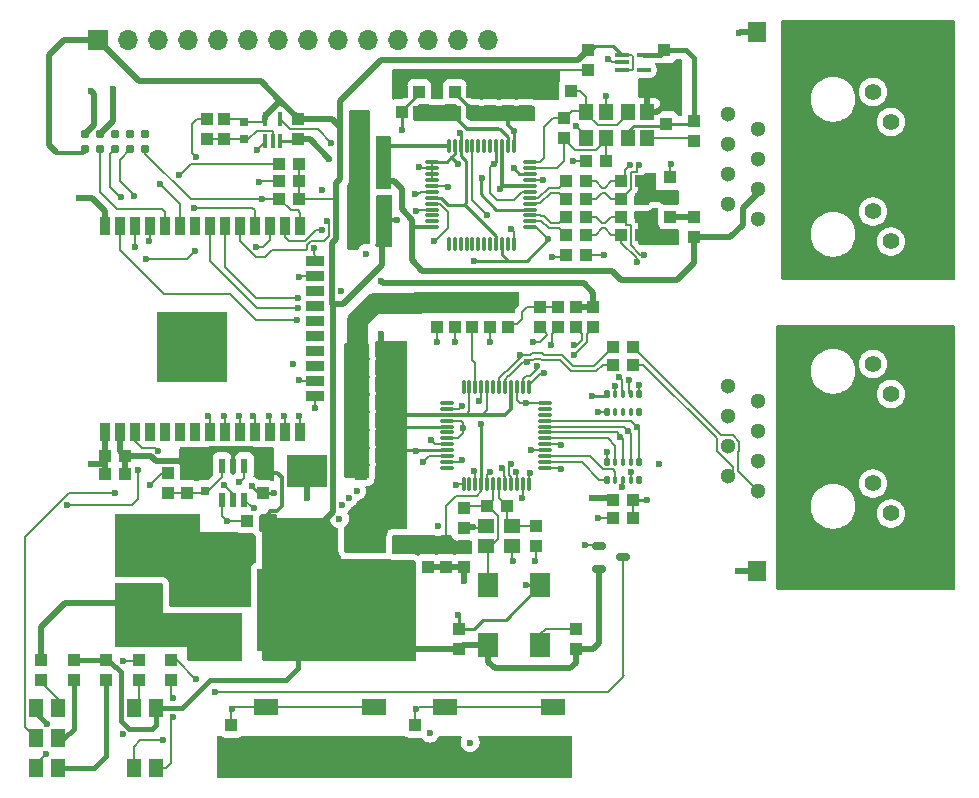
<source format=gbr>
%TF.GenerationSoftware,KiCad,Pcbnew,8.0.0*%
%TF.CreationDate,2024-03-19T16:18:44-04:00*%
%TF.ProjectId,Ethernet_Dev_Board,45746865-726e-4657-945f-4465765f426f,rev?*%
%TF.SameCoordinates,Original*%
%TF.FileFunction,Copper,L1,Top*%
%TF.FilePolarity,Positive*%
%FSLAX46Y46*%
G04 Gerber Fmt 4.6, Leading zero omitted, Abs format (unit mm)*
G04 Created by KiCad (PCBNEW 8.0.0) date 2024-03-19 16:18:44*
%MOMM*%
%LPD*%
G01*
G04 APERTURE LIST*
G04 Aperture macros list*
%AMRoundRect*
0 Rectangle with rounded corners*
0 $1 Rounding radius*
0 $2 $3 $4 $5 $6 $7 $8 $9 X,Y pos of 4 corners*
0 Add a 4 corners polygon primitive as box body*
4,1,4,$2,$3,$4,$5,$6,$7,$8,$9,$2,$3,0*
0 Add four circle primitives for the rounded corners*
1,1,$1+$1,$2,$3*
1,1,$1+$1,$4,$5*
1,1,$1+$1,$6,$7*
1,1,$1+$1,$8,$9*
0 Add four rect primitives between the rounded corners*
20,1,$1+$1,$2,$3,$4,$5,0*
20,1,$1+$1,$4,$5,$6,$7,0*
20,1,$1+$1,$6,$7,$8,$9,0*
20,1,$1+$1,$8,$9,$2,$3,0*%
G04 Aperture macros list end*
%TA.AperFunction,SMDPad,CuDef*%
%ADD10R,1.000000X1.100000*%
%TD*%
%TA.AperFunction,SMDPad,CuDef*%
%ADD11R,1.100000X1.000000*%
%TD*%
%TA.AperFunction,SMDPad,CuDef*%
%ADD12R,3.000000X2.000000*%
%TD*%
%TA.AperFunction,SMDPad,CuDef*%
%ADD13R,7.000000X7.000000*%
%TD*%
%TA.AperFunction,SMDPad,CuDef*%
%ADD14R,1.200000X1.400000*%
%TD*%
%TA.AperFunction,SMDPad,CuDef*%
%ADD15R,1.400000X1.200000*%
%TD*%
%TA.AperFunction,ComponentPad*%
%ADD16R,1.700000X1.700000*%
%TD*%
%TA.AperFunction,ComponentPad*%
%ADD17O,1.700000X1.700000*%
%TD*%
%TA.AperFunction,SMDPad,CuDef*%
%ADD18R,3.500000X2.800000*%
%TD*%
%TA.AperFunction,SMDPad,CuDef*%
%ADD19R,0.900000X1.500000*%
%TD*%
%TA.AperFunction,SMDPad,CuDef*%
%ADD20R,1.500000X0.900000*%
%TD*%
%TA.AperFunction,SMDPad,CuDef*%
%ADD21R,6.000000X6.000000*%
%TD*%
%TA.AperFunction,SMDPad,CuDef*%
%ADD22RoundRect,0.130050X-0.124950X-0.174950X0.124950X-0.174950X0.124950X0.174950X-0.124950X0.174950X0*%
%TD*%
%TA.AperFunction,SMDPad,CuDef*%
%ADD23RoundRect,0.089250X-0.085750X-0.215750X0.085750X-0.215750X0.085750X0.215750X-0.085750X0.215750X0*%
%TD*%
%TA.AperFunction,SMDPad,CuDef*%
%ADD24RoundRect,0.130050X0.124950X0.174950X-0.124950X0.174950X-0.124950X-0.174950X0.124950X-0.174950X0*%
%TD*%
%TA.AperFunction,SMDPad,CuDef*%
%ADD25RoundRect,0.089250X0.085750X0.215750X-0.085750X0.215750X-0.085750X-0.215750X0.085750X-0.215750X0*%
%TD*%
%TA.AperFunction,SMDPad,CuDef*%
%ADD26RoundRect,0.070000X0.510000X-0.070000X0.510000X0.070000X-0.510000X0.070000X-0.510000X-0.070000X0*%
%TD*%
%TA.AperFunction,SMDPad,CuDef*%
%ADD27RoundRect,0.070000X0.070000X0.510000X-0.070000X0.510000X-0.070000X-0.510000X0.070000X-0.510000X0*%
%TD*%
%TA.AperFunction,SMDPad,CuDef*%
%ADD28RoundRect,0.070000X-0.510000X0.070000X-0.510000X-0.070000X0.510000X-0.070000X0.510000X0.070000X0*%
%TD*%
%TA.AperFunction,SMDPad,CuDef*%
%ADD29RoundRect,0.070000X-0.070000X-0.510000X0.070000X-0.510000X0.070000X0.510000X-0.070000X0.510000X0*%
%TD*%
%TA.AperFunction,SMDPad,CuDef*%
%ADD30R,0.600000X1.300000*%
%TD*%
%TA.AperFunction,SMDPad,CuDef*%
%ADD31R,1.600000X1.803000*%
%TD*%
%TA.AperFunction,SMDPad,CuDef*%
%ADD32RoundRect,0.100700X-0.494300X0.089300X-0.494300X-0.089300X0.494300X-0.089300X0.494300X0.089300X0*%
%TD*%
%TA.AperFunction,SMDPad,CuDef*%
%ADD33RoundRect,0.100700X0.494300X-0.089300X0.494300X0.089300X-0.494300X0.089300X-0.494300X-0.089300X0*%
%TD*%
%TA.AperFunction,SMDPad,CuDef*%
%ADD34R,1.300000X1.500000*%
%TD*%
%TA.AperFunction,ComponentPad*%
%ADD35R,2.550000X2.550000*%
%TD*%
%TA.AperFunction,ComponentPad*%
%ADD36C,2.550000*%
%TD*%
%TA.AperFunction,SMDPad,CuDef*%
%ADD37R,0.700000X0.800000*%
%TD*%
%TA.AperFunction,SMDPad,CuDef*%
%ADD38R,1.700000X2.100000*%
%TD*%
%TA.AperFunction,SMDPad,CuDef*%
%ADD39R,1.500000X1.300000*%
%TD*%
%TA.AperFunction,SMDPad,CuDef*%
%ADD40R,2.100000X1.400000*%
%TD*%
%TA.AperFunction,ComponentPad*%
%ADD41C,1.408000*%
%TD*%
%TA.AperFunction,ComponentPad*%
%ADD42C,1.300000*%
%TD*%
%TA.AperFunction,ComponentPad*%
%ADD43C,2.184000*%
%TD*%
%TA.AperFunction,SMDPad,CuDef*%
%ADD44RoundRect,0.149450X-0.455550X0.155550X-0.455550X-0.155550X0.455550X-0.155550X0.455550X0.155550X0*%
%TD*%
%TA.AperFunction,SMDPad,CuDef*%
%ADD45RoundRect,0.149450X0.455550X-0.155550X0.455550X0.155550X-0.455550X0.155550X-0.455550X-0.155550X0*%
%TD*%
%TA.AperFunction,SMDPad,CuDef*%
%ADD46RoundRect,0.393500X0.000000X0.000000X0.000000X0.000000X0.000000X0.000000X0.000000X0.000000X0*%
%TD*%
%TA.AperFunction,SMDPad,CuDef*%
%ADD47RoundRect,0.100700X-0.089300X-0.494300X0.089300X-0.494300X0.089300X0.494300X-0.089300X0.494300X0*%
%TD*%
%TA.AperFunction,SMDPad,CuDef*%
%ADD48RoundRect,0.100700X0.089300X0.494300X-0.089300X0.494300X-0.089300X-0.494300X0.089300X-0.494300X0*%
%TD*%
%TA.AperFunction,ViaPad*%
%ADD49C,0.600000*%
%TD*%
%TA.AperFunction,Conductor*%
%ADD50C,0.508000*%
%TD*%
%TA.AperFunction,Conductor*%
%ADD51C,0.200000*%
%TD*%
%TA.AperFunction,Conductor*%
%ADD52C,0.279400*%
%TD*%
%TA.AperFunction,Conductor*%
%ADD53C,1.016000*%
%TD*%
%TA.AperFunction,Conductor*%
%ADD54C,1.778000*%
%TD*%
%TA.AperFunction,Conductor*%
%ADD55C,0.381000*%
%TD*%
%TA.AperFunction,Conductor*%
%ADD56C,1.270000*%
%TD*%
%TA.AperFunction,Conductor*%
%ADD57C,0.304800*%
%TD*%
G04 APERTURE END LIST*
D10*
%TO.P,C305,1,1*%
%TO.N,+1.2VO*%
X113500000Y-53600000D03*
%TO.P,C305,2,2*%
%TO.N,GND1*%
X113500000Y-51900000D03*
%TD*%
D11*
%TO.P,C207,1,1*%
%TO.N,RX_N*%
X128400000Y-75000000D03*
%TO.P,C207,2,2*%
%TO.N,/W5500_Dev/RD-*%
X130100000Y-75000000D03*
%TD*%
D10*
%TO.P,C402,1,1*%
%TO.N,Net-(U403A-C)*%
X90750000Y-85850000D03*
%TO.P,C402,2,2*%
%TO.N,GND1*%
X90750000Y-84150000D03*
%TD*%
D11*
%TO.P,C109,1,1*%
%TO.N,+3.3V*%
X108850000Y-64250000D03*
%TO.P,C109,2,2*%
%TO.N,GND1*%
X107150000Y-64250000D03*
%TD*%
%TO.P,R306,1,1*%
%TO.N,Net-(C313-Pad1)*%
X130750000Y-59500000D03*
%TO.P,R306,2,2*%
%TO.N,/W5100S_Dev/RX51_P*%
X129050000Y-59500000D03*
%TD*%
D12*
%TO.P,U101,1,GND*%
%TO.N,GND1*%
X94650000Y-93459000D03*
%TO.P,U101,2,IN*%
%TO.N,+5V*%
X94650001Y-98064000D03*
D13*
%TO.P,U101,CASE,OUT*%
%TO.N,+3.3V*%
X101750000Y-95750000D03*
%TD*%
D10*
%TO.P,R203,1,1*%
%TO.N,Net-(LED201-PadA)*%
X91000000Y-101750000D03*
%TO.P,R203,2,2*%
%TO.N,Net-(Q201-D)*%
X91000000Y-100050000D03*
%TD*%
%TO.P,R406,1,1*%
%TO.N,Net-(LED402-PadA)*%
X85500000Y-101750000D03*
%TO.P,R406,2,2*%
%TO.N,+3.3V*%
X85500000Y-100050000D03*
%TD*%
%TO.P,R102,1,1*%
%TO.N,Net-(U102A-C)*%
X95500000Y-55930000D03*
%TO.P,R102,2,2*%
%TO.N,+3.3V*%
X95500000Y-54230000D03*
%TD*%
%TO.P,C310,1,1*%
%TO.N,Net-(C310-Pad1)*%
X133250000Y-64200000D03*
%TO.P,C310,2,2*%
%TO.N,GND1*%
X133250000Y-62500000D03*
%TD*%
%TO.P,R204,1,1*%
%TO.N,GND1*%
X116500000Y-70150000D03*
%TO.P,R204,2,2*%
%TO.N,Net-(U201A-EXRES1)*%
X116500000Y-71850000D03*
%TD*%
D14*
%TO.P,XTAL301,1,1*%
%TO.N,XI2*%
X126150000Y-53650000D03*
%TO.P,XTAL301,2,CASE*%
%TO.N,GND1*%
X127850000Y-53650000D03*
X126150000Y-55850000D03*
%TO.P,XTAL301,3,3@1*%
%TO.N,XO2*%
X127850000Y-55850000D03*
%TD*%
D10*
%TO.P,C115,1,1*%
%TO.N,+3.3VD*%
X115750000Y-90400000D03*
%TO.P,C115,2,2*%
%TO.N,GND1*%
X115750000Y-92100000D03*
%TD*%
D11*
%TO.P,C119,1,1*%
%TO.N,+3.3VA*%
X108800000Y-78250000D03*
%TO.P,C119,2,2*%
%TO.N,GND1*%
X107100000Y-78250000D03*
%TD*%
D10*
%TO.P,C125,1,1*%
%TO.N,+3.3V*%
X101750000Y-54230000D03*
%TO.P,C125,2,2*%
%TO.N,GND1*%
X101750000Y-55930000D03*
%TD*%
D15*
%TO.P,XTAL201,1,1*%
%TO.N,XI1*%
X117650000Y-90350000D03*
%TO.P,XTAL201,2,3@2*%
%TO.N,GND1*%
X117650000Y-88650000D03*
X119850000Y-90350000D03*
%TO.P,XTAL201,3,3@1*%
%TO.N,XO1*%
X119850000Y-88650000D03*
%TD*%
D11*
%TO.P,C116,1,1*%
%TO.N,+3.3VA2*%
X108850000Y-56500000D03*
%TO.P,C116,2,2*%
%TO.N,GND1*%
X107150000Y-56500000D03*
%TD*%
D16*
%TO.P,J402,1,1*%
%TO.N,+3.3V*%
X84790000Y-47500000D03*
D17*
%TO.P,J402,2,2*%
%TO.N,IO32*%
X87330000Y-47500000D03*
%TO.P,J402,3,3*%
%TO.N,IO33*%
X89870000Y-47500000D03*
%TO.P,J402,4,4*%
%TO.N,IO25*%
X92410000Y-47500000D03*
%TO.P,J402,5,5*%
%TO.N,IO26*%
X94950000Y-47500000D03*
%TO.P,J402,6,6*%
%TO.N,IO27*%
X97490000Y-47500000D03*
%TO.P,J402,7,7*%
%TO.N,IO14*%
X100030000Y-47500000D03*
%TO.P,J402,8,8*%
%TO.N,IO12*%
X102570000Y-47500000D03*
%TO.P,J402,9,9*%
%TO.N,IO3*%
X105110000Y-47500000D03*
%TO.P,J402,10,10*%
%TO.N,IO15*%
X107650000Y-47500000D03*
%TO.P,J402,11,11*%
%TO.N,IO2*%
X110190000Y-47500000D03*
%TO.P,J402,12,12*%
%TO.N,IO5*%
X112730000Y-47500000D03*
%TO.P,J402,13,13*%
%TO.N,GND1*%
X115270000Y-47500000D03*
%TO.P,J402,14,14*%
X117810000Y-47500000D03*
%TD*%
D18*
%TO.P,TVS101,A,1*%
%TO.N,GND1*%
X102500000Y-84050000D03*
%TO.P,TVS101,C,2*%
%TO.N,+3.3V*%
X102500000Y-89450000D03*
%TD*%
D19*
%TO.P,U402,1,GND*%
%TO.N,GND1*%
X85390000Y-80740000D03*
%TO.P,U402,2,3V3*%
%TO.N,+3.3V*%
X86660000Y-80740000D03*
%TO.P,U402,3,EN*%
%TO.N,EN*%
X87930000Y-80740000D03*
%TO.P,U402,4,SENSOR_VP*%
%TO.N,unconnected-(U402-SENSOR_VP-Pad4)*%
X89200000Y-80740000D03*
%TO.P,U402,5,SENSOR_VN*%
%TO.N,unconnected-(U402-SENSOR_VN-Pad5)*%
X90470000Y-80740000D03*
%TO.P,U402,6,IO34*%
%TO.N,unconnected-(U402-IO34-Pad6)*%
X91740000Y-80740000D03*
%TO.P,U402,7,IO35*%
%TO.N,unconnected-(U402-IO35-Pad7)*%
X93010000Y-80740000D03*
%TO.P,U402,8,IO32*%
%TO.N,IO32*%
X94280000Y-80740000D03*
%TO.P,U402,9,IO33*%
%TO.N,IO33*%
X95550000Y-80740000D03*
%TO.P,U402,10,IO25*%
%TO.N,IO25*%
X96820000Y-80740000D03*
%TO.P,U402,11,IO26*%
%TO.N,IO26*%
X98090000Y-80740000D03*
%TO.P,U402,12,IO27*%
%TO.N,IO27*%
X99360000Y-80740000D03*
%TO.P,U402,13,IO14*%
%TO.N,IO14*%
X100630000Y-80740000D03*
%TO.P,U402,14,IO12*%
%TO.N,IO12*%
X101900000Y-80740000D03*
D20*
%TO.P,U402,15,GND@2*%
%TO.N,GND1*%
X103150000Y-77705000D03*
%TO.P,U402,16,IO13*%
%TO.N,IO3*%
X103150000Y-76425000D03*
%TO.P,U402,17,NC@1*%
%TO.N,unconnected-(U402-NC@1-Pad17)*%
X103150000Y-75155000D03*
%TO.P,U402,18,NC@2*%
%TO.N,unconnected-(U402-NC@2-Pad18)*%
X103150000Y-73885000D03*
%TO.P,U402,19,NC@3*%
%TO.N,unconnected-(U402-NC@3-Pad19)*%
X103150000Y-72615000D03*
%TO.P,U402,20,NC@4*%
%TO.N,unconnected-(U402-NC@4-Pad20)*%
X103150000Y-71345000D03*
%TO.P,U402,21,NC@5*%
%TO.N,unconnected-(U402-NC@5-Pad21)*%
X103150000Y-70075000D03*
%TO.P,U402,22,NC@6*%
%TO.N,unconnected-(U402-NC@6-Pad22)*%
X103150000Y-68805000D03*
%TO.P,U402,23,IO15*%
%TO.N,IO15*%
X103150000Y-67535000D03*
%TO.P,U402,24,IO2*%
%TO.N,IO2*%
X103150000Y-66274000D03*
D19*
%TO.P,U402,25,IO0*%
%TO.N,IO0*%
X101900000Y-63240000D03*
%TO.P,U402,26,IO4*%
%TO.N,SS*%
X100630000Y-63240000D03*
%TO.P,U402,27,IO16*%
%TO.N,Net-(U402-IO16)*%
X99360000Y-63240000D03*
%TO.P,U402,28,IO17*%
%TO.N,Net-(U402-IO17)*%
X98090000Y-63240000D03*
%TO.P,U402,29,IO5*%
%TO.N,IO5*%
X96820000Y-63240000D03*
%TO.P,U402,30,IO18*%
%TO.N,SCK*%
X95550000Y-63240000D03*
%TO.P,U402,31,IO19*%
%TO.N,MISO*%
X94280000Y-63240000D03*
%TO.P,U402,32,NC@7*%
%TO.N,unconnected-(U402-NC@7-Pad32)*%
X93010000Y-63240000D03*
%TO.P,U402,33,IO21*%
%TO.N,ETH_RST*%
X91740000Y-63240000D03*
%TO.P,U402,34,RXD0*%
%TO.N,RX*%
X90470000Y-63240000D03*
%TO.P,U402,35,TXD0*%
%TO.N,TX*%
X89200000Y-63240000D03*
%TO.P,U402,36,IO22*%
%TO.N,Net-(U402-IO22)*%
X87930000Y-63240000D03*
%TO.P,U402,37,IO23*%
%TO.N,MOSI*%
X86660000Y-63240000D03*
%TO.P,U402,38,GND@3*%
%TO.N,GND1*%
X85390000Y-63240000D03*
D21*
%TO.P,U402,39,GND*%
X92730000Y-73490000D03*
%TD*%
D10*
%TO.P,R405,1,1*%
%TO.N,Net-(LED401-PadA)*%
X82750000Y-101750000D03*
%TO.P,R405,2,2*%
%TO.N,+3.3V*%
X82750000Y-100050000D03*
%TD*%
%TO.P,R209,1,1*%
%TO.N,Net-(C203-Pad1)*%
X122250000Y-70150000D03*
%TO.P,R209,2,2*%
%TO.N,RX_P*%
X122250000Y-71850000D03*
%TD*%
D11*
%TO.P,C404,1,1*%
%TO.N,+3.3V*%
X87100000Y-84250000D03*
%TO.P,C404,2,2*%
%TO.N,GND1*%
X85400000Y-84250000D03*
%TD*%
D22*
%TO.P,R202,1,2*%
%TO.N,Net-(R202-2)*%
X127890000Y-84760000D03*
D23*
%TO.P,R202,2,3*%
%TO.N,Net-(R202-3)*%
X128610000Y-84760000D03*
%TO.P,R202,3,4*%
%TO.N,Net-(R202-4)*%
X129250000Y-84760000D03*
%TO.P,R202,4,5*%
%TO.N,Net-(R202-5)*%
X129890000Y-84760000D03*
D22*
%TO.P,R202,5,1@1*%
%TO.N,unconnected-(R202-1@1-Pad5)*%
X130610000Y-84760000D03*
D24*
%TO.P,R202,6,6*%
%TO.N,Net-(R205-2)*%
X130610000Y-83240000D03*
D25*
%TO.P,R202,7,7*%
%TO.N,Net-(R205-3)*%
X129890000Y-83240000D03*
%TO.P,R202,8,8*%
%TO.N,Net-(R205-4)*%
X129250000Y-83240000D03*
%TO.P,R202,9,9*%
%TO.N,Net-(U201D-RSVD@5)*%
X128610000Y-83240000D03*
D24*
%TO.P,R202,10,1@2*%
%TO.N,GND1*%
X127890000Y-83240000D03*
%TD*%
D11*
%TO.P,R403,1,1*%
%TO.N,+3.3V*%
X101850000Y-61000000D03*
%TO.P,R403,2,2*%
%TO.N,IO0*%
X100150000Y-61000000D03*
%TD*%
D26*
%TO.P,U301,1,GNDA*%
%TO.N,GND1*%
X121380000Y-63380000D03*
%TO.P,U301,2,TXON*%
%TO.N,/W5100S_Dev/TXO_N*%
X121380000Y-62880000D03*
%TO.P,U301,3,TXOP*%
%TO.N,/W5100S_Dev/TXO_P*%
X121380000Y-62380000D03*
%TO.P,U301,4,1V2A*%
%TO.N,+1.2VA*%
X121380000Y-61880000D03*
%TO.P,U301,5,RXIN*%
%TO.N,/W5100S_Dev/RXI_N*%
X121380000Y-61380000D03*
%TO.P,U301,6,RXIP*%
%TO.N,/W5100S_Dev/RXI_P*%
X121380000Y-60880000D03*
%TO.P,U301,7,GNDA*%
%TO.N,GND1*%
X121380000Y-60380000D03*
%TO.P,U301,8,3V3A*%
%TO.N,+3.3V*%
X121380000Y-59880000D03*
%TO.P,U301,9,RSET_BG*%
%TO.N,Net-(U301-RSET_BG)*%
X121380000Y-59380000D03*
%TO.P,U301,10,GND*%
%TO.N,GND1*%
X121380000Y-58880000D03*
%TO.P,U301,11,XSCO*%
%TO.N,XO2*%
X121380000Y-58380000D03*
%TO.P,U301,12,XSCI*%
%TO.N,XI2*%
X121380000Y-57880000D03*
D27*
%TO.P,U301,13,1V2D*%
%TO.N,+1.2VD*%
X120000000Y-56500000D03*
%TO.P,U301,14,1V2O*%
%TO.N,+1.2VO*%
X119500000Y-56500000D03*
%TO.P,U301,15,3V3A*%
%TO.N,+3.3V*%
X119000000Y-56500000D03*
%TO.P,U301,16,GNDA*%
%TO.N,GND1*%
X118500000Y-56500000D03*
%TO.P,U301,17,LNKn*%
%TO.N,unconnected-(U301-LNKn-Pad17)*%
X118000000Y-56500000D03*
%TO.P,U301,18,SPDn*%
%TO.N,unconnected-(U301-SPDn-Pad18)*%
X117500000Y-56500000D03*
%TO.P,U301,19,DPXn*%
%TO.N,unconnected-(U301-DPXn-Pad19)*%
X117000000Y-56500000D03*
%TO.P,U301,20,ACTn*%
%TO.N,Net-(U301-ACTn)*%
X116500000Y-56500000D03*
%TO.P,U301,21,COLn*%
%TO.N,unconnected-(U301-COLn-Pad21)*%
X116000000Y-56500000D03*
%TO.P,U301,22,1V2D*%
%TO.N,+1.2VD*%
X115500000Y-56500000D03*
%TO.P,U301,23,GND*%
%TO.N,GND1*%
X115000000Y-56500000D03*
%TO.P,U301,24,3V3D*%
%TO.N,+3.3VA2*%
X114500000Y-56500000D03*
D28*
%TO.P,U301,25,MOD[0]*%
%TO.N,GND1*%
X113120000Y-57880000D03*
%TO.P,U301,26,MOD[1]*%
X113120000Y-58380000D03*
%TO.P,U301,27,MOD[2]*%
X113120000Y-58880000D03*
%TO.P,U301,28,MOD[3]*%
X113120000Y-59380000D03*
%TO.P,U301,29,CSn*%
%TO.N,SS*%
X113120000Y-59880000D03*
%TO.P,U301,30,SCLK*%
%TO.N,SCK*%
X113120000Y-60380000D03*
%TO.P,U301,31,1V2D*%
%TO.N,+1.2VD*%
X113120000Y-60880000D03*
%TO.P,U301,32,MOSI*%
%TO.N,MOSI*%
X113120000Y-61380000D03*
%TO.P,U301,33,MISO*%
%TO.N,MISO*%
X113120000Y-61880000D03*
%TO.P,U301,34,RDn*%
%TO.N,unconnected-(U301-RDn-Pad34)*%
X113120000Y-62380000D03*
%TO.P,U301,35,WRn*%
%TO.N,unconnected-(U301-WRn-Pad35)*%
X113120000Y-62880000D03*
%TO.P,U301,36,3V3D*%
%TO.N,+3.3VA2*%
X113120000Y-63380000D03*
D29*
%TO.P,U301,37,DATA0*%
%TO.N,unconnected-(U301-DATA0-Pad37)*%
X114500000Y-64760000D03*
%TO.P,U301,38,DATA1*%
%TO.N,unconnected-(U301-DATA1-Pad38)*%
X115000000Y-64760000D03*
%TO.P,U301,39,DATA2*%
%TO.N,unconnected-(U301-DATA2-Pad39)*%
X115500000Y-64760000D03*
%TO.P,U301,40,DATA3*%
%TO.N,unconnected-(U301-DATA3-Pad40)*%
X116000000Y-64760000D03*
%TO.P,U301,41,DATA4*%
%TO.N,unconnected-(U301-DATA4-Pad41)*%
X116500000Y-64760000D03*
%TO.P,U301,42,DATA5*%
%TO.N,unconnected-(U301-DATA5-Pad42)*%
X117000000Y-64760000D03*
%TO.P,U301,43,DATA6*%
%TO.N,unconnected-(U301-DATA6-Pad43)*%
X117500000Y-64760000D03*
%TO.P,U301,44,DATA7*%
%TO.N,unconnected-(U301-DATA7-Pad44)*%
X118000000Y-64760000D03*
%TO.P,U301,45,1V2D*%
%TO.N,+1.2VD*%
X118500000Y-64760000D03*
%TO.P,U301,46,GND*%
%TO.N,GND1*%
X119000000Y-64760000D03*
%TO.P,U301,47,INTn*%
%TO.N,unconnected-(U301-INTn-Pad47)*%
X119500000Y-64760000D03*
%TO.P,U301,48,RSTn*%
%TO.N,ETH_EN*%
X120000000Y-64760000D03*
%TD*%
D10*
%TO.P,C406,1,1*%
%TO.N,+3.3V*%
X98750000Y-84150000D03*
%TO.P,C406,2,2*%
%TO.N,GND1*%
X98750000Y-85850000D03*
%TD*%
%TO.P,C309,1,1*%
%TO.N,+1.2VD*%
X118000000Y-53600000D03*
%TO.P,C309,2,2*%
%TO.N,GND1*%
X118000000Y-51900000D03*
%TD*%
D11*
%TO.P,C304,1,1*%
%TO.N,XI2*%
X124850000Y-51850000D03*
%TO.P,C304,2,2*%
%TO.N,GND1*%
X123150000Y-51850000D03*
%TD*%
%TO.P,C113,1,1*%
%TO.N,+3.3V*%
X108850000Y-62750000D03*
%TO.P,C113,2,2*%
%TO.N,GND1*%
X107150000Y-62750000D03*
%TD*%
%TO.P,R309,1,1*%
%TO.N,/W5100S_Dev/RX51_N*%
X126100000Y-61000000D03*
%TO.P,R309,2,2*%
%TO.N,/W5100S_Dev/RXI_N*%
X124400000Y-61000000D03*
%TD*%
%TO.P,C107,1,1*%
%TO.N,+3.3VA*%
X108800000Y-84250000D03*
%TO.P,C107,2,2*%
%TO.N,GND1*%
X107100000Y-84250000D03*
%TD*%
D30*
%TO.P,U403,1,A*%
%TO.N,/ESP32/ESP_RST*%
X95300000Y-86450000D03*
%TO.P,U403,2,GND*%
%TO.N,GND1*%
X96250000Y-86450000D03*
%TO.P,U403,3,B*%
%TO.N,RST*%
X97200000Y-86450000D03*
%TO.P,U403,4,Y*%
%TO.N,EN*%
X97200000Y-83551000D03*
%TO.P,U403,5,VCC*%
%TO.N,+3.3V*%
X96250000Y-83550000D03*
%TO.P,U403,6,C*%
%TO.N,Net-(U403A-C)*%
X95300000Y-83551000D03*
%TD*%
D10*
%TO.P,C210,1,1*%
%TO.N,XI1*%
X115750000Y-87150000D03*
%TO.P,C210,2,2*%
%TO.N,GND1*%
X115750000Y-88850000D03*
%TD*%
%TO.P,R210,1,1*%
%TO.N,+3.3V*%
X125250000Y-99100000D03*
%TO.P,R210,2,2*%
%TO.N,Net-(Y201-OE)*%
X125250000Y-97400000D03*
%TD*%
D11*
%TO.P,R308,1,1*%
%TO.N,/W5100S_Dev/TX51_P*%
X126100000Y-62500000D03*
%TO.P,R308,2,2*%
%TO.N,/W5100S_Dev/TXO_P*%
X124400000Y-62500000D03*
%TD*%
D10*
%TO.P,FB302,1,1*%
%TO.N,+1.2VO*%
X115000000Y-53600000D03*
%TO.P,FB302,2,2*%
%TO.N,+1.2VD*%
X115000000Y-51900000D03*
%TD*%
D11*
%TO.P,R311,1,1*%
%TO.N,GND1*%
X126100000Y-65750000D03*
%TO.P,R311,2,2*%
%TO.N,Net-(U301-RSET_BG)*%
X124400000Y-65750000D03*
%TD*%
%TO.P,R310,1,1*%
%TO.N,/W5100S_Dev/RX51_P*%
X126100000Y-59500000D03*
%TO.P,R310,2,2*%
%TO.N,/W5100S_Dev/RXI_P*%
X124400000Y-59500000D03*
%TD*%
D10*
%TO.P,R101,1,1*%
%TO.N,Net-(LED101-PadA)*%
X80000000Y-101750000D03*
%TO.P,R101,2,2*%
%TO.N,+5V*%
X80000000Y-100050000D03*
%TD*%
%TO.P,C209,1,1*%
%TO.N,XO1*%
X121850000Y-88650000D03*
%TO.P,C209,2,2*%
%TO.N,GND1*%
X121850000Y-90350000D03*
%TD*%
%TO.P,C405,1,1*%
%TO.N,IO0*%
X111640000Y-105530000D03*
%TO.P,C405,2,2*%
%TO.N,GND1*%
X111640000Y-107230000D03*
%TD*%
D27*
%TO.P,U201,1,TXN*%
%TO.N,TX_N*%
X121250000Y-76870000D03*
%TO.P,U201,2,TXP*%
%TO.N,TX_P*%
X120750000Y-76870000D03*
%TO.P,U201,3,AGND@1*%
%TO.N,GND1*%
X120250000Y-76870000D03*
%TO.P,U201,4,AVDD@1*%
%TO.N,+3.3VA*%
X119750000Y-76870000D03*
%TO.P,U201,5,RXN*%
%TO.N,RX_N*%
X119250000Y-76870000D03*
%TO.P,U201,6,RXP*%
%TO.N,RX_P*%
X118750000Y-76870000D03*
%TO.P,U201,7,NC@1*%
%TO.N,unconnected-(U201A-NC@1-Pad7)*%
X118250000Y-76870000D03*
%TO.P,U201,8,AVDD@2*%
%TO.N,+3.3VA*%
X117750000Y-76870000D03*
%TO.P,U201,9,AGND@2*%
%TO.N,GND1*%
X117250000Y-76870000D03*
%TO.P,U201,10,EXRES1*%
%TO.N,Net-(U201A-EXRES1)*%
X116750000Y-76870000D03*
%TO.P,U201,11,AVDD@3*%
%TO.N,+3.3VA*%
X116250000Y-76870000D03*
%TO.P,U201,12,NC@2*%
%TO.N,unconnected-(U201A-NC@2-Pad12)*%
X115750000Y-76870000D03*
D28*
%TO.P,U201,13,NC*%
%TO.N,unconnected-(U201B-NC-Pad13)*%
X114370000Y-78250000D03*
%TO.P,U201,14,AGND@1*%
%TO.N,GND1*%
X114370000Y-78750000D03*
%TO.P,U201,15,AVDD@1*%
%TO.N,+3.3VA*%
X114370000Y-79250000D03*
%TO.P,U201,16,AGND@2*%
%TO.N,GND1*%
X114370000Y-79750000D03*
%TO.P,U201,17,AVDD@2*%
%TO.N,+3.3VA*%
X114370000Y-80250000D03*
%TO.P,U201,18,VBG*%
%TO.N,unconnected-(U201B-VBG-Pad18)*%
X114370000Y-80750000D03*
%TO.P,U201,19,AGND@3*%
%TO.N,GND1*%
X114370000Y-81250000D03*
%TO.P,U201,20,TOCAP*%
%TO.N,Net-(U201B-TOCAP)*%
X114370000Y-81750000D03*
%TO.P,U201,21,AVDD@3*%
%TO.N,+3.3VA*%
X114370000Y-82250000D03*
%TO.P,U201,22,1V20*%
%TO.N,Net-(U201B-1V20)*%
X114370000Y-82750000D03*
%TO.P,U201,23,RSVD*%
%TO.N,Net-(U201B-RSVD)*%
X114370000Y-83250000D03*
%TO.P,U201,24,SPDLED*%
%TO.N,unconnected-(U201B-SPDLED-Pad24)*%
X114370000Y-83750000D03*
D29*
%TO.P,U201,25,LINKED*%
%TO.N,Net-(Q201-G)*%
X115750000Y-85130000D03*
%TO.P,U201,26,DUPLED*%
%TO.N,unconnected-(U201C-DUPLED-Pad26)*%
X116250000Y-85130000D03*
%TO.P,U201,27,ACTLED*%
%TO.N,Net-(U201C-ACTLED)*%
X116750000Y-85130000D03*
%TO.P,U201,28,VDD*%
%TO.N,+3.3VD*%
X117250000Y-85130000D03*
%TO.P,U201,29,GND*%
%TO.N,GND1*%
X117750000Y-85130000D03*
%TO.P,U201,30,CLKIN*%
%TO.N,XI1*%
X118250000Y-85130000D03*
%TO.P,U201,31,XO*%
%TO.N,XO1*%
X118750000Y-85130000D03*
%TO.P,U201,32,SCSn*%
%TO.N,SS*%
X119250000Y-85130000D03*
%TO.P,U201,33,SCLK*%
%TO.N,SCK*%
X119750000Y-85130000D03*
%TO.P,U201,34,MISO*%
%TO.N,MISO*%
X120250000Y-85130000D03*
%TO.P,U201,35,MOSI*%
%TO.N,MOSI*%
X120750000Y-85130000D03*
%TO.P,U201,36,INTn*%
%TO.N,INT*%
X121250000Y-85130000D03*
D26*
%TO.P,U201,37,RSTn*%
%TO.N,ETH_EN*%
X122630000Y-83750000D03*
%TO.P,U201,38,RSVD@1*%
%TO.N,Net-(R202-2)*%
X122630000Y-83250000D03*
%TO.P,U201,39,RSVD@2*%
%TO.N,Net-(R202-3)*%
X122630000Y-82750000D03*
%TO.P,U201,40,RSVD@3*%
%TO.N,Net-(R202-4)*%
X122630000Y-82250000D03*
%TO.P,U201,41,RSVD@4*%
%TO.N,Net-(R202-5)*%
X122630000Y-81750000D03*
%TO.P,U201,42,RSVD@5*%
%TO.N,Net-(U201D-RSVD@5)*%
X122630000Y-81250000D03*
%TO.P,U201,43,PMODE2*%
%TO.N,Net-(R205-4)*%
X122630000Y-80750000D03*
%TO.P,U201,44,PMODE1*%
%TO.N,Net-(R205-3)*%
X122630000Y-80250000D03*
%TO.P,U201,45,PMODE0*%
%TO.N,Net-(R205-2)*%
X122630000Y-79750000D03*
%TO.P,U201,46,NC@1*%
%TO.N,unconnected-(U201D-NC@1-Pad46)*%
X122630000Y-79250000D03*
%TO.P,U201,47,NC@2*%
%TO.N,unconnected-(U201D-NC@2-Pad47)*%
X122630000Y-78750000D03*
%TO.P,U201,48,AGND*%
%TO.N,GND1*%
X122630000Y-78250000D03*
%TD*%
D31*
%TO.P,C306,1,1*%
%TO.N,Net-(C306-Pad1)*%
X143876000Y-46880000D03*
%TO.P,C306,2,2*%
%TO.N,GND1*%
X140624000Y-46880000D03*
%TD*%
D11*
%TO.P,C118,1,1*%
%TO.N,+3.3VA2*%
X108850000Y-57948000D03*
%TO.P,C118,2,2*%
%TO.N,GND1*%
X107150000Y-57948000D03*
%TD*%
%TO.P,R212,1,1*%
%TO.N,XI1*%
X117750000Y-87000000D03*
%TO.P,R212,2,2*%
%TO.N,XO1*%
X119450000Y-87000000D03*
%TD*%
D10*
%TO.P,C203,1,1*%
%TO.N,Net-(C203-Pad1)*%
X119500000Y-71850000D03*
%TO.P,C203,2,2*%
%TO.N,GND1*%
X119500000Y-70150000D03*
%TD*%
D11*
%TO.P,C111,1,1*%
%TO.N,+3.3VA*%
X108800000Y-82750000D03*
%TO.P,C111,2,2*%
%TO.N,GND1*%
X107100000Y-82750000D03*
%TD*%
D32*
%TO.P,U103,1,IN*%
%TO.N,+3.3V*%
X129170000Y-48750000D03*
%TO.P,U103,2,GND*%
%TO.N,GND1*%
X129170000Y-49400000D03*
%TO.P,U103,3,OE*%
%TO.N,+3.3V*%
X129170000Y-50050000D03*
D33*
%TO.P,U103,4,NC*%
%TO.N,unconnected-(U103-NC-Pad4)*%
X131000000Y-50050000D03*
%TO.P,U103,5,OUT*%
%TO.N,+1.2V*%
X131000000Y-48750000D03*
%TD*%
D11*
%TO.P,C114,1,1*%
%TO.N,+3.3VA*%
X108800000Y-81250000D03*
%TO.P,C114,2,2*%
%TO.N,GND1*%
X107100000Y-81250000D03*
%TD*%
%TO.P,R305,1,1*%
%TO.N,Net-(C313-Pad1)*%
X130750000Y-61000000D03*
%TO.P,R305,2,2*%
%TO.N,/W5100S_Dev/RX51_N*%
X129050000Y-61000000D03*
%TD*%
D10*
%TO.P,C201,1,1*%
%TO.N,Net-(U201B-TOCAP)*%
X115000000Y-71850000D03*
%TO.P,C201,2,2*%
%TO.N,GND1*%
X115000000Y-70150000D03*
%TD*%
%TO.P,R207,1,1*%
%TO.N,+3.3VA*%
X125250000Y-70150000D03*
%TO.P,R207,2,2*%
%TO.N,TX_P*%
X125250000Y-71850000D03*
%TD*%
%TO.P,C202,1,1*%
%TO.N,Net-(U201B-1V20)*%
X113500000Y-71850000D03*
%TO.P,C202,2,2*%
%TO.N,GND1*%
X113500000Y-70150000D03*
%TD*%
%TO.P,C312,1,1*%
%TO.N,+1.2VD*%
X121000000Y-53600000D03*
%TO.P,C312,2,2*%
%TO.N,GND1*%
X121000000Y-51900000D03*
%TD*%
D34*
%TO.P,LED401,A,A*%
%TO.N,Net-(LED401-PadA)*%
X81440000Y-106640000D03*
%TO.P,LED401,C,C*%
%TO.N,Net-(U402-IO22)*%
X79560000Y-106640000D03*
%TD*%
D35*
%TO.P,J101,1,1*%
%TO.N,+5V*%
X87970000Y-95210000D03*
D36*
%TO.P,J101,2,2*%
%TO.N,GND1*%
X87970000Y-90130000D03*
%TD*%
D11*
%TO.P,R303,1,1*%
%TO.N,Net-(C310-Pad1)*%
X130750000Y-64000000D03*
%TO.P,R303,2,2*%
%TO.N,/W5100S_Dev/TX51_N*%
X129050000Y-64000000D03*
%TD*%
D37*
%TO.P,D401,A,A*%
%TO.N,Net-(U403A-C)*%
X93850000Y-85710000D03*
%TO.P,D401,C,C*%
%TO.N,+3.3V*%
X93850000Y-84290000D03*
%TD*%
D10*
%TO.P,R312,1,1*%
%TO.N,Net-(LED301-PadC)*%
X88250000Y-101750000D03*
%TO.P,R312,2,2*%
%TO.N,Net-(U301-ACTn)*%
X88250000Y-100050000D03*
%TD*%
D34*
%TO.P,LED301,A,A*%
%TO.N,+3.3V*%
X89690000Y-104100000D03*
%TO.P,LED301,C,C*%
%TO.N,Net-(LED301-PadC)*%
X87810000Y-104100000D03*
%TD*%
D11*
%TO.P,R402,1,1*%
%TO.N,+3.3V*%
X99100000Y-88250000D03*
%TO.P,R402,2,2*%
%TO.N,/ESP32/ESP_RST*%
X97400000Y-88250000D03*
%TD*%
D38*
%TO.P,Y201,1,OE*%
%TO.N,Net-(Y201-OE)*%
X122250000Y-98750000D03*
%TO.P,Y201,2,GND*%
%TO.N,GND1*%
X122250000Y-93670000D03*
%TO.P,Y201,3,CLK*%
%TO.N,XI1*%
X117850000Y-93670000D03*
%TO.P,Y201,4,Vdd*%
%TO.N,+3.3V*%
X117850000Y-98750000D03*
%TD*%
D11*
%TO.P,R407,1,1*%
%TO.N,+3.3V*%
X101850000Y-58000000D03*
%TO.P,R407,2,2*%
%TO.N,RST*%
X100150000Y-58000000D03*
%TD*%
%TO.P,C206,1,1*%
%TO.N,RX_P*%
X128400000Y-73500000D03*
%TO.P,C206,2,2*%
%TO.N,/W5500_Dev/RD+*%
X130100000Y-73500000D03*
%TD*%
D14*
%TO.P,Y301,1,OE*%
%TO.N,Net-(Y301-OE)*%
X131300000Y-55850000D03*
%TO.P,Y301,2,GND*%
%TO.N,GND1*%
X131300000Y-53650000D03*
%TO.P,Y301,3,CLK*%
%TO.N,XI2*%
X129700000Y-53650000D03*
%TO.P,Y301,4,Vdd*%
%TO.N,+1.2V*%
X129700000Y-55850000D03*
%TD*%
D10*
%TO.P,R201,1,1*%
%TO.N,Net-(U201B-RSVD)*%
X118000000Y-71850000D03*
%TO.P,R201,2,2*%
%TO.N,GND1*%
X118000000Y-70150000D03*
%TD*%
D39*
%TO.P,FB101,1,1*%
%TO.N,+3.3V*%
X108000000Y-92200000D03*
%TO.P,FB101,2,2*%
%TO.N,+3.3VA*%
X108000000Y-90300000D03*
%TD*%
D10*
%TO.P,C302,1,1*%
%TO.N,+1.2VA*%
X110500000Y-53600000D03*
%TO.P,C302,2,2*%
%TO.N,GND1*%
X110500000Y-51900000D03*
%TD*%
%TO.P,R302,1,1*%
%TO.N,XI2*%
X124250000Y-54150000D03*
%TO.P,R302,2,2*%
%TO.N,XO2*%
X124250000Y-55850000D03*
%TD*%
D40*
%TO.P,S402,1,2*%
%TO.N,IO0*%
X114200000Y-104000000D03*
%TO.P,S402,2,1*%
%TO.N,GND1*%
X114200000Y-108500000D03*
%TO.P,S402,3,2*%
%TO.N,IO0*%
X123300000Y-104000000D03*
%TO.P,S402,4,1*%
%TO.N,GND1*%
X123300000Y-108500000D03*
%TD*%
D41*
%TO.P,J301,L1,L1*%
%TO.N,unconnected-(J301-PadL1)*%
X150412000Y-51924000D03*
%TO.P,J301,L2,L2*%
%TO.N,unconnected-(J301-PadL2)*%
X151932000Y-54466000D03*
%TO.P,J301,L3,L3*%
%TO.N,unconnected-(J301-PadL3)*%
X150412000Y-62036000D03*
%TO.P,J301,L4,L4*%
%TO.N,unconnected-(J301-PadL4)*%
X151932000Y-64574000D03*
D42*
%TO.P,J301,R1,RD+*%
%TO.N,/W5100S_Dev/TX51_P*%
X140684000Y-62695000D03*
%TO.P,J301,R2,RD-*%
%TO.N,/W5100S_Dev/TX51_N*%
X138144000Y-61425000D03*
%TO.P,J301,R3,CT*%
%TO.N,+3.3VA2*%
X140684000Y-60155000D03*
%TO.P,J301,R4,R4*%
%TO.N,unconnected-(J301-PadR4)*%
X138144000Y-58885000D03*
%TO.P,J301,R5,R5*%
%TO.N,unconnected-(J301-PadR5)*%
X140684000Y-57615000D03*
%TO.P,J301,R6,R6*%
%TO.N,unconnected-(J301-PadR6)*%
X138144000Y-56345000D03*
%TO.P,J301,R7,TD+*%
%TO.N,/W5100S_Dev/RX51_P*%
X140684000Y-55075000D03*
%TO.P,J301,R8,TD-*%
%TO.N,/W5100S_Dev/RX51_N*%
X138144000Y-53805000D03*
D43*
%TO.P,J301,S1,CH*%
%TO.N,Net-(C306-Pad1)*%
X143984000Y-66125000D03*
%TO.P,J301,S2,CH*%
X143984000Y-50375000D03*
%TD*%
D10*
%TO.P,C101,1,1*%
%TO.N,+5V*%
X92000000Y-96600000D03*
%TO.P,C101,2,2*%
%TO.N,GND1*%
X92000000Y-94900000D03*
%TD*%
%TO.P,R206,1,1*%
%TO.N,+3.3VA*%
X126750000Y-70150000D03*
%TO.P,R206,2,2*%
%TO.N,TX_N*%
X126750000Y-71850000D03*
%TD*%
D11*
%TO.P,R307,1,1*%
%TO.N,/W5100S_Dev/TX51_N*%
X126100000Y-64000000D03*
%TO.P,R307,2,2*%
%TO.N,/W5100S_Dev/TXO_N*%
X124400000Y-64000000D03*
%TD*%
D10*
%TO.P,R301,1,1*%
%TO.N,+1.2V*%
X135250000Y-54400000D03*
%TO.P,R301,2,2*%
%TO.N,Net-(Y301-OE)*%
X135250000Y-56100000D03*
%TD*%
D11*
%TO.P,C117,1,1*%
%TO.N,+3.3VA*%
X108800000Y-79750000D03*
%TO.P,C117,2,2*%
%TO.N,GND1*%
X107100000Y-79750000D03*
%TD*%
D10*
%TO.P,C126,1,1*%
%TO.N,Net-(U102A-C)*%
X94000000Y-55930000D03*
%TO.P,C126,2,2*%
%TO.N,GND1*%
X94000000Y-54230000D03*
%TD*%
%TO.P,C313,1,1*%
%TO.N,Net-(C313-Pad1)*%
X133250000Y-60850000D03*
%TO.P,C313,2,2*%
%TO.N,GND1*%
X133250000Y-59150000D03*
%TD*%
D44*
%TO.P,Q201,1,G*%
%TO.N,Net-(Q201-G)*%
X127245000Y-90385000D03*
%TO.P,Q201,2,S*%
%TO.N,+3.3V*%
X127245000Y-92285000D03*
D45*
%TO.P,Q201,3,D*%
%TO.N,Net-(Q201-D)*%
X129255000Y-91335000D03*
%TD*%
D34*
%TO.P,LED201,A,A*%
%TO.N,Net-(LED201-PadA)*%
X89690000Y-109180000D03*
%TO.P,LED201,C,C*%
%TO.N,Net-(U201C-ACTLED)*%
X87810000Y-109180000D03*
%TD*%
D31*
%TO.P,C208,1,1*%
%TO.N,Net-(C208-Pad1)*%
X143876000Y-92500000D03*
%TO.P,C208,2,2*%
%TO.N,GND1*%
X140624000Y-92500000D03*
%TD*%
D10*
%TO.P,C204,1,1*%
%TO.N,+3.3V*%
X115350000Y-99100000D03*
%TO.P,C204,2,2*%
%TO.N,GND1*%
X115350000Y-97400000D03*
%TD*%
D39*
%TO.P,FB102,1,1*%
%TO.N,+3.3V*%
X110750000Y-92200000D03*
%TO.P,FB102,2,2*%
%TO.N,+3.3VD*%
X110750000Y-90300000D03*
%TD*%
D11*
%TO.P,R304,1,1*%
%TO.N,Net-(C310-Pad1)*%
X130750000Y-62500000D03*
%TO.P,R304,2,2*%
%TO.N,/W5100S_Dev/TX51_P*%
X129050000Y-62500000D03*
%TD*%
D10*
%TO.P,C112,1,1*%
%TO.N,+3.3VD*%
X114250000Y-90400000D03*
%TO.P,C112,2,2*%
%TO.N,GND1*%
X114250000Y-92100000D03*
%TD*%
%TO.P,FB103,1,1*%
%TO.N,+3.3V*%
X108900000Y-61200000D03*
%TO.P,FB103,2,2*%
%TO.N,+3.3VA2*%
X108900000Y-59500000D03*
%TD*%
%TO.P,C401,1,1*%
%TO.N,/ESP32/ESP_RST*%
X96100000Y-105530000D03*
%TO.P,C401,2,2*%
%TO.N,GND1*%
X96100000Y-107230000D03*
%TD*%
%TO.P,C311,1,1*%
%TO.N,+1.2VD*%
X119500000Y-53600000D03*
%TO.P,C311,2,2*%
%TO.N,GND1*%
X119500000Y-51900000D03*
%TD*%
D11*
%TO.P,C106,1,1*%
%TO.N,+3.3V*%
X99350000Y-91000000D03*
%TO.P,C106,2,2*%
%TO.N,GND1*%
X97650000Y-91000000D03*
%TD*%
%TO.P,R404,1,1*%
%TO.N,+3.3V*%
X101850000Y-59500000D03*
%TO.P,R404,2,2*%
%TO.N,Net-(U402-IO16)*%
X100150000Y-59500000D03*
%TD*%
D46*
%TO.P,J401,1*%
%TO.N,+3.3V*%
X83730000Y-56770000D03*
%TO.P,J401,2*%
%TO.N,RX*%
X85000000Y-56770000D03*
%TO.P,J401,3*%
%TO.N,TX*%
X86270000Y-56770000D03*
%TO.P,J401,4*%
%TO.N,RST*%
X87540000Y-56770000D03*
%TO.P,J401,5*%
%TO.N,IO0*%
X88810000Y-56770000D03*
%TO.P,J401,6*%
%TO.N,unconnected-(J401-Pad6)*%
X88810000Y-55500000D03*
%TO.P,J401,7*%
%TO.N,unconnected-(J401-Pad7)*%
X87540000Y-55500000D03*
%TO.P,J401,8*%
%TO.N,unconnected-(J401-Pad8)*%
X86270000Y-55500000D03*
%TO.P,J401,9*%
%TO.N,+5V*%
X85000000Y-55500000D03*
%TO.P,J401,10*%
%TO.N,GND1*%
X83730000Y-55500000D03*
%TD*%
D11*
%TO.P,C124,1,1*%
%TO.N,+3.3VA*%
X108800000Y-73750000D03*
%TO.P,C124,2,2*%
%TO.N,GND1*%
X107100000Y-73750000D03*
%TD*%
%TO.P,C403,1,1*%
%TO.N,+3.3V*%
X87100000Y-82750000D03*
%TO.P,C403,2,2*%
%TO.N,GND1*%
X85400000Y-82750000D03*
%TD*%
D40*
%TO.P,S401,1,2*%
%TO.N,/ESP32/ESP_RST*%
X99060000Y-104000000D03*
%TO.P,S401,2,1*%
%TO.N,GND1*%
X99060000Y-108500000D03*
%TO.P,S401,3,2*%
%TO.N,/ESP32/ESP_RST*%
X108160000Y-104000000D03*
%TO.P,S401,4,1*%
%TO.N,GND1*%
X108160000Y-108500000D03*
%TD*%
D10*
%TO.P,C128,1,1*%
%TO.N,+1.2V*%
X132750000Y-48400000D03*
%TO.P,C128,2,2*%
%TO.N,GND1*%
X132750000Y-50100000D03*
%TD*%
%TO.P,FB301,1,1*%
%TO.N,+1.2VA*%
X112000000Y-51900000D03*
%TO.P,FB301,2,2*%
%TO.N,+1.2VO*%
X112000000Y-53600000D03*
%TD*%
%TO.P,R208,1,1*%
%TO.N,Net-(C203-Pad1)*%
X123750000Y-70150000D03*
%TO.P,R208,2,2*%
%TO.N,RX_N*%
X123750000Y-71850000D03*
%TD*%
D11*
%TO.P,C205,1,1*%
%TO.N,Net-(J201-CT)*%
X130100000Y-88000000D03*
%TO.P,C205,2,2*%
%TO.N,GND1*%
X128400000Y-88000000D03*
%TD*%
D41*
%TO.P,J201,L1,L1*%
%TO.N,unconnected-(J201-PadL1)*%
X150412000Y-74959000D03*
%TO.P,J201,L2,L2*%
%TO.N,unconnected-(J201-PadL2)*%
X151932000Y-77501000D03*
%TO.P,J201,L3,L3*%
%TO.N,unconnected-(J201-PadL3)*%
X150412000Y-85071000D03*
%TO.P,J201,L4,L4*%
%TO.N,unconnected-(J201-PadL4)*%
X151932000Y-87609000D03*
D42*
%TO.P,J201,R1,RD+*%
%TO.N,/W5500_Dev/RD+*%
X140684000Y-85730000D03*
%TO.P,J201,R2,RD-*%
%TO.N,/W5500_Dev/RD-*%
X138144000Y-84460000D03*
%TO.P,J201,R3,CT*%
%TO.N,Net-(J201-CT)*%
X140684000Y-83190000D03*
%TO.P,J201,R4,R4*%
%TO.N,unconnected-(J201-PadR4)*%
X138144000Y-81920000D03*
%TO.P,J201,R5,R5*%
%TO.N,unconnected-(J201-PadR5)*%
X140684000Y-80650000D03*
%TO.P,J201,R6,R6*%
%TO.N,unconnected-(J201-PadR6)*%
X138144000Y-79380000D03*
%TO.P,J201,R7,TD+*%
%TO.N,TX_P*%
X140684000Y-78110000D03*
%TO.P,J201,R8,TD-*%
%TO.N,TX_N*%
X138144000Y-76840000D03*
D43*
%TO.P,J201,S1,CH*%
%TO.N,Net-(C208-Pad1)*%
X143984000Y-89160000D03*
%TO.P,J201,S2,CH*%
X143984000Y-73410000D03*
%TD*%
D11*
%TO.P,R211,1,1*%
%TO.N,Net-(J201-CT)*%
X130100000Y-86500000D03*
%TO.P,R211,2,2*%
%TO.N,+3.3VA*%
X128400000Y-86500000D03*
%TD*%
D34*
%TO.P,LED101,A,A*%
%TO.N,Net-(LED101-PadA)*%
X81440000Y-104100000D03*
%TO.P,LED101,C,C*%
%TO.N,GND1*%
X79560000Y-104100000D03*
%TD*%
D11*
%TO.P,C303,1,1*%
%TO.N,XO2*%
X127850000Y-57750000D03*
%TO.P,C303,2,2*%
%TO.N,GND1*%
X126150000Y-57750000D03*
%TD*%
D37*
%TO.P,D101,A,A*%
%TO.N,Net-(U102A-C)*%
X97125000Y-55915000D03*
%TO.P,D101,C,C*%
%TO.N,+3.3V*%
X97125000Y-54495000D03*
%TD*%
D10*
%TO.P,C308,1,1*%
%TO.N,+3.3VA2*%
X135250000Y-64200000D03*
%TO.P,C308,2,2*%
%TO.N,GND1*%
X135250000Y-62500000D03*
%TD*%
D11*
%TO.P,C123,1,1*%
%TO.N,+3.3VA*%
X108800000Y-75250000D03*
%TO.P,C123,2,2*%
%TO.N,GND1*%
X107100000Y-75250000D03*
%TD*%
D10*
%TO.P,C301,1,1*%
%TO.N,+1.2V*%
X132900000Y-54600000D03*
%TO.P,C301,2,2*%
%TO.N,GND1*%
X132900000Y-52900000D03*
%TD*%
D47*
%TO.P,U102,1,A*%
%TO.N,ETH_RST*%
X98950000Y-56080000D03*
%TO.P,U102,2,C*%
%TO.N,Net-(U102A-C)*%
X99600000Y-56080000D03*
%TO.P,U102,3,GND*%
%TO.N,GND1*%
X100250000Y-56080000D03*
D48*
%TO.P,U102,4,Y*%
%TO.N,ETH_EN*%
X100250000Y-54250000D03*
%TO.P,U102,5,VCC*%
%TO.N,+3.3V*%
X98950000Y-54250000D03*
%TD*%
D10*
%TO.P,C108,1,1*%
%TO.N,+3.3VD*%
X112750000Y-90400000D03*
%TO.P,C108,2,2*%
%TO.N,GND1*%
X112750000Y-92100000D03*
%TD*%
D34*
%TO.P,LED402,A,A*%
%TO.N,Net-(LED402-PadA)*%
X81440000Y-109180000D03*
%TO.P,LED402,C,C*%
%TO.N,Net-(U402-IO17)*%
X79560000Y-109180000D03*
%TD*%
D10*
%TO.P,C307,1,1*%
%TO.N,+1.2VD*%
X116500000Y-53600000D03*
%TO.P,C307,2,2*%
%TO.N,GND1*%
X116500000Y-51900000D03*
%TD*%
D11*
%TO.P,C121,1,1*%
%TO.N,+3.3VA*%
X108800000Y-76750000D03*
%TO.P,C121,2,2*%
%TO.N,GND1*%
X107100000Y-76750000D03*
%TD*%
D10*
%TO.P,R401,1,1*%
%TO.N,+3.3V*%
X92350000Y-84150000D03*
%TO.P,R401,2,2*%
%TO.N,Net-(U403A-C)*%
X92350000Y-85850000D03*
%TD*%
D24*
%TO.P,R205,1,2*%
%TO.N,Net-(R205-2)*%
X130610000Y-77490000D03*
D25*
%TO.P,R205,2,3*%
%TO.N,Net-(R205-3)*%
X129890000Y-77490000D03*
%TO.P,R205,3,4*%
%TO.N,Net-(R205-4)*%
X129250000Y-77490000D03*
%TO.P,R205,4,5*%
%TO.N,SS*%
X128610000Y-77490000D03*
D24*
%TO.P,R205,5,1@1*%
%TO.N,+3.3VD*%
X127890000Y-77490000D03*
D22*
%TO.P,R205,6,6*%
%TO.N,INT*%
X127890000Y-79010000D03*
D23*
%TO.P,R205,7,7*%
%TO.N,unconnected-(R205-Pad7)*%
X128610000Y-79010000D03*
%TO.P,R205,8,8*%
%TO.N,unconnected-(R205-Pad8)*%
X129250000Y-79010000D03*
%TO.P,R205,9,9*%
%TO.N,unconnected-(R205-Pad9)*%
X129890000Y-79010000D03*
D22*
%TO.P,R205,10,1@2*%
%TO.N,unconnected-(R205-1@2-Pad10)*%
X130610000Y-79010000D03*
%TD*%
D10*
%TO.P,C127,1,1*%
%TO.N,+3.3V*%
X126250000Y-48400000D03*
%TO.P,C127,2,2*%
%TO.N,GND1*%
X126250000Y-50100000D03*
%TD*%
D49*
%TO.N,+5V*%
X86106000Y-51689000D03*
%TO.N,GND1*%
X122900000Y-64400000D03*
X125000000Y-57800000D03*
X127100000Y-88000000D03*
X116586000Y-88773000D03*
X83200000Y-60900000D03*
X139100000Y-46900000D03*
X90170000Y-71755000D03*
X104400000Y-57600000D03*
X106000000Y-81000000D03*
X118300000Y-58000000D03*
X103200000Y-78700000D03*
X95377000Y-70866000D03*
X113500000Y-69342000D03*
X95377000Y-74295000D03*
X115000000Y-69342000D03*
X90170000Y-72644000D03*
X134200000Y-62500000D03*
X115272663Y-58027337D03*
X115697000Y-80391000D03*
X127800000Y-52300000D03*
X120000000Y-58400000D03*
X90170000Y-76073000D03*
X95377000Y-75184000D03*
X106089000Y-73900000D03*
X96100000Y-108800000D03*
X106000000Y-79500000D03*
X90170000Y-74295000D03*
X110500000Y-50300000D03*
X106000000Y-76700000D03*
X123200000Y-50300000D03*
X116500000Y-69342000D03*
X93726000Y-70866000D03*
X106000000Y-83900000D03*
X102500000Y-86300000D03*
X107150000Y-59563000D03*
X139000000Y-92500000D03*
X94615000Y-76073000D03*
X127600000Y-65700000D03*
X94615000Y-70866000D03*
X84200000Y-51800000D03*
X121031000Y-78232000D03*
X119500000Y-50300000D03*
X131300000Y-51800000D03*
X80500000Y-105400000D03*
X116500000Y-50300000D03*
X121000000Y-93700000D03*
X95377000Y-71755000D03*
X99697600Y-85900000D03*
X91059000Y-76073000D03*
X107200000Y-54100000D03*
X95500000Y-85200000D03*
X119900000Y-91600000D03*
X117948878Y-84097486D03*
X93100000Y-57400000D03*
X106000000Y-82500000D03*
X132200000Y-51100000D03*
X115300000Y-96200000D03*
X113500000Y-50300000D03*
X84201000Y-83439000D03*
X93726000Y-76073000D03*
X118000000Y-50300000D03*
X90170000Y-75184000D03*
X91948000Y-70866000D03*
X119500000Y-69342000D03*
X127900000Y-82400000D03*
X106000000Y-78100000D03*
X91059000Y-70866000D03*
X95377000Y-72644000D03*
X118000000Y-69342000D03*
X92837000Y-76073000D03*
X106000000Y-75300000D03*
X92837000Y-70866000D03*
X111500000Y-108900000D03*
X133300000Y-58000000D03*
X116600000Y-66200000D03*
X97800000Y-85300000D03*
X121800000Y-91600000D03*
X112000000Y-58300000D03*
X132900000Y-51300000D03*
X125300000Y-54800000D03*
X128016000Y-49149000D03*
X91948000Y-76073000D03*
X90170000Y-70866000D03*
X89200000Y-85200000D03*
X115600000Y-78500000D03*
X117100000Y-78100000D03*
X95377000Y-76073000D03*
X115800000Y-93300000D03*
X121000000Y-50300000D03*
%TO.N,+3.3VA*%
X108800000Y-72400000D03*
X108750000Y-67900000D03*
X111760000Y-82296000D03*
X126600000Y-86300000D03*
%TO.N,+3.3VD*%
X117200000Y-80000000D03*
X126600000Y-77700000D03*
%TO.N,+3.3V*%
X118800000Y-60150000D03*
X110109000Y-62738000D03*
%TO.N,Net-(U201B-TOCAP)*%
X113000000Y-81400000D03*
X115000000Y-73100000D03*
%TO.N,Net-(U201B-1V20)*%
X113500000Y-73100000D03*
X112350000Y-83250000D03*
%TO.N,Net-(J201-CT)*%
X131300000Y-86500000D03*
%TO.N,+1.2VA*%
X117300000Y-59200000D03*
X110500000Y-55100000D03*
%TO.N,+1.2VD*%
X115443000Y-55372000D03*
X120015000Y-55245000D03*
%TO.N,IO0*%
X98679000Y-60960000D03*
X111760000Y-104140000D03*
%TO.N,RST*%
X91694000Y-58928000D03*
X98044000Y-87122000D03*
X87884000Y-60706000D03*
%TO.N,TX*%
X86741000Y-60833000D03*
X89154000Y-64516000D03*
%TO.N,Net-(U201C-ACTLED)*%
X116300000Y-107000000D03*
X90300000Y-106800000D03*
X116600000Y-84000000D03*
%TO.N,Net-(LED201-PadA)*%
X91186000Y-103251000D03*
X91167000Y-104883000D03*
%TO.N,Net-(Q201-G)*%
X113600000Y-88700000D03*
X126000000Y-90300000D03*
X115100000Y-85200000D03*
%TO.N,Net-(Q201-D)*%
X93091000Y-101600000D03*
X94742000Y-102743000D03*
%TO.N,Net-(U402-IO16)*%
X98425000Y-59563000D03*
X98171000Y-65029000D03*
%TO.N,Net-(U402-IO22)*%
X86233000Y-85852000D03*
X87950000Y-65050000D03*
%TO.N,Net-(U201B-RSVD)*%
X115600000Y-83100000D03*
X118000000Y-73100000D03*
%TO.N,Net-(R205-2)*%
X130429000Y-80264000D03*
X130600000Y-76700000D03*
%TO.N,Net-(R205-4)*%
X129032000Y-81153000D03*
X128950000Y-76050000D03*
%TO.N,Net-(R202-5)*%
X124000000Y-81850000D03*
X129900000Y-84100000D03*
%TO.N,Net-(R202-4)*%
X121500000Y-82200000D03*
X129200000Y-85400000D03*
%TO.N,Net-(R205-3)*%
X129667000Y-80645000D03*
X129800000Y-76300000D03*
%TO.N,INT*%
X121416841Y-84183159D03*
X127100000Y-79000000D03*
%TO.N,SS*%
X103800000Y-60200000D03*
X119000000Y-83800000D03*
X103759000Y-63627000D03*
X128600000Y-76800000D03*
X114427000Y-59944000D03*
X105354000Y-68800000D03*
X106700000Y-85700000D03*
%TO.N,Net-(U301-RSET_BG)*%
X123200000Y-65900000D03*
X122500000Y-59400000D03*
%TO.N,Net-(U301-ACTn)*%
X86886742Y-106313258D03*
X117750000Y-62300000D03*
X112900000Y-106200000D03*
X86900000Y-100100000D03*
%TO.N,SCK*%
X105458000Y-86850000D03*
X119756239Y-83434358D03*
X111633000Y-60579000D03*
X101727000Y-69342000D03*
%TO.N,MISO*%
X106018329Y-86279005D03*
X101750000Y-70231000D03*
X120200000Y-84100000D03*
X111760000Y-61976000D03*
%TO.N,MOSI*%
X101337765Y-74962235D03*
X113284000Y-64516000D03*
X101650000Y-71250000D03*
X105226391Y-88039713D03*
X107500000Y-65600000D03*
X120700000Y-86300000D03*
%TO.N,ETH_EN*%
X124024265Y-83875735D03*
X119761000Y-63500000D03*
X104546000Y-56200000D03*
X132300000Y-83400000D03*
%TO.N,ETH_RST*%
X90043000Y-59690000D03*
X98300000Y-56800000D03*
%TO.N,EN*%
X89916000Y-82296000D03*
X96774000Y-84963000D03*
%TO.N,IO14*%
X100584000Y-79375000D03*
%TO.N,IO12*%
X101854000Y-79375000D03*
%TO.N,IO32*%
X94107000Y-79375000D03*
%TO.N,IO33*%
X95504000Y-79375000D03*
%TO.N,IO5*%
X104196000Y-62865000D03*
%TO.N,IO2*%
X103124000Y-65151000D03*
%TO.N,IO26*%
X97925000Y-79375000D03*
%TO.N,IO3*%
X101854000Y-76327000D03*
%TO.N,IO25*%
X96774000Y-79375000D03*
%TO.N,IO27*%
X99314000Y-79375000D03*
%TO.N,Net-(U402-IO17)*%
X92964000Y-61722000D03*
X88900000Y-66040000D03*
X93000000Y-65400000D03*
X82199265Y-86849265D03*
X80400000Y-108000000D03*
X88200000Y-83900000D03*
%TO.N,IO15*%
X101854000Y-67564000D03*
%TO.N,RX_P*%
X120499479Y-74199479D03*
X121649479Y-73049479D03*
%TO.N,RX_N*%
X123191636Y-73341636D03*
X121100521Y-74800521D03*
%TO.N,TX_N*%
X125100000Y-74225000D03*
X122600521Y-75700521D03*
%TO.N,TX_P*%
X121999479Y-75099479D03*
X125100000Y-73375000D03*
%TO.N,/W5100S_Dev/TX51_N*%
X130399479Y-66300521D03*
%TO.N,/W5100S_Dev/TX51_P*%
X131000521Y-65699479D03*
%TO.N,/W5100S_Dev/RX51_N*%
X130625000Y-58074998D03*
%TO.N,/W5100S_Dev/RX51_P*%
X129823655Y-58104876D03*
%TO.N,/ESP32/ESP_RST*%
X96139000Y-104140000D03*
X95758000Y-88265000D03*
%TD*%
D50*
%TO.N,+5V*%
X80000000Y-97200000D02*
X80000000Y-100150000D01*
X86106000Y-54394000D02*
X86106000Y-51744000D01*
X81990000Y-95210000D02*
X80000000Y-97200000D01*
X85000000Y-55500000D02*
X86106000Y-54394000D01*
D51*
X86106000Y-51689000D02*
X86161000Y-51689000D01*
X86106000Y-51744000D02*
X86106000Y-51689000D01*
X86161000Y-51689000D02*
X86150000Y-51700000D01*
D50*
X87970000Y-95210000D02*
X81990000Y-95210000D01*
D51*
%TO.N,GND1*%
X90750000Y-84150000D02*
X90250000Y-84150000D01*
X131300000Y-53650000D02*
X131300000Y-51800000D01*
X113120000Y-58380000D02*
X113120000Y-58880000D01*
D50*
X85400000Y-83439000D02*
X85400000Y-84250000D01*
D51*
X113120000Y-58880000D02*
X113120000Y-59380000D01*
X121380000Y-60380000D02*
X120670000Y-60380000D01*
X129170000Y-49400000D02*
X128300000Y-49400000D01*
X106050000Y-78150000D02*
X106000000Y-78100000D01*
D50*
X131300000Y-53650000D02*
X132150000Y-53650000D01*
X84500000Y-54730000D02*
X83730000Y-55500000D01*
D51*
X121013000Y-78250000D02*
X120500000Y-78250000D01*
X116663000Y-88850000D02*
X117450000Y-88850000D01*
X133250000Y-59150000D02*
X133250000Y-58050000D01*
X99647600Y-85850000D02*
X99697600Y-85900000D01*
D50*
X133250000Y-62500000D02*
X134200000Y-62500000D01*
D51*
X121850000Y-90350000D02*
X121850000Y-91550000D01*
X115750000Y-93250000D02*
X115800000Y-93300000D01*
X115500000Y-79750000D02*
X114370000Y-79750000D01*
X118550000Y-61050000D02*
X118000000Y-60500000D01*
D52*
X119550000Y-66200000D02*
X116600000Y-66200000D01*
D51*
X121380000Y-63380000D02*
X121880000Y-63380000D01*
X122630000Y-78250000D02*
X121049000Y-78250000D01*
X115250000Y-81250000D02*
X115700000Y-80800000D01*
X121850000Y-91550000D02*
X121800000Y-91600000D01*
D52*
X118500000Y-56500000D02*
X118500000Y-57800000D01*
D51*
X128049000Y-49149000D02*
X128016000Y-49149000D01*
X107100000Y-79500000D02*
X106000000Y-79500000D01*
X107200000Y-57998000D02*
X107150000Y-57948000D01*
D50*
X84200000Y-51800000D02*
X84500000Y-52100000D01*
D53*
X106400000Y-74650000D02*
X106700000Y-74350000D01*
D51*
X139120000Y-46880000D02*
X139100000Y-46900000D01*
X115700000Y-79950000D02*
X115500000Y-79750000D01*
X128300000Y-49400000D02*
X128049000Y-49149000D01*
X126150000Y-55650000D02*
X125300000Y-54800000D01*
D52*
X118500000Y-57800000D02*
X118300000Y-58000000D01*
D51*
X92800000Y-57100000D02*
X93100000Y-57400000D01*
X119850000Y-90350000D02*
X119850000Y-91550000D01*
X96250000Y-86450000D02*
X96250000Y-85950000D01*
X115700000Y-80394000D02*
X115697000Y-80391000D01*
D52*
X115350000Y-97400000D02*
X116600000Y-97400000D01*
D51*
X123150000Y-50350000D02*
X123200000Y-50300000D01*
D52*
X119000000Y-65650000D02*
X119550000Y-66200000D01*
D51*
X114370000Y-78750000D02*
X115350000Y-78750000D01*
X90250000Y-84150000D02*
X89200000Y-85200000D01*
X110500000Y-50300000D02*
X110500000Y-51900000D01*
D52*
X121100000Y-66200000D02*
X122900000Y-64400000D01*
X115000000Y-56500000D02*
X115000000Y-57161342D01*
D51*
X101600000Y-56080000D02*
X101750000Y-55930000D01*
X126150000Y-65700000D02*
X126100000Y-65750000D01*
X118000000Y-58300000D02*
X118300000Y-58000000D01*
X126250000Y-50100000D02*
X123400000Y-50100000D01*
X107100000Y-76750000D02*
X106050000Y-76750000D01*
D54*
X106700000Y-71250000D02*
X108150000Y-69800000D01*
D51*
X117250000Y-76870000D02*
X117250000Y-77950000D01*
X93220000Y-54230000D02*
X92800000Y-54650000D01*
X119850000Y-91550000D02*
X119900000Y-91600000D01*
X112080000Y-58380000D02*
X112000000Y-58300000D01*
X121049000Y-78250000D02*
X121031000Y-78232000D01*
D50*
X132150000Y-53650000D02*
X132900000Y-52900000D01*
X85390000Y-62040000D02*
X84250000Y-60900000D01*
D51*
X79560000Y-104100000D02*
X79560000Y-104460000D01*
X111640000Y-108760000D02*
X111500000Y-108900000D01*
X117450000Y-88850000D02*
X117650000Y-88650000D01*
X121031000Y-78232000D02*
X121013000Y-78250000D01*
D52*
X120000000Y-58400000D02*
X120480000Y-58880000D01*
D51*
X127600000Y-65700000D02*
X126150000Y-65700000D01*
D50*
X102500000Y-84050000D02*
X102500000Y-86300000D01*
D51*
X126150000Y-55850000D02*
X126150000Y-55650000D01*
D50*
X85400000Y-82750000D02*
X85400000Y-83439000D01*
D51*
X106050000Y-75250000D02*
X106000000Y-75300000D01*
X120500000Y-78250000D02*
X120250000Y-78000000D01*
D55*
X79560000Y-104460000D02*
X80500000Y-105400000D01*
D56*
X113400000Y-69800000D02*
X113500000Y-69900000D01*
D51*
X114370000Y-81250000D02*
X115250000Y-81250000D01*
X115000000Y-68961000D02*
X115000000Y-69900000D01*
D50*
X112750000Y-92100000D02*
X114250000Y-92100000D01*
D51*
X116509000Y-88850000D02*
X116586000Y-88773000D01*
X119500000Y-51900000D02*
X119500000Y-50300000D01*
X123150000Y-51850000D02*
X123150000Y-50350000D01*
X107100000Y-81000000D02*
X106000000Y-81000000D01*
X115750000Y-88850000D02*
X116509000Y-88850000D01*
X116586000Y-88773000D02*
X116663000Y-88850000D01*
X90100000Y-70900000D02*
X92690000Y-73490000D01*
X121000000Y-51900000D02*
X121000000Y-50300000D01*
X85390000Y-82740000D02*
X85400000Y-82750000D01*
D52*
X98350000Y-85850000D02*
X97800000Y-85300000D01*
D51*
X113120000Y-58380000D02*
X112080000Y-58380000D01*
D52*
X121030000Y-93670000D02*
X121000000Y-93700000D01*
X115000000Y-57161342D02*
X114719171Y-57442171D01*
X114311342Y-57850000D02*
X113150000Y-57850000D01*
D51*
X132750000Y-50550000D02*
X132200000Y-51100000D01*
X120670000Y-60380000D02*
X120000000Y-61050000D01*
X125050000Y-57750000D02*
X125000000Y-57800000D01*
D52*
X120480000Y-58880000D02*
X121380000Y-58880000D01*
D51*
X107150000Y-62750000D02*
X107150000Y-57948000D01*
X128016000Y-49116000D02*
X128050000Y-49150000D01*
X96250000Y-85950000D02*
X95500000Y-85200000D01*
D50*
X84500000Y-52100000D02*
X84500000Y-54730000D01*
D52*
X119000000Y-64760000D02*
X119000000Y-65650000D01*
D51*
X107100000Y-75250000D02*
X106050000Y-75250000D01*
X113500000Y-51900000D02*
X113500000Y-50300000D01*
X106050000Y-76750000D02*
X106000000Y-76700000D01*
D52*
X117400000Y-96600000D02*
X119320000Y-96600000D01*
D50*
X84201000Y-83439000D02*
X85400000Y-83439000D01*
D51*
X113500000Y-68961000D02*
X113500000Y-69900000D01*
X120250000Y-78000000D02*
X120250000Y-76870000D01*
X107100000Y-82500000D02*
X106000000Y-82500000D01*
D52*
X115350000Y-96250000D02*
X115300000Y-96200000D01*
X100250000Y-56080000D02*
X101600000Y-56080000D01*
D51*
X128400000Y-88000000D02*
X127100000Y-88000000D01*
X132750000Y-50100000D02*
X132750000Y-50550000D01*
D54*
X106700000Y-74350000D02*
X106700000Y-71250000D01*
D52*
X122250000Y-93670000D02*
X121030000Y-93670000D01*
D51*
X133250000Y-58050000D02*
X133300000Y-58000000D01*
D52*
X119550000Y-66200000D02*
X121100000Y-66200000D01*
D51*
X117750000Y-84296364D02*
X117750000Y-85130000D01*
X117250000Y-77950000D02*
X117100000Y-78100000D01*
X92800000Y-54650000D02*
X92800000Y-57100000D01*
X118000000Y-51900000D02*
X118000000Y-50300000D01*
D56*
X111950000Y-69800000D02*
X113400000Y-69800000D01*
D51*
X103150000Y-77705000D02*
X103150000Y-78650000D01*
X107150000Y-54150000D02*
X107200000Y-54100000D01*
X117948878Y-84097486D02*
X117750000Y-84296364D01*
D50*
X84250000Y-60900000D02*
X83200000Y-60900000D01*
D52*
X98500000Y-85850000D02*
X98350000Y-85850000D01*
X113150000Y-57850000D02*
X113120000Y-57880000D01*
D51*
X107150000Y-56500000D02*
X107150000Y-54150000D01*
D52*
X119320000Y-96600000D02*
X122250000Y-93670000D01*
D51*
X115700000Y-80800000D02*
X115700000Y-80394000D01*
X128016000Y-49149000D02*
X128016000Y-49116000D01*
X126150000Y-57750000D02*
X125050000Y-57750000D01*
X115350000Y-78750000D02*
X115600000Y-78500000D01*
X116500000Y-68961000D02*
X116500000Y-69900000D01*
D52*
X107100000Y-73900000D02*
X106089000Y-73900000D01*
D51*
X119500000Y-69900000D02*
X119500000Y-69342000D01*
D50*
X85390000Y-80740000D02*
X85390000Y-82740000D01*
X85390000Y-63240000D02*
X85390000Y-62040000D01*
D54*
X108150000Y-69800000D02*
X111950000Y-69800000D01*
D51*
X103150000Y-78650000D02*
X103200000Y-78700000D01*
D52*
X114719171Y-57442171D02*
X115272663Y-57995663D01*
D51*
X132900000Y-52900000D02*
X132900000Y-51300000D01*
X121880000Y-63380000D02*
X122900000Y-64400000D01*
X127890000Y-83240000D02*
X127890000Y-82410000D01*
X115700000Y-80388000D02*
X115700000Y-79950000D01*
X90897762Y-84002238D02*
X90750000Y-84150000D01*
D50*
X102730000Y-55930000D02*
X104400000Y-57600000D01*
X139000000Y-92500000D02*
X140624000Y-92500000D01*
D51*
X118000000Y-60500000D02*
X118000000Y-58300000D01*
D50*
X114250000Y-92100000D02*
X115750000Y-92100000D01*
X140624000Y-46880000D02*
X139120000Y-46880000D01*
D51*
X107150000Y-64250000D02*
X107150000Y-62750000D01*
X127850000Y-53650000D02*
X127850000Y-52350000D01*
X116500000Y-51900000D02*
X116500000Y-50300000D01*
D52*
X115272663Y-57995663D02*
X115272663Y-58027337D01*
D51*
X107100000Y-83900000D02*
X106000000Y-83900000D01*
X96100000Y-107230000D02*
X96100000Y-108800000D01*
D50*
X135250000Y-62500000D02*
X134200000Y-62500000D01*
D51*
X107150000Y-56500000D02*
X107150000Y-57948000D01*
D50*
X101750000Y-55930000D02*
X102730000Y-55930000D01*
D51*
X123400000Y-50100000D02*
X123200000Y-50300000D01*
D52*
X98500000Y-85850000D02*
X99647600Y-85850000D01*
D51*
X127890000Y-82410000D02*
X127900000Y-82400000D01*
X92690000Y-73490000D02*
X92730000Y-73490000D01*
D52*
X114719171Y-57442171D02*
X114311342Y-57850000D01*
X115350000Y-97400000D02*
X115350000Y-96250000D01*
D51*
X120000000Y-61050000D02*
X118550000Y-61050000D01*
X118000000Y-68961000D02*
X118000000Y-69900000D01*
X111640000Y-107230000D02*
X111640000Y-108760000D01*
X115697000Y-80391000D02*
X115700000Y-80388000D01*
X107100000Y-78150000D02*
X106050000Y-78150000D01*
X94000000Y-54230000D02*
X93220000Y-54230000D01*
D52*
X116600000Y-97400000D02*
X117400000Y-96600000D01*
D50*
X115750000Y-92100000D02*
X115750000Y-93250000D01*
D51*
X127850000Y-52350000D02*
X127800000Y-52300000D01*
X113120000Y-57880000D02*
X113120000Y-58380000D01*
%TO.N,+3.3VA*%
X108800000Y-89500000D02*
X108000000Y-90300000D01*
D57*
X115951000Y-79250000D02*
X117348000Y-79250000D01*
D52*
X111714000Y-82250000D02*
X109050000Y-82250000D01*
X114370000Y-82250000D02*
X111806000Y-82250000D01*
D51*
X108800000Y-78150000D02*
X108800000Y-83900000D01*
X108800000Y-73900000D02*
X108800000Y-78150000D01*
D50*
X125950000Y-68100000D02*
X126750000Y-68900000D01*
D51*
X108800000Y-78150000D02*
X108800000Y-81000000D01*
D52*
X128200000Y-86300000D02*
X128400000Y-86500000D01*
D50*
X108750000Y-67900000D02*
X108950000Y-68100000D01*
X108950000Y-68100000D02*
X125950000Y-68100000D01*
D57*
X117348000Y-79250000D02*
X119300000Y-79250000D01*
D50*
X125250000Y-70150000D02*
X126750000Y-70150000D01*
D51*
X108800000Y-83900000D02*
X108800000Y-89500000D01*
D50*
X108800000Y-73900000D02*
X108800000Y-72400000D01*
D57*
X114370000Y-79250000D02*
X115951000Y-79250000D01*
D51*
X109050000Y-79250000D02*
X108800000Y-79500000D01*
D57*
X114370000Y-79250000D02*
X109050000Y-79250000D01*
D50*
X126600000Y-86300000D02*
X128200000Y-86300000D01*
D51*
X109550000Y-80250000D02*
X108800000Y-81000000D01*
D52*
X114370000Y-80250000D02*
X109550000Y-80250000D01*
D51*
X108800000Y-73900000D02*
X108800000Y-76750000D01*
D50*
X126750000Y-68900000D02*
X126750000Y-70150000D01*
D57*
X119300000Y-79250000D02*
X119750000Y-78800000D01*
D52*
X111806000Y-82250000D02*
X111760000Y-82296000D01*
D51*
X117750000Y-78848000D02*
X117348000Y-79250000D01*
X117750000Y-76870000D02*
X117750000Y-78848000D01*
X116250000Y-76870000D02*
X116250000Y-78951000D01*
X109050000Y-82250000D02*
X108800000Y-82500000D01*
X108800000Y-78150000D02*
X108800000Y-79500000D01*
X108800000Y-73900000D02*
X108800000Y-75250000D01*
X116250000Y-78951000D02*
X115951000Y-79250000D01*
D52*
X111760000Y-82296000D02*
X111714000Y-82250000D01*
D57*
X119750000Y-78800000D02*
X119750000Y-76870000D01*
D51*
X108800000Y-78150000D02*
X108800000Y-82500000D01*
%TO.N,+3.3VD*%
X114250000Y-90400000D02*
X115750000Y-90400000D01*
X112750000Y-90400000D02*
X114250000Y-90400000D01*
X117250000Y-80050000D02*
X117200000Y-80000000D01*
D52*
X117250000Y-85130000D02*
X117250000Y-80050000D01*
D51*
X110750000Y-90300000D02*
X112650000Y-90300000D01*
X116885200Y-86100000D02*
X115150000Y-86100000D01*
X115150000Y-86100000D02*
X114250000Y-87000000D01*
X117250000Y-85735200D02*
X116885200Y-86100000D01*
X112650000Y-90300000D02*
X112750000Y-90400000D01*
X117250000Y-85130000D02*
X117250000Y-85735200D01*
X114250000Y-87000000D02*
X114250000Y-90400000D01*
D52*
X126600000Y-77700000D02*
X127680000Y-77700000D01*
X127680000Y-77700000D02*
X127890000Y-77490000D01*
D50*
%TO.N,+3.3V*%
X104130000Y-54230000D02*
X101750000Y-54230000D01*
D51*
X108000000Y-92200000D02*
X108000000Y-95700000D01*
D57*
X119070000Y-59880000D02*
X121380000Y-59880000D01*
D52*
X89700000Y-105550000D02*
X89690000Y-105540000D01*
D50*
X104704000Y-87496000D02*
X104704000Y-69954000D01*
X105300000Y-54900000D02*
X105300000Y-52650000D01*
D51*
X98705000Y-54495000D02*
X98950000Y-54250000D01*
D57*
X118800000Y-60150000D02*
X119000000Y-59950000D01*
D51*
X96250000Y-82116000D02*
X96266000Y-82100000D01*
D50*
X108850000Y-66550000D02*
X108850000Y-64250000D01*
D55*
X94300000Y-101700000D02*
X100700000Y-101700000D01*
D57*
X99915000Y-87385000D02*
X99400000Y-87385000D01*
D50*
X81950000Y-47500000D02*
X84790000Y-47500000D01*
D55*
X85350000Y-100000000D02*
X85500000Y-100150000D01*
D51*
X129170000Y-50050000D02*
X130000000Y-50050000D01*
X97125000Y-54495000D02*
X98705000Y-54495000D01*
D57*
X119000000Y-59950000D02*
X119000000Y-56500000D01*
D52*
X101750000Y-95750000D02*
X108050000Y-95750000D01*
D55*
X86750000Y-105200000D02*
X87400000Y-105850000D01*
D51*
X130100000Y-48900000D02*
X129950000Y-48750000D01*
D57*
X98500000Y-84150000D02*
X98500000Y-82750000D01*
X100350000Y-84550000D02*
X100350000Y-86950000D01*
D50*
X105300000Y-52650000D02*
X108746000Y-49204000D01*
X86660000Y-82310000D02*
X87100000Y-82750000D01*
D57*
X110097000Y-62750000D02*
X108850000Y-62750000D01*
D51*
X110109000Y-62738000D02*
X110097000Y-62750000D01*
D50*
X125250000Y-99100000D02*
X126700000Y-99100000D01*
X98950000Y-53950000D02*
X100250000Y-52650000D01*
D52*
X108050000Y-95750000D02*
X111400000Y-99100000D01*
D50*
X104600000Y-69850000D02*
X104600000Y-64683474D01*
X125250000Y-100250000D02*
X125250000Y-99100000D01*
D51*
X93710000Y-84150000D02*
X93850000Y-84290000D01*
D57*
X100350000Y-86950000D02*
X99915000Y-87385000D01*
D50*
X127250000Y-98550000D02*
X127245000Y-98545000D01*
X86660000Y-80740000D02*
X86660000Y-82310000D01*
X117850000Y-98750000D02*
X115700000Y-98750000D01*
X81230500Y-56980500D02*
X80650000Y-56400000D01*
X105300000Y-54900000D02*
X104650000Y-54250000D01*
X105550000Y-69850000D02*
X108850000Y-66550000D01*
D51*
X108000000Y-95700000D02*
X108050000Y-95750000D01*
D50*
X127245000Y-98545000D02*
X127245000Y-92285000D01*
D51*
X108000000Y-92200000D02*
X110750000Y-92200000D01*
D50*
X80650000Y-48800000D02*
X81950000Y-47500000D01*
D55*
X85500000Y-100150000D02*
X85839500Y-100150000D01*
D50*
X98600000Y-51000000D02*
X100250000Y-52650000D01*
D52*
X128420000Y-48000000D02*
X126900000Y-48000000D01*
D50*
X92350000Y-83792000D02*
X92350000Y-84150000D01*
D51*
X108850000Y-62750000D02*
X108850000Y-64250000D01*
D50*
X104650000Y-54250000D02*
X104150000Y-54250000D01*
D57*
X97850000Y-82100000D02*
X96266000Y-82100000D01*
D51*
X108900000Y-61200000D02*
X108900000Y-62700000D01*
D57*
X118800000Y-60150000D02*
X119070000Y-59880000D01*
D50*
X108746000Y-49204000D02*
X125446000Y-49204000D01*
X102750000Y-89450000D02*
X104704000Y-87496000D01*
X125446000Y-49204000D02*
X126250000Y-48400000D01*
X118400000Y-100700000D02*
X124800000Y-100700000D01*
D57*
X94250000Y-82100000D02*
X93850000Y-82500000D01*
D50*
X92350000Y-84150000D02*
X93710000Y-84150000D01*
D57*
X83519500Y-56980500D02*
X83450000Y-57050000D01*
D50*
X88290000Y-51000000D02*
X98600000Y-51000000D01*
X89300000Y-82750000D02*
X89696000Y-83146000D01*
D55*
X86750000Y-101060500D02*
X86750000Y-105200000D01*
D51*
X104900000Y-61000000D02*
X104950000Y-61050000D01*
X96250000Y-83550000D02*
X96250000Y-82116000D01*
D57*
X98500000Y-84150000D02*
X99950000Y-84150000D01*
D55*
X85839500Y-100150000D02*
X86750000Y-101060500D01*
D50*
X101750000Y-54150000D02*
X101750000Y-54230000D01*
D51*
X129950000Y-48750000D02*
X129170000Y-48750000D01*
D50*
X115700000Y-98750000D02*
X115350000Y-99100000D01*
D55*
X89690000Y-105540000D02*
X89690000Y-104100000D01*
D50*
X98950000Y-54250000D02*
X98950000Y-53950000D01*
X80650000Y-56400000D02*
X80650000Y-48800000D01*
D55*
X100700000Y-101700000D02*
X101750000Y-100650000D01*
X82900000Y-100000000D02*
X85350000Y-100000000D01*
D51*
X108900000Y-62700000D02*
X108850000Y-62750000D01*
D50*
X91704000Y-83146000D02*
X92350000Y-83792000D01*
X117850000Y-98750000D02*
X117850000Y-100150000D01*
D57*
X98500000Y-82750000D02*
X97850000Y-82100000D01*
D55*
X85500000Y-100150000D02*
X85500000Y-99800000D01*
D50*
X104704000Y-69954000D02*
X104600000Y-69850000D01*
X87100000Y-82750000D02*
X89300000Y-82750000D01*
X87100000Y-82750000D02*
X87100000Y-84250000D01*
X84790000Y-47010000D02*
X84790000Y-47500000D01*
X100250000Y-52650000D02*
X101750000Y-54150000D01*
X104950000Y-64333474D02*
X104950000Y-61050000D01*
D51*
X130000000Y-50050000D02*
X130100000Y-49950000D01*
D50*
X93850000Y-82500000D02*
X93850000Y-84290000D01*
X89696000Y-83146000D02*
X91704000Y-83146000D01*
X105300000Y-54900000D02*
X105300000Y-59300000D01*
X83730000Y-56770000D02*
X83519500Y-56980500D01*
D51*
X96860000Y-54230000D02*
X97125000Y-54495000D01*
X101850000Y-58000000D02*
X101850000Y-59500000D01*
D57*
X99950000Y-84150000D02*
X100350000Y-84550000D01*
D51*
X110097000Y-62750000D02*
X110000000Y-62750000D01*
D57*
X83450000Y-57050000D02*
X81300000Y-57050000D01*
D50*
X105300000Y-59300000D02*
X104950000Y-59650000D01*
D55*
X89400000Y-105850000D02*
X89700000Y-105550000D01*
X82750000Y-100150000D02*
X82900000Y-100000000D01*
D52*
X99400000Y-87385000D02*
X98950000Y-87835000D01*
D50*
X84790000Y-47500000D02*
X88290000Y-51000000D01*
D51*
X101850000Y-59500000D02*
X101850000Y-61000000D01*
D50*
X104950000Y-59650000D02*
X104950000Y-61050000D01*
D57*
X96266000Y-82100000D02*
X94250000Y-82100000D01*
D51*
X130100000Y-49950000D02*
X130100000Y-48900000D01*
D50*
X104600000Y-64683474D02*
X104950000Y-64333474D01*
D55*
X87400000Y-105850000D02*
X89400000Y-105850000D01*
X101750000Y-100650000D02*
X101750000Y-95750000D01*
D52*
X126900000Y-48000000D02*
X126500000Y-48400000D01*
D50*
X104600000Y-69850000D02*
X105550000Y-69850000D01*
D51*
X101850000Y-61000000D02*
X104900000Y-61000000D01*
D57*
X81300000Y-57050000D02*
X81230500Y-56980500D01*
D50*
X111400000Y-99100000D02*
X115350000Y-99100000D01*
D51*
X95500000Y-54230000D02*
X96860000Y-54230000D01*
D50*
X124800000Y-100700000D02*
X125250000Y-100250000D01*
D55*
X89690000Y-104100000D02*
X91900000Y-104100000D01*
D52*
X129170000Y-48750000D02*
X128420000Y-48000000D01*
D50*
X117850000Y-100150000D02*
X118400000Y-100700000D01*
X126700000Y-99100000D02*
X127250000Y-98550000D01*
X104150000Y-54250000D02*
X104130000Y-54230000D01*
D55*
X91900000Y-104100000D02*
X94300000Y-101700000D01*
D51*
%TO.N,Net-(U102A-C)*%
X95500000Y-55930000D02*
X97110000Y-55930000D01*
X97535000Y-55915000D02*
X98265000Y-55185000D01*
X94000000Y-55930000D02*
X95500000Y-55930000D01*
X98265000Y-55185000D02*
X99535000Y-55185000D01*
X99600000Y-55250000D02*
X99600000Y-56080000D01*
X99535000Y-55185000D02*
X99600000Y-55250000D01*
X97110000Y-55930000D02*
X97125000Y-55915000D01*
X97125000Y-55915000D02*
X97535000Y-55915000D01*
D52*
%TO.N,+1.2V*%
X134750000Y-54600000D02*
X132900000Y-54600000D01*
X134950000Y-54400000D02*
X134750000Y-54600000D01*
X130150000Y-54800000D02*
X132700000Y-54800000D01*
D51*
X132400000Y-48750000D02*
X132750000Y-48400000D01*
D52*
X129700000Y-55250000D02*
X130150000Y-54800000D01*
D51*
X132700000Y-54800000D02*
X132900000Y-54600000D01*
X135250000Y-54400000D02*
X134950000Y-54400000D01*
D55*
X132750000Y-48400000D02*
X134600000Y-48400000D01*
D52*
X129700000Y-55850000D02*
X129700000Y-55250000D01*
D55*
X134600000Y-48400000D02*
X135250000Y-49050000D01*
X135250000Y-49050000D02*
X135250000Y-54400000D01*
X131000000Y-48750000D02*
X132400000Y-48750000D01*
D51*
%TO.N,Net-(U201B-TOCAP)*%
X114370000Y-81750000D02*
X113350000Y-81750000D01*
X115000000Y-73100000D02*
X115000000Y-71600000D01*
X113350000Y-81750000D02*
X113000000Y-81400000D01*
%TO.N,Net-(U201B-1V20)*%
X112350000Y-83250000D02*
X112850000Y-82750000D01*
X112850000Y-82750000D02*
X114370000Y-82750000D01*
X113500000Y-73100000D02*
X113500000Y-71600000D01*
%TO.N,Net-(C203-Pad1)*%
X120700000Y-70550000D02*
X121100000Y-70150000D01*
X120250000Y-71600000D02*
X120700000Y-71150000D01*
X120700000Y-71150000D02*
X120700000Y-70550000D01*
X122250000Y-70150000D02*
X123750000Y-70150000D01*
X119500000Y-71600000D02*
X120250000Y-71600000D01*
X121100000Y-70150000D02*
X122250000Y-70150000D01*
%TO.N,Net-(J201-CT)*%
X130100000Y-88000000D02*
X130100000Y-86500000D01*
D52*
X130100000Y-86500000D02*
X131300000Y-86500000D01*
D50*
%TO.N,Net-(C208-Pad1)*%
X143984000Y-89160000D02*
X143984000Y-92392000D01*
D51*
X143984000Y-92392000D02*
X143876000Y-92500000D01*
D50*
X143984000Y-73410000D02*
X143984000Y-89160000D01*
D51*
%TO.N,Net-(C306-Pad1)*%
X143984000Y-46988000D02*
X143876000Y-46880000D01*
D50*
X143984000Y-50375000D02*
X143984000Y-46988000D01*
X143984000Y-66125000D02*
X143984000Y-50375000D01*
D52*
%TO.N,+1.2VA*%
X111900000Y-52100000D02*
X110500000Y-53500000D01*
X117229000Y-60579000D02*
X117229000Y-59271000D01*
X110500000Y-53500000D02*
X110500000Y-53600000D01*
X118530000Y-61880000D02*
X117229000Y-60579000D01*
X117229000Y-59271000D02*
X117300000Y-59200000D01*
X112000000Y-52100000D02*
X111900000Y-52100000D01*
X110500000Y-53600000D02*
X110500000Y-55100000D01*
D51*
X117300000Y-59200000D02*
X117250000Y-59250000D01*
D52*
X121380000Y-61880000D02*
X118530000Y-61880000D01*
D51*
X112000000Y-51900000D02*
X112000000Y-52100000D01*
D57*
%TO.N,+1.2VO*%
X116043633Y-55050000D02*
X114593633Y-53600000D01*
D52*
X119500000Y-56500000D02*
X119500000Y-55700000D01*
X119500000Y-55700000D02*
X118850000Y-55050000D01*
D57*
X114593633Y-53600000D02*
X113500000Y-53600000D01*
X118655200Y-55050000D02*
X116043633Y-55050000D01*
D52*
X118850000Y-55050000D02*
X118655200Y-55050000D01*
D51*
%TO.N,Net-(C310-Pad1)*%
X130750000Y-64000000D02*
X133050000Y-64000000D01*
X130750000Y-62500000D02*
X130750000Y-64000000D01*
X133050000Y-64000000D02*
X133250000Y-64200000D01*
%TO.N,Net-(C313-Pad1)*%
X130800000Y-59500000D02*
X130750000Y-59550000D01*
X130750000Y-59550000D02*
X130750000Y-61000000D01*
X130750000Y-59500000D02*
X130800000Y-59500000D01*
X133100000Y-61000000D02*
X133250000Y-60850000D01*
X130750000Y-61000000D02*
X133100000Y-61000000D01*
D52*
%TO.N,+1.2VD*%
X120000000Y-56500000D02*
X120000000Y-55250000D01*
D57*
X120000000Y-55250000D02*
X119995000Y-55245000D01*
D51*
X115500000Y-55429000D02*
X115500000Y-55550000D01*
D52*
X115150000Y-52100000D02*
X116500000Y-53450000D01*
X115500000Y-56500000D02*
X115500000Y-55429000D01*
X115750000Y-61450000D02*
X115950000Y-61250000D01*
X118500000Y-64100000D02*
X115850000Y-61450000D01*
X118500000Y-64760000D02*
X118500000Y-64100000D01*
X113880000Y-60880000D02*
X114450000Y-61450000D01*
X115950000Y-57800000D02*
X115500000Y-57350000D01*
X114500000Y-61450000D02*
X115750000Y-61450000D01*
D51*
X115850000Y-61450000D02*
X115750000Y-61450000D01*
D52*
X115443000Y-55372000D02*
X115500000Y-55429000D01*
X113120000Y-60880000D02*
X113880000Y-60880000D01*
X116500000Y-53450000D02*
X116500000Y-53600000D01*
D57*
X120015000Y-55265000D02*
X119500000Y-54750000D01*
X120015000Y-55245000D02*
X120015000Y-55265000D01*
X119500000Y-54750000D02*
X119500000Y-53600000D01*
X119995000Y-55245000D02*
X120015000Y-55245000D01*
D52*
X115000000Y-52100000D02*
X115150000Y-52100000D01*
X115950000Y-61250000D02*
X115950000Y-57800000D01*
X115500000Y-57350000D02*
X115500000Y-56500000D01*
D51*
X115000000Y-51900000D02*
X115000000Y-52100000D01*
%TO.N,IO0*%
X88810000Y-57135647D02*
X92674353Y-61000000D01*
X111760000Y-104140000D02*
X111760000Y-104190000D01*
X114200000Y-104000000D02*
X123300000Y-104000000D01*
X98639000Y-61000000D02*
X98679000Y-60960000D01*
X101100000Y-61950000D02*
X101700000Y-61950000D01*
X88810000Y-56770000D02*
X88810000Y-57135647D01*
X100150000Y-61000000D02*
X101100000Y-61950000D01*
X98679000Y-60960000D02*
X98719000Y-61000000D01*
X101900000Y-62150000D02*
X101900000Y-63240000D01*
X111810000Y-104140000D02*
X111760000Y-104140000D01*
X98719000Y-61000000D02*
X100150000Y-61000000D01*
X111640000Y-104310000D02*
X111640000Y-105530000D01*
X111950000Y-104000000D02*
X111810000Y-104140000D01*
X114200000Y-104000000D02*
X111950000Y-104000000D01*
X92674353Y-61000000D02*
X98639000Y-61000000D01*
X100150000Y-61000000D02*
X100150000Y-61250000D01*
X111760000Y-104190000D02*
X111640000Y-104310000D01*
X101700000Y-61950000D02*
X101900000Y-62150000D01*
%TO.N,RST*%
X87906000Y-60706000D02*
X87850000Y-60650000D01*
X91722000Y-58928000D02*
X91694000Y-58928000D01*
X87540000Y-56770000D02*
X86637500Y-57672500D01*
X91694000Y-58956000D02*
X91700000Y-58950000D01*
X86637500Y-59437500D02*
X87884000Y-60684000D01*
X87884000Y-60684000D02*
X87884000Y-60706000D01*
X97200000Y-86450000D02*
X97900000Y-87150000D01*
X86637500Y-57672500D02*
X86637500Y-59437500D01*
X87884000Y-60706000D02*
X87906000Y-60706000D01*
X97900000Y-87150000D02*
X98016000Y-87150000D01*
X98016000Y-87150000D02*
X98044000Y-87122000D01*
X91694000Y-58928000D02*
X91694000Y-58956000D01*
X98044000Y-87122000D02*
X98072000Y-87150000D01*
X100150000Y-58000000D02*
X92650000Y-58000000D01*
X92650000Y-58000000D02*
X91722000Y-58928000D01*
X98072000Y-87150000D02*
X98100000Y-87150000D01*
%TO.N,RX*%
X85000000Y-60350000D02*
X86450000Y-61800000D01*
X90200000Y-61800000D02*
X90470000Y-62070000D01*
X90470000Y-62070000D02*
X90470000Y-63240000D01*
X85000000Y-56770000D02*
X85000000Y-60350000D01*
X86450000Y-61800000D02*
X90200000Y-61800000D01*
%TO.N,TX*%
X89200000Y-64470000D02*
X89154000Y-64516000D01*
X86741000Y-60833000D02*
X86733000Y-60800000D01*
X85850000Y-57190000D02*
X85850000Y-60000000D01*
X85850000Y-60000000D02*
X86650000Y-60800000D01*
X86733000Y-60800000D02*
X86700000Y-60800000D01*
X86270000Y-56770000D02*
X85850000Y-57190000D01*
X89200000Y-63240000D02*
X89200000Y-64470000D01*
X89170000Y-64500000D02*
X89200000Y-64500000D01*
X86650000Y-60800000D02*
X86667000Y-60800000D01*
X89154000Y-64516000D02*
X89170000Y-64500000D01*
X86667000Y-60800000D02*
X86741000Y-60833000D01*
%TO.N,Net-(LED101-PadA)*%
X80000000Y-101850000D02*
X81440000Y-103290000D01*
X81440000Y-103290000D02*
X81440000Y-104100000D01*
%TO.N,Net-(U201C-ACTLED)*%
X116750000Y-85130000D02*
X116750000Y-84150000D01*
X87810000Y-107340000D02*
X88350000Y-106800000D01*
X88350000Y-106800000D02*
X90300000Y-106800000D01*
X87810000Y-109180000D02*
X87810000Y-107340000D01*
X116750000Y-84150000D02*
X116600000Y-84000000D01*
%TO.N,Net-(LED201-PadA)*%
X91167000Y-104883000D02*
X91200000Y-104850000D01*
X90520000Y-109180000D02*
X89690000Y-109180000D01*
X91000000Y-108700000D02*
X90520000Y-109180000D01*
X91186000Y-103251000D02*
X91150000Y-103150000D01*
X91000000Y-103000000D02*
X91100000Y-103100000D01*
X91100000Y-103100000D02*
X91186000Y-103251000D01*
X91000000Y-101750000D02*
X91000000Y-103000000D01*
X91000000Y-105050000D02*
X91000000Y-108700000D01*
X91167000Y-104883000D02*
X91000000Y-105050000D01*
%TO.N,Net-(LED301-PadC)*%
X88250000Y-101750000D02*
X88250000Y-103660000D01*
X88250000Y-103660000D02*
X87810000Y-104100000D01*
D55*
%TO.N,Net-(LED401-PadA)*%
X81960000Y-106640000D02*
X82750000Y-105850000D01*
D51*
X81440000Y-106640000D02*
X81960000Y-106640000D01*
D55*
X82750000Y-105850000D02*
X82750000Y-101850000D01*
%TO.N,Net-(LED402-PadA)*%
X81440000Y-109180000D02*
X84470000Y-109180000D01*
X84470000Y-109180000D02*
X85500000Y-108150000D01*
X85500000Y-108150000D02*
X85500000Y-101850000D01*
D51*
%TO.N,Net-(Q201-G)*%
X115750000Y-85130000D02*
X115170000Y-85130000D01*
X115170000Y-85130000D02*
X115100000Y-85200000D01*
X127160000Y-90300000D02*
X127245000Y-90385000D01*
X126000000Y-90300000D02*
X127160000Y-90300000D01*
%TO.N,Net-(Q201-D)*%
X129255000Y-91335000D02*
X129255000Y-101305000D01*
X93091000Y-101641000D02*
X93050000Y-101600000D01*
X91500000Y-100050000D02*
X93050000Y-101600000D01*
X127950000Y-102700000D02*
X94843000Y-102700000D01*
X94843000Y-102700000D02*
X94742000Y-102743000D01*
X93050000Y-101600000D02*
X93091000Y-101600000D01*
X129255000Y-101305000D02*
X129300000Y-101350000D01*
X129300000Y-101350000D02*
X127950000Y-102700000D01*
X94757000Y-102700000D02*
X94800000Y-102700000D01*
X91000000Y-100050000D02*
X91500000Y-100050000D01*
X94742000Y-102743000D02*
X94757000Y-102700000D01*
X93091000Y-101600000D02*
X93091000Y-101641000D01*
%TO.N,Net-(U402-IO16)*%
X98171000Y-65029000D02*
X98771000Y-65029000D01*
X98171000Y-65029000D02*
X98200000Y-65000000D01*
X99360000Y-64440000D02*
X99360000Y-63240000D01*
X98771000Y-65029000D02*
X99360000Y-64440000D01*
X100150000Y-59500000D02*
X98488000Y-59500000D01*
X98488000Y-59500000D02*
X98425000Y-59563000D01*
%TO.N,Net-(U402-IO22)*%
X78578000Y-89622000D02*
X78578000Y-105658000D01*
X86233000Y-85852000D02*
X82348000Y-85852000D01*
X78578000Y-105658000D02*
X79560000Y-106640000D01*
X82348000Y-85852000D02*
X78578000Y-89622000D01*
X87930000Y-65030000D02*
X87950000Y-65050000D01*
X79560000Y-107060000D02*
X79560000Y-106640000D01*
X87930000Y-63240000D02*
X87930000Y-65030000D01*
%TO.N,Net-(U201B-RSVD)*%
X118000000Y-73100000D02*
X118000000Y-71600000D01*
X114370000Y-83250000D02*
X115450000Y-83250000D01*
X115450000Y-83250000D02*
X115600000Y-83100000D01*
%TO.N,Net-(R205-2)*%
X130414000Y-80264000D02*
X130429000Y-80264000D01*
X129900000Y-79750000D02*
X130414000Y-80264000D01*
X122630000Y-79750000D02*
X129900000Y-79750000D01*
X130600000Y-77480000D02*
X130610000Y-77490000D01*
X130429000Y-80279000D02*
X130610000Y-80460000D01*
X130610000Y-80460000D02*
X130610000Y-83240000D01*
X130600000Y-76700000D02*
X130600000Y-77480000D01*
X130429000Y-80264000D02*
X130429000Y-80279000D01*
%TO.N,Net-(R205-4)*%
X128700000Y-80750000D02*
X122630000Y-80750000D01*
X129200000Y-77440000D02*
X129250000Y-77490000D01*
X129200000Y-76300000D02*
X129200000Y-77440000D01*
X129250000Y-81300000D02*
X129250000Y-83240000D01*
X129032000Y-81153000D02*
X129103000Y-81153000D01*
X129032000Y-81153000D02*
X129032000Y-81082000D01*
X128950000Y-76050000D02*
X129200000Y-76300000D01*
X129103000Y-81153000D02*
X129250000Y-81300000D01*
X129032000Y-81082000D02*
X128700000Y-80750000D01*
%TO.N,Net-(R202-2)*%
X122630000Y-83250000D02*
X125750000Y-83250000D01*
X125750000Y-83250000D02*
X127260000Y-84760000D01*
X127260000Y-84760000D02*
X127890000Y-84760000D01*
%TO.N,Net-(R202-5)*%
X129890000Y-84110000D02*
X129900000Y-84100000D01*
X129890000Y-84760000D02*
X129890000Y-84110000D01*
X122630000Y-81750000D02*
X123900000Y-81750000D01*
X123900000Y-81750000D02*
X124000000Y-81850000D01*
%TO.N,Net-(R202-3)*%
X126488314Y-82750000D02*
X127588314Y-83850000D01*
X122630000Y-82750000D02*
X126488314Y-82750000D01*
X128610000Y-84060000D02*
X128610000Y-84760000D01*
X128400000Y-83850000D02*
X128610000Y-84060000D01*
X127588314Y-83850000D02*
X128400000Y-83850000D01*
%TO.N,Net-(U201D-RSVD@5)*%
X122630000Y-81250000D02*
X127950000Y-81250000D01*
X128610000Y-81910000D02*
X128610000Y-83240000D01*
X127950000Y-81250000D02*
X128610000Y-81910000D01*
%TO.N,Net-(R202-4)*%
X121550000Y-82250000D02*
X121500000Y-82200000D01*
X129200000Y-85400000D02*
X129200000Y-84810000D01*
X122630000Y-82250000D02*
X121550000Y-82250000D01*
X129200000Y-84810000D02*
X129250000Y-84760000D01*
%TO.N,Net-(R205-3)*%
X129800000Y-77400000D02*
X129890000Y-77490000D01*
X129890000Y-80840000D02*
X129890000Y-83240000D01*
X129300000Y-80250000D02*
X129667000Y-80617000D01*
X122630000Y-80250000D02*
X129300000Y-80250000D01*
X129800000Y-76300000D02*
X129800000Y-77400000D01*
X129667000Y-80617000D02*
X129667000Y-80645000D01*
X129667000Y-80645000D02*
X129695000Y-80645000D01*
X129695000Y-80645000D02*
X129890000Y-80840000D01*
%TO.N,Net-(U201A-EXRES1)*%
X116750000Y-76870000D02*
X116750000Y-74850000D01*
X116750000Y-74850000D02*
X116500000Y-74600000D01*
X116500000Y-74600000D02*
X116500000Y-71600000D01*
%TO.N,INT*%
X121416841Y-84183159D02*
X121250000Y-84350000D01*
X127880000Y-79000000D02*
X127890000Y-79010000D01*
X127100000Y-79000000D02*
X127880000Y-79000000D01*
X121250000Y-84350000D02*
X121250000Y-85130000D01*
%TO.N,SS*%
X119250000Y-85130000D02*
X119250000Y-84550000D01*
X113120000Y-59880000D02*
X114380000Y-59880000D01*
X114427000Y-59944000D02*
X114444000Y-59944000D01*
X119250000Y-84550000D02*
X119150000Y-84450000D01*
X119150000Y-84450000D02*
X119150000Y-83950000D01*
X114444000Y-59944000D02*
X114450000Y-59950000D01*
X103233785Y-63627000D02*
X102330393Y-64530392D01*
X114380000Y-59880000D02*
X114427000Y-59927000D01*
X103759000Y-63627000D02*
X103750000Y-63618000D01*
X103750000Y-63618000D02*
X103750000Y-63600000D01*
X100970392Y-64530392D02*
X100630000Y-64190000D01*
X114427000Y-59927000D02*
X114427000Y-59944000D01*
X128600000Y-77480000D02*
X128610000Y-77490000D01*
X100630000Y-64190000D02*
X100630000Y-63240000D01*
X128600000Y-76800000D02*
X128600000Y-77480000D01*
X102330393Y-64530392D02*
X100970392Y-64530392D01*
X119150000Y-83950000D02*
X119000000Y-83800000D01*
X103759000Y-63627000D02*
X103233785Y-63627000D01*
%TO.N,Net-(Y201-OE)*%
X122700000Y-97400000D02*
X125250000Y-97400000D01*
X122250000Y-98750000D02*
X122250000Y-97850000D01*
X122250000Y-97850000D02*
X122700000Y-97400000D01*
%TO.N,XO1*%
X119450000Y-88250000D02*
X119850000Y-88650000D01*
X119850000Y-88650000D02*
X121850000Y-88650000D01*
X119450000Y-87000000D02*
X119450000Y-88250000D01*
X118750000Y-86300000D02*
X119450000Y-87000000D01*
X118750000Y-85130000D02*
X118750000Y-86300000D01*
%TO.N,XI1*%
X118650000Y-87850000D02*
X118650000Y-89800000D01*
X118100000Y-90350000D02*
X117650000Y-90350000D01*
X117750000Y-87000000D02*
X117800000Y-87000000D01*
X115900000Y-87000000D02*
X115750000Y-87150000D01*
X118650000Y-89800000D02*
X118100000Y-90350000D01*
X117750000Y-87000000D02*
X115900000Y-87000000D01*
X117850000Y-90800000D02*
X117850000Y-93670000D01*
X117800000Y-87000000D02*
X118650000Y-87850000D01*
X118250000Y-85130000D02*
X118250000Y-86500000D01*
X118250000Y-86500000D02*
X117750000Y-87000000D01*
%TO.N,Net-(Y301-OE)*%
X135000000Y-55850000D02*
X135250000Y-56100000D01*
X131300000Y-55850000D02*
X135000000Y-55850000D01*
%TO.N,XO2*%
X121380000Y-58380000D02*
X123670000Y-58380000D01*
X124250000Y-55850000D02*
X124250000Y-55900000D01*
X126950000Y-56850000D02*
X127850000Y-55950000D01*
X127850000Y-55850000D02*
X127850000Y-57750000D01*
X123670000Y-58380000D02*
X124250000Y-57800000D01*
X124250000Y-57800000D02*
X124250000Y-55850000D01*
X125200000Y-56850000D02*
X126950000Y-56850000D01*
X124250000Y-55900000D02*
X125200000Y-56850000D01*
X127850000Y-55950000D02*
X127850000Y-55850000D01*
X127850000Y-55400000D02*
X127850000Y-55850000D01*
%TO.N,XI2*%
X124850000Y-51850000D02*
X125650000Y-51850000D01*
X121380000Y-57880000D02*
X122220000Y-57880000D01*
X126150000Y-52350000D02*
X126150000Y-53650000D01*
X125650000Y-51850000D02*
X126150000Y-52350000D01*
X122220000Y-57880000D02*
X122550000Y-57550000D01*
X122550000Y-54900000D02*
X123300000Y-54150000D01*
X126150000Y-53650000D02*
X126150000Y-53750000D01*
X124250000Y-54150000D02*
X124900000Y-53500000D01*
X129700000Y-53750000D02*
X129700000Y-53650000D01*
X127100000Y-54700000D02*
X128750000Y-54700000D01*
X126150000Y-53750000D02*
X127100000Y-54700000D01*
X126000000Y-53500000D02*
X126150000Y-53650000D01*
X124900000Y-53500000D02*
X126000000Y-53500000D01*
X128750000Y-54700000D02*
X129700000Y-53750000D01*
X123300000Y-54150000D02*
X124250000Y-54150000D01*
X122550000Y-57550000D02*
X122550000Y-54900000D01*
%TO.N,Net-(U301-RSET_BG)*%
X122480000Y-59380000D02*
X122500000Y-59400000D01*
X124250000Y-65900000D02*
X124400000Y-65750000D01*
X123200000Y-65900000D02*
X124250000Y-65900000D01*
X121380000Y-59380000D02*
X122480000Y-59380000D01*
%TO.N,Net-(U301-ACTn)*%
X88200000Y-100100000D02*
X88250000Y-100050000D01*
X116500000Y-56500000D02*
X116500000Y-61050000D01*
X86900000Y-100100000D02*
X88200000Y-100100000D01*
X116500000Y-61050000D02*
X117750000Y-62300000D01*
%TO.N,SCK*%
X111921000Y-60579000D02*
X112120000Y-60380000D01*
X112120000Y-60380000D02*
X113120000Y-60380000D01*
X95550000Y-66700000D02*
X98200000Y-69350000D01*
X95550000Y-63240000D02*
X95550000Y-66700000D01*
X101658000Y-69350000D02*
X101650000Y-69350000D01*
X119600000Y-83590597D02*
X119756239Y-83434358D01*
X119750000Y-84498529D02*
X119600000Y-84348529D01*
X101727000Y-69342000D02*
X101658000Y-69350000D01*
X98200000Y-69350000D02*
X101642000Y-69350000D01*
X119600000Y-84348529D02*
X119600000Y-83590597D01*
X101642000Y-69350000D02*
X101727000Y-69342000D01*
X111633000Y-60579000D02*
X111921000Y-60579000D01*
X119750000Y-85130000D02*
X119750000Y-84498529D01*
%TO.N,MISO*%
X112020000Y-61880000D02*
X111924000Y-61976000D01*
X101750000Y-70231000D02*
X101719000Y-70200000D01*
X111760000Y-62140000D02*
X111850000Y-62050000D01*
X111924000Y-61976000D02*
X111760000Y-61976000D01*
X120250000Y-85130000D02*
X120250000Y-84150000D01*
X98250000Y-70200000D02*
X94280000Y-66230000D01*
X111760000Y-61976000D02*
X111760000Y-62140000D01*
X120250000Y-84150000D02*
X120200000Y-84100000D01*
X101719000Y-70200000D02*
X98250000Y-70200000D01*
X94280000Y-66230000D02*
X94280000Y-63240000D01*
X113120000Y-61880000D02*
X112020000Y-61880000D01*
%TO.N,MOSI*%
X95950000Y-69050000D02*
X90400000Y-69050000D01*
X113284000Y-64516000D02*
X113284000Y-64566000D01*
X113334000Y-64516000D02*
X113284000Y-64516000D01*
X98150000Y-71250000D02*
X95950000Y-69050000D01*
X86660000Y-65310000D02*
X86660000Y-63240000D01*
X90400000Y-69050000D02*
X86660000Y-65310000D01*
X113725200Y-61380000D02*
X114448200Y-62103000D01*
X101650000Y-71250000D02*
X98150000Y-71250000D01*
X120750000Y-85130000D02*
X120750000Y-86250000D01*
X114448200Y-62103000D02*
X114448200Y-63401800D01*
X114448200Y-63401800D02*
X113334000Y-64516000D01*
X113120000Y-61380000D02*
X113725200Y-61380000D01*
X120750000Y-86250000D02*
X120700000Y-86300000D01*
X113284000Y-64566000D02*
X113350000Y-64500000D01*
%TO.N,ETH_EN*%
X122630000Y-83750000D02*
X123898530Y-83750000D01*
X104546000Y-56200000D02*
X103426000Y-55080000D01*
X120000000Y-63750000D02*
X119761000Y-63511000D01*
X120000000Y-64760000D02*
X120000000Y-63750000D01*
X103426000Y-55080000D02*
X101080000Y-55080000D01*
X119750000Y-63500000D02*
X119850000Y-63600000D01*
X123898530Y-83750000D02*
X124024265Y-83875735D01*
X119761000Y-63511000D02*
X119761000Y-63500000D01*
X119761000Y-63500000D02*
X119750000Y-63500000D01*
X101080000Y-55080000D02*
X100250000Y-54250000D01*
%TO.N,ETH_RST*%
X98950000Y-56150000D02*
X98300000Y-56800000D01*
X91740000Y-61390000D02*
X90043000Y-59693000D01*
X91740000Y-63240000D02*
X91740000Y-61390000D01*
X90043000Y-59690000D02*
X90040000Y-59690000D01*
X98950000Y-56080000D02*
X98950000Y-56150000D01*
X90043000Y-59693000D02*
X90043000Y-59690000D01*
X90040000Y-59690000D02*
X90050000Y-59700000D01*
%TO.N,EN*%
X96774000Y-84963000D02*
X96774000Y-85026000D01*
X89916000Y-82296000D02*
X89800000Y-82250000D01*
X88550000Y-82100000D02*
X89650000Y-82100000D01*
X89650000Y-82100000D02*
X89916000Y-82296000D01*
X96837000Y-84963000D02*
X96774000Y-84963000D01*
X87930000Y-81480000D02*
X88550000Y-82100000D01*
X87930000Y-80740000D02*
X87930000Y-81480000D01*
X97200000Y-84600000D02*
X96837000Y-84963000D01*
X96774000Y-85026000D02*
X96800000Y-85000000D01*
X97200000Y-83551000D02*
X97200000Y-84600000D01*
%TO.N,IO14*%
X100584000Y-79384000D02*
X100584000Y-79375000D01*
X100630000Y-80740000D02*
X100630000Y-79430000D01*
X100575000Y-79375000D02*
X100600000Y-79400000D01*
X100630000Y-79430000D02*
X100584000Y-79384000D01*
X100584000Y-79375000D02*
X100575000Y-79375000D01*
%TO.N,IO12*%
X101900000Y-80740000D02*
X101900000Y-79421000D01*
X101900000Y-79421000D02*
X101854000Y-79375000D01*
X101854000Y-79375000D02*
X101875000Y-79375000D01*
X101875000Y-79375000D02*
X101900000Y-79400000D01*
%TO.N,IO32*%
X94075000Y-79375000D02*
X94150000Y-79450000D01*
X94280000Y-79580000D02*
X94107000Y-79407000D01*
X94107000Y-79407000D02*
X94107000Y-79375000D01*
X94107000Y-79375000D02*
X94075000Y-79375000D01*
X94280000Y-80740000D02*
X94280000Y-79580000D01*
%TO.N,IO33*%
X95550000Y-79400000D02*
X95525000Y-79375000D01*
X95550000Y-80740000D02*
X95550000Y-79400000D01*
X95504000Y-79375000D02*
X95504000Y-79354000D01*
X95504000Y-79354000D02*
X95500000Y-79350000D01*
X95525000Y-79375000D02*
X95504000Y-79375000D01*
%TO.N,IO5*%
X102450000Y-65300000D02*
X102524000Y-65226000D01*
X99550000Y-65300000D02*
X102450000Y-65300000D01*
X103949000Y-64551000D02*
X104396000Y-64104000D01*
X96820000Y-63240000D02*
X96820000Y-64570000D01*
X102524000Y-65226000D02*
X102524000Y-64902471D01*
X102524000Y-64902471D02*
X102875471Y-64551000D01*
X96820000Y-64570000D02*
X98150000Y-65900000D01*
X104196000Y-62865000D02*
X104035000Y-62865000D01*
X98950000Y-65900000D02*
X99550000Y-65300000D01*
X104396000Y-63065000D02*
X104196000Y-62865000D01*
X104396000Y-64104000D02*
X104396000Y-63065000D01*
X98150000Y-65900000D02*
X98950000Y-65900000D01*
X102875471Y-64551000D02*
X103949000Y-64551000D01*
%TO.N,IO2*%
X103150000Y-66274000D02*
X103124000Y-65151000D01*
X103124000Y-65151000D02*
X103150000Y-65200000D01*
%TO.N,IO26*%
X98090000Y-79540000D02*
X98090000Y-80740000D01*
X97925000Y-79375000D02*
X97950000Y-79400000D01*
X97925000Y-79375000D02*
X98090000Y-79540000D01*
%TO.N,IO3*%
X101854000Y-76354000D02*
X101854000Y-76327000D01*
X101827000Y-76327000D02*
X101900000Y-76400000D01*
X101854000Y-76327000D02*
X101827000Y-76327000D01*
X103150000Y-76425000D02*
X101925000Y-76425000D01*
X101925000Y-76425000D02*
X101854000Y-76354000D01*
%TO.N,IO25*%
X96774000Y-79424000D02*
X96774000Y-79375000D01*
X96725000Y-79375000D02*
X96750000Y-79400000D01*
X96774000Y-79375000D02*
X96725000Y-79375000D01*
X96820000Y-79470000D02*
X96774000Y-79424000D01*
X96820000Y-80740000D02*
X96820000Y-79470000D01*
%TO.N,IO27*%
X99360000Y-80740000D02*
X99360000Y-79410000D01*
X99314000Y-79375000D02*
X99314000Y-79364000D01*
X99360000Y-79410000D02*
X99325000Y-79375000D01*
X99314000Y-79364000D02*
X99350000Y-79400000D01*
X99325000Y-79375000D02*
X99314000Y-79375000D01*
%TO.N,Net-(U402-IO17)*%
X97872000Y-61722000D02*
X98100000Y-61950000D01*
X88200000Y-86350000D02*
X87682000Y-86868000D01*
X87682000Y-86868000D02*
X82218000Y-86868000D01*
X79560000Y-108840000D02*
X80400000Y-108000000D01*
X98100000Y-61950000D02*
X98090000Y-61960000D01*
X92360000Y-66040000D02*
X88900000Y-66040000D01*
X82218000Y-86868000D02*
X82199265Y-86849265D01*
X88200000Y-83900000D02*
X88200000Y-86350000D01*
X92964000Y-61722000D02*
X97872000Y-61722000D01*
X79560000Y-109180000D02*
X79560000Y-108840000D01*
X98090000Y-61960000D02*
X98090000Y-63240000D01*
X93000000Y-65400000D02*
X92360000Y-66040000D01*
%TO.N,IO15*%
X102015000Y-67535000D02*
X101854000Y-67564000D01*
X103150000Y-67535000D02*
X102015000Y-67535000D01*
X101854000Y-67564000D02*
X102000000Y-67550000D01*
D57*
%TO.N,+3.3VA2*%
X108850000Y-56500000D02*
X114500000Y-56500000D01*
D50*
X133800000Y-67850000D02*
X129100000Y-67850000D01*
X111373000Y-62723000D02*
X111373000Y-63373000D01*
D57*
X108850000Y-56500000D02*
X108850000Y-57948000D01*
D50*
X112250000Y-67050000D02*
X111373000Y-66173000D01*
D57*
X108850000Y-57948000D02*
X108850000Y-59450000D01*
D50*
X135250000Y-66400000D02*
X133800000Y-67850000D01*
X128300000Y-67050000D02*
X112250000Y-67050000D01*
D51*
X113113000Y-63373000D02*
X113120000Y-63380000D01*
D50*
X129100000Y-67850000D02*
X128300000Y-67050000D01*
D57*
X108850000Y-59450000D02*
X108900000Y-59500000D01*
D50*
X110500000Y-60100000D02*
X110500000Y-61850000D01*
X138350000Y-64200000D02*
X139400000Y-63150000D01*
X139400000Y-63150000D02*
X139400000Y-61730292D01*
X108900000Y-59500000D02*
X109900000Y-59500000D01*
X110500000Y-61850000D02*
X111373000Y-62723000D01*
X135250000Y-64200000D02*
X135250000Y-66400000D01*
X109900000Y-59500000D02*
X110500000Y-60100000D01*
X111373000Y-66173000D02*
X111373000Y-63373000D01*
X140684000Y-60446292D02*
X140684000Y-60155000D01*
X139400000Y-61730292D02*
X140684000Y-60446292D01*
X135250000Y-64200000D02*
X138350000Y-64200000D01*
D57*
X111373000Y-63373000D02*
X113113000Y-63373000D01*
D51*
%TO.N,RX_P*%
X118775000Y-76103432D02*
X119338412Y-75540020D01*
X122775000Y-72489645D02*
X122775000Y-72425000D01*
X126775000Y-75125000D02*
X128400000Y-73500000D01*
X122250000Y-71900000D02*
X122250000Y-71850000D01*
X121649479Y-73049479D02*
X122215166Y-73049479D01*
X122775000Y-72425000D02*
X122250000Y-71900000D01*
X118750000Y-76430000D02*
X118775000Y-76405000D01*
X118750000Y-76870000D02*
X118750000Y-76430000D01*
X124067679Y-74199479D02*
X124993200Y-75125000D01*
X119338412Y-75540020D02*
X119441781Y-75540020D01*
X122215166Y-73049479D02*
X122775000Y-72489645D01*
X122584376Y-74199479D02*
X124067679Y-74199479D01*
X120499479Y-74199479D02*
X121414582Y-74199479D01*
X122434396Y-74049499D02*
X122584376Y-74199479D01*
X118775000Y-76405000D02*
X118775000Y-76103432D01*
X121414582Y-74199479D02*
X121564562Y-74049499D01*
X120499479Y-74482322D02*
X120499479Y-74199479D01*
X121564562Y-74049499D02*
X122434396Y-74049499D01*
X124993200Y-75125000D02*
X126775000Y-75125000D01*
X119441781Y-75540020D02*
X120499479Y-74482322D01*
%TO.N,RX_N*%
X123881280Y-74649480D02*
X124806800Y-75575000D01*
X122398009Y-74649480D02*
X123881280Y-74649480D01*
X123225000Y-72425000D02*
X123750000Y-71900000D01*
X119524800Y-75990000D02*
X119628199Y-75990000D01*
X123191636Y-73341636D02*
X123225000Y-73308272D01*
X119225000Y-76405000D02*
X119225000Y-76289800D01*
X120817678Y-74800521D02*
X121100521Y-74800521D01*
X121600949Y-74649480D02*
X121750950Y-74499479D01*
X122248008Y-74499479D02*
X122398009Y-74649480D01*
X119250000Y-76430000D02*
X119225000Y-76405000D01*
X124806800Y-75575000D02*
X126961397Y-75575000D01*
X123225000Y-73308272D02*
X123225000Y-72425000D01*
X126961397Y-75575000D02*
X127536397Y-75000000D01*
X119250000Y-76870000D02*
X119250000Y-76430000D01*
X119628199Y-75990000D02*
X120817678Y-74800521D01*
X121750950Y-74499479D02*
X122248008Y-74499479D01*
X127536397Y-75000000D02*
X128400000Y-75000000D01*
X121100521Y-74800521D02*
X121251562Y-74649480D01*
X119225000Y-76289800D02*
X119524800Y-75990000D01*
X121251562Y-74649480D02*
X121600949Y-74649480D01*
X123750000Y-71900000D02*
X123750000Y-71850000D01*
%TO.N,TX_N*%
X125100000Y-74225000D02*
X126225000Y-73100000D01*
X122317678Y-75700521D02*
X122600521Y-75700521D01*
X121225001Y-76793198D02*
X122317678Y-75700521D01*
X121225001Y-76845001D02*
X121225001Y-76793198D01*
X126750000Y-71900000D02*
X126750000Y-71850000D01*
X121250000Y-76870000D02*
X121225001Y-76845001D01*
X126225000Y-73100000D02*
X126225000Y-72425000D01*
X126225000Y-72425000D02*
X126750000Y-71900000D01*
%TO.N,TX_P*%
X120774999Y-76845001D02*
X120774999Y-76239801D01*
X120750000Y-76870000D02*
X120774999Y-76845001D01*
X125100000Y-73375000D02*
X125313603Y-73375000D01*
X121391801Y-75990000D02*
X121999479Y-75382322D01*
X121999479Y-75382322D02*
X121999479Y-75099479D01*
X125313603Y-73375000D02*
X125775000Y-72913603D01*
X125250000Y-71900000D02*
X125250000Y-71850000D01*
X125775000Y-72913603D02*
X125775000Y-72425000D01*
X121024800Y-75990000D02*
X121391801Y-75990000D01*
X125775000Y-72425000D02*
X125250000Y-71900000D01*
X120774999Y-76239801D02*
X121024800Y-75990000D01*
%TO.N,/W5100S_Dev/TX51_N*%
X128224999Y-64000000D02*
X129050000Y-64000000D01*
X130399479Y-66017678D02*
X130399479Y-66300521D01*
X126925001Y-64000000D02*
X127450001Y-63475000D01*
X129050000Y-64000000D02*
X129050000Y-64668199D01*
X126100000Y-64000000D02*
X126925001Y-64000000D01*
X129050000Y-64668199D02*
X130399479Y-66017678D01*
X127450001Y-63475000D02*
X127699999Y-63475000D01*
X127699999Y-63475000D02*
X128224999Y-64000000D01*
%TO.N,/W5100S_Dev/TX51_P*%
X129050000Y-62500000D02*
X129500000Y-62950000D01*
X129900000Y-63200000D02*
X129900000Y-64881801D01*
X129500000Y-63200000D02*
X129900000Y-63200000D01*
X130717678Y-65699479D02*
X131000521Y-65699479D01*
X126100000Y-62500000D02*
X126925001Y-62500000D01*
X127450001Y-63025000D02*
X127699999Y-63025000D01*
X126925001Y-62500000D02*
X127450001Y-63025000D01*
X128224999Y-62500000D02*
X129050000Y-62500000D01*
X129500000Y-62950000D02*
X129500000Y-63200000D01*
X129900000Y-64881801D02*
X130717678Y-65699479D01*
X127699999Y-63025000D02*
X128224999Y-62500000D01*
%TO.N,/W5100S_Dev/RX51_N*%
X129900000Y-58700000D02*
X130425001Y-58700000D01*
X129900000Y-60150000D02*
X129900000Y-58700000D01*
X129050000Y-61000000D02*
X129900000Y-60150000D01*
X130425001Y-58274997D02*
X130625000Y-58074998D01*
X127699999Y-60475000D02*
X128224999Y-61000000D01*
X126925001Y-61000000D02*
X127450001Y-60475000D01*
X130425001Y-58700000D02*
X130425001Y-58274997D01*
X128224999Y-61000000D02*
X129050000Y-61000000D01*
X126100000Y-61000000D02*
X126925001Y-61000000D01*
X127450001Y-60475000D02*
X127699999Y-60475000D01*
%TO.N,/W5100S_Dev/RX51_P*%
X129823655Y-58104876D02*
X129713612Y-58214919D01*
X129713612Y-58250020D02*
X129450020Y-58513612D01*
X126925001Y-59500000D02*
X127450001Y-60025000D01*
X129450020Y-59500000D02*
X129050000Y-59500000D01*
X127450001Y-60025000D02*
X127699999Y-60025000D01*
X129713612Y-58214919D02*
X129713612Y-58250020D01*
X128224999Y-59500000D02*
X129050000Y-59500000D01*
X126100000Y-59500000D02*
X126925001Y-59500000D01*
X127699999Y-60025000D02*
X128224999Y-59500000D01*
X129450020Y-58513612D02*
X129450020Y-59500000D01*
%TO.N,/W5100S_Dev/TXO_N*%
X122275001Y-62855000D02*
X122336800Y-62855000D01*
X124350000Y-64000000D02*
X124400000Y-64000000D01*
X123825000Y-63475000D02*
X124350000Y-64000000D01*
X122336800Y-62855000D02*
X122956800Y-63475000D01*
X122250001Y-62880000D02*
X122275001Y-62855000D01*
X121380000Y-62880000D02*
X122250001Y-62880000D01*
X122956800Y-63475000D02*
X123825000Y-63475000D01*
%TO.N,/W5100S_Dev/TXO_P*%
X122523200Y-62405000D02*
X123143200Y-63025000D01*
X121380000Y-62380000D02*
X122250001Y-62380000D01*
X122275001Y-62405000D02*
X122523200Y-62405000D01*
X122250001Y-62380000D02*
X122275001Y-62405000D01*
X123143200Y-63025000D02*
X123825000Y-63025000D01*
X123825000Y-63025000D02*
X124350000Y-62500000D01*
X124350000Y-62500000D02*
X124400000Y-62500000D01*
%TO.N,/W5100S_Dev/RXI_N*%
X124350000Y-61000000D02*
X124400000Y-61000000D01*
X123825000Y-60475000D02*
X124350000Y-61000000D01*
X121380000Y-61380000D02*
X121820000Y-61380000D01*
X121845000Y-61355000D02*
X122255826Y-61355000D01*
X122255826Y-61355000D02*
X123135826Y-60475000D01*
X121820000Y-61380000D02*
X121845000Y-61355000D01*
X123135826Y-60475000D02*
X123825000Y-60475000D01*
%TO.N,/W5100S_Dev/RXI_P*%
X123825000Y-60025000D02*
X124350000Y-59500000D01*
X122069426Y-60905000D02*
X122949426Y-60025000D01*
X121380000Y-60880000D02*
X121820000Y-60880000D01*
X122949426Y-60025000D02*
X123825000Y-60025000D01*
X121845000Y-60905000D02*
X122069426Y-60905000D01*
X121820000Y-60880000D02*
X121845000Y-60905000D01*
X124350000Y-59500000D02*
X124400000Y-59500000D01*
%TO.N,/ESP32/ESP_RST*%
X95300000Y-86450000D02*
X95300000Y-87850000D01*
X95758000Y-88265000D02*
X95785000Y-88265000D01*
X95750000Y-88300000D02*
X95758000Y-88292000D01*
X99060000Y-104000000D02*
X96350000Y-104000000D01*
X96139000Y-104140000D02*
X96139000Y-104211000D01*
X99060000Y-104000000D02*
X108160000Y-104000000D01*
X96100000Y-104250000D02*
X96100000Y-105530000D01*
X95758000Y-88292000D02*
X95758000Y-88265000D01*
X96350000Y-104000000D02*
X96210000Y-104140000D01*
X95800000Y-88250000D02*
X97400000Y-88250000D01*
X95785000Y-88265000D02*
X95800000Y-88250000D01*
X96210000Y-104140000D02*
X96139000Y-104140000D01*
X95300000Y-87850000D02*
X95750000Y-88300000D01*
X96139000Y-104211000D02*
X96100000Y-104250000D01*
%TO.N,Net-(U403A-C)*%
X93850000Y-85710000D02*
X94090000Y-85710000D01*
X95300000Y-84500000D02*
X95300000Y-83551000D01*
X93710000Y-85850000D02*
X93850000Y-85710000D01*
X92350000Y-85850000D02*
X93710000Y-85850000D01*
X94090000Y-85710000D02*
X95300000Y-84500000D01*
X90750000Y-85850000D02*
X92350000Y-85850000D01*
%TO.N,/W5500_Dev/RD+*%
X139004001Y-84050001D02*
X140684000Y-85730000D01*
X139004001Y-82404001D02*
X139004001Y-84050001D01*
X139094000Y-82314002D02*
X139004001Y-82404001D01*
X137570000Y-80970000D02*
X138537503Y-80970000D01*
X138537503Y-80970000D02*
X139094000Y-81526497D01*
X139094000Y-81526497D02*
X139094000Y-82314002D01*
X130100000Y-73500000D02*
X137570000Y-80970000D01*
%TO.N,/W5500_Dev/RD-*%
X138553999Y-83673502D02*
X138553999Y-84050001D01*
X138553999Y-84050001D02*
X138144000Y-84460000D01*
X130100000Y-75000000D02*
X130963603Y-75000000D01*
X137194000Y-82313503D02*
X138553999Y-83673502D01*
X130963603Y-75000000D02*
X137194000Y-81230397D01*
X137194000Y-81230397D02*
X137194000Y-82313503D01*
%TD*%
%TA.AperFunction,Conductor*%
%TO.N,GND1*%
G36*
X107766039Y-53486685D02*
G01*
X107811794Y-53539489D01*
X107823000Y-53591000D01*
X107823000Y-55824321D01*
X107815182Y-55867654D01*
X107805908Y-55892517D01*
X107799501Y-55952116D01*
X107799500Y-55952135D01*
X107799500Y-57047870D01*
X107799501Y-57047876D01*
X107805908Y-57107481D01*
X107815182Y-57132345D01*
X107823000Y-57175678D01*
X107823000Y-57272321D01*
X107815182Y-57315653D01*
X107805909Y-57340515D01*
X107805908Y-57340517D01*
X107799501Y-57400116D01*
X107799500Y-57400135D01*
X107799500Y-58495870D01*
X107799501Y-58495876D01*
X107805908Y-58555481D01*
X107815182Y-58580344D01*
X107823000Y-58623678D01*
X107823000Y-62074321D01*
X107815182Y-62117654D01*
X107805908Y-62142517D01*
X107799501Y-62202116D01*
X107799500Y-62202135D01*
X107799500Y-63297870D01*
X107799501Y-63297876D01*
X107805908Y-63357481D01*
X107815182Y-63382344D01*
X107823000Y-63425678D01*
X107823000Y-63574321D01*
X107815182Y-63617654D01*
X107805908Y-63642517D01*
X107799501Y-63702116D01*
X107799500Y-63702135D01*
X107799500Y-64689424D01*
X107779815Y-64756463D01*
X107727011Y-64802218D01*
X107661617Y-64812644D01*
X107500004Y-64794435D01*
X107499996Y-64794435D01*
X107320750Y-64814630D01*
X107320745Y-64814631D01*
X107150476Y-64874211D01*
X106997737Y-64970184D01*
X106870184Y-65097737D01*
X106864021Y-65107546D01*
X106793378Y-65219973D01*
X106741046Y-65266263D01*
X106688386Y-65278000D01*
X106042000Y-65278000D01*
X105974961Y-65258315D01*
X105929206Y-65205511D01*
X105918000Y-65154000D01*
X105918000Y-59770775D01*
X105937685Y-59703736D01*
X105938814Y-59702011D01*
X105968629Y-59657390D01*
X105968630Y-59657389D01*
X105968630Y-59657388D01*
X105968632Y-59657386D01*
X106025503Y-59520083D01*
X106025505Y-59520079D01*
X106054501Y-59374312D01*
X106054501Y-59225688D01*
X106054501Y-59220578D01*
X106054500Y-59220552D01*
X106054500Y-54980446D01*
X106054501Y-54980425D01*
X106054501Y-54820578D01*
X106054500Y-54820552D01*
X106054500Y-53591000D01*
X106074185Y-53523961D01*
X106126989Y-53478206D01*
X106178500Y-53467000D01*
X107699000Y-53467000D01*
X107766039Y-53486685D01*
G37*
%TD.AperFunction*%
%TD*%
%TA.AperFunction,Conductor*%
%TO.N,+3.3V*%
G36*
X109653488Y-60652492D02*
G01*
X109707101Y-60697297D01*
X109727980Y-60763974D01*
X109728000Y-60766189D01*
X109728000Y-64900000D01*
X109708315Y-64967039D01*
X109655511Y-65012794D01*
X109604000Y-65024000D01*
X108393745Y-65024000D01*
X108326706Y-65004315D01*
X108280951Y-64951511D01*
X108271007Y-64882353D01*
X108274769Y-64865062D01*
X108284522Y-64831846D01*
X108284523Y-64831844D01*
X108284524Y-64831840D01*
X108305000Y-64689424D01*
X108305000Y-63751991D01*
X108309420Y-63719180D01*
X108312646Y-63707419D01*
X108312650Y-63707406D01*
X108320468Y-63664073D01*
X108328500Y-63574321D01*
X108328500Y-63425678D01*
X108320469Y-63335928D01*
X108312651Y-63292594D01*
X108309420Y-63280818D01*
X108305000Y-63248007D01*
X108305000Y-62251991D01*
X108309420Y-62219180D01*
X108312646Y-62207419D01*
X108312650Y-62207406D01*
X108320468Y-62164073D01*
X108328500Y-62074321D01*
X108328500Y-60779000D01*
X108348185Y-60711961D01*
X108400989Y-60666206D01*
X108452500Y-60655000D01*
X109475024Y-60655000D01*
X109476496Y-60654196D01*
X109499541Y-60651404D01*
X109544611Y-60650196D01*
X109584164Y-60643786D01*
X109653488Y-60652492D01*
G37*
%TD.AperFunction*%
%TD*%
%TA.AperFunction,Conductor*%
%TO.N,GND1*%
G36*
X120426039Y-68874185D02*
G01*
X120471794Y-68926989D01*
X120483000Y-68978500D01*
X120483000Y-69866402D01*
X120463315Y-69933441D01*
X120446681Y-69954083D01*
X120219481Y-70181282D01*
X120219479Y-70181284D01*
X120200092Y-70214864D01*
X120191898Y-70229058D01*
X120140423Y-70318215D01*
X120099499Y-70470943D01*
X120099499Y-70470945D01*
X120099499Y-70488000D01*
X120079814Y-70555039D01*
X120027010Y-70600794D01*
X119975499Y-70612000D01*
X117689000Y-70612000D01*
X111590000Y-70612000D01*
X111522961Y-70592315D01*
X111477206Y-70539511D01*
X111466000Y-70488000D01*
X111466000Y-68978500D01*
X111485685Y-68911461D01*
X111538489Y-68865706D01*
X111590000Y-68854500D01*
X120359000Y-68854500D01*
X120426039Y-68874185D01*
G37*
%TD.AperFunction*%
%TD*%
%TA.AperFunction,Conductor*%
%TO.N,GND1*%
G36*
X134182039Y-49168685D02*
G01*
X134227794Y-49221489D01*
X134239000Y-49273000D01*
X134239000Y-53835800D01*
X134219315Y-53902839D01*
X134166511Y-53948594D01*
X134115000Y-53959800D01*
X133986633Y-53959800D01*
X133919594Y-53940115D01*
X133873839Y-53887311D01*
X133870451Y-53879133D01*
X133843797Y-53807671D01*
X133843793Y-53807664D01*
X133757547Y-53692455D01*
X133757544Y-53692452D01*
X133642335Y-53606206D01*
X133642328Y-53606202D01*
X133507482Y-53555908D01*
X133507483Y-53555908D01*
X133447883Y-53549501D01*
X133447881Y-53549500D01*
X133447873Y-53549500D01*
X133447865Y-53549500D01*
X132524000Y-53549500D01*
X132456961Y-53529815D01*
X132411206Y-53477011D01*
X132400000Y-53425500D01*
X132400000Y-52902172D01*
X132399999Y-52902155D01*
X132393598Y-52842627D01*
X132393596Y-52842620D01*
X132343354Y-52707913D01*
X132343350Y-52707906D01*
X132257190Y-52592812D01*
X132257187Y-52592809D01*
X132142093Y-52506649D01*
X132142086Y-52506645D01*
X132007379Y-52456403D01*
X132007372Y-52456401D01*
X131947844Y-52450000D01*
X131550000Y-52450000D01*
X131550000Y-53776000D01*
X131530315Y-53843039D01*
X131477511Y-53888794D01*
X131426000Y-53900000D01*
X131174000Y-53900000D01*
X131106961Y-53880315D01*
X131061206Y-53827511D01*
X131050000Y-53776000D01*
X131050000Y-52450000D01*
X130680000Y-52450000D01*
X130612961Y-52430315D01*
X130567206Y-52377511D01*
X130556000Y-52326000D01*
X130556000Y-50864499D01*
X130575685Y-50797460D01*
X130628489Y-50751705D01*
X130679996Y-50740499D01*
X131533706Y-50740499D01*
X131533709Y-50740499D01*
X131651236Y-50725028D01*
X131651240Y-50725026D01*
X131651245Y-50725026D01*
X131797494Y-50664447D01*
X131923081Y-50568081D01*
X132019447Y-50442494D01*
X132080026Y-50296245D01*
X132095500Y-50178707D01*
X132095499Y-49921294D01*
X132095499Y-49921290D01*
X132080028Y-49803763D01*
X132080026Y-49803758D01*
X132080026Y-49803755D01*
X132019447Y-49657506D01*
X132006386Y-49640484D01*
X131981193Y-49575318D01*
X131995231Y-49506873D01*
X132044045Y-49456883D01*
X132104763Y-49441000D01*
X132114986Y-49441000D01*
X132134798Y-49443309D01*
X132134804Y-49443262D01*
X132151387Y-49445044D01*
X132202127Y-49450500D01*
X133297872Y-49450499D01*
X133357483Y-49444091D01*
X133492331Y-49393796D01*
X133607546Y-49307546D01*
X133689036Y-49198688D01*
X133744970Y-49156818D01*
X133788303Y-49149000D01*
X134115000Y-49149000D01*
X134182039Y-49168685D01*
G37*
%TD.AperFunction*%
%TD*%
%TA.AperFunction,Conductor*%
%TO.N,Net-(C310-Pad1)*%
G36*
X132197859Y-61741685D02*
G01*
X132243614Y-61794489D01*
X132254109Y-61859252D01*
X132249500Y-61902127D01*
X132249500Y-61902133D01*
X132249500Y-61902134D01*
X132249500Y-63097870D01*
X132249501Y-63097876D01*
X132255908Y-63157483D01*
X132306202Y-63292328D01*
X132306206Y-63292335D01*
X132392452Y-63407544D01*
X132392455Y-63407547D01*
X132507664Y-63493793D01*
X132507671Y-63493797D01*
X132642517Y-63544091D01*
X132642516Y-63544091D01*
X132649444Y-63544835D01*
X132702127Y-63550500D01*
X133797872Y-63550499D01*
X133847747Y-63545137D01*
X133916505Y-63557543D01*
X133967642Y-63605154D01*
X133985000Y-63668427D01*
X133985000Y-64773000D01*
X133965315Y-64840039D01*
X133912511Y-64885794D01*
X133861000Y-64897000D01*
X130815796Y-64897000D01*
X130748757Y-64877315D01*
X130728115Y-64860681D01*
X130536819Y-64669385D01*
X130503334Y-64608062D01*
X130500500Y-64581704D01*
X130500500Y-63120945D01*
X130500500Y-63120943D01*
X130459577Y-62968216D01*
X130438198Y-62931186D01*
X130380524Y-62831290D01*
X130380518Y-62831282D01*
X130268718Y-62719482D01*
X130268716Y-62719480D01*
X130259643Y-62714242D01*
X130236998Y-62701167D01*
X130188784Y-62650599D01*
X130175000Y-62593781D01*
X130175000Y-62124499D01*
X130194685Y-62057460D01*
X130247489Y-62011705D01*
X130298995Y-62000499D01*
X131347872Y-62000499D01*
X131407483Y-61994091D01*
X131542331Y-61943796D01*
X131657546Y-61857546D01*
X131721819Y-61771687D01*
X131777752Y-61729818D01*
X131821085Y-61722000D01*
X132130820Y-61722000D01*
X132197859Y-61741685D01*
G37*
%TD.AperFunction*%
%TD*%
%TA.AperFunction,Conductor*%
%TO.N,Net-(C313-Pad1)*%
G36*
X132023039Y-58820685D02*
G01*
X132068794Y-58873489D01*
X132080000Y-58925000D01*
X132080000Y-60198000D01*
X132672232Y-60198000D01*
X132685487Y-60198710D01*
X132702127Y-60200500D01*
X133797872Y-60200499D01*
X133814514Y-60198709D01*
X133827768Y-60198000D01*
X133861000Y-60198000D01*
X133928039Y-60217685D01*
X133973794Y-60270489D01*
X133985000Y-60322000D01*
X133985000Y-61331572D01*
X133965315Y-61398611D01*
X133912511Y-61444366D01*
X133847747Y-61454862D01*
X133834682Y-61453457D01*
X133797873Y-61449500D01*
X133797867Y-61449500D01*
X132702129Y-61449500D01*
X132702113Y-61449501D01*
X132685585Y-61451278D01*
X132616826Y-61438869D01*
X132583693Y-61413126D01*
X132583029Y-61413791D01*
X132579898Y-61410660D01*
X132565993Y-61398611D01*
X132471156Y-61316433D01*
X132471153Y-61316431D01*
X132471151Y-61316430D01*
X132340285Y-61256664D01*
X132340280Y-61256662D01*
X132340279Y-61256662D01*
X132273240Y-61236977D01*
X132273242Y-61236977D01*
X132273237Y-61236976D01*
X132225764Y-61230150D01*
X132130820Y-61216500D01*
X131821085Y-61216500D01*
X131821081Y-61216500D01*
X131731342Y-61224530D01*
X131731340Y-61224530D01*
X131688007Y-61232348D01*
X131687999Y-61232350D01*
X131601107Y-61256185D01*
X131601106Y-61256186D01*
X131474825Y-61325137D01*
X131420467Y-61365828D01*
X131419229Y-61366723D01*
X131418885Y-61367012D01*
X131418883Y-61367013D01*
X131418883Y-61367014D01*
X131327216Y-61458681D01*
X131265896Y-61492165D01*
X131239537Y-61494999D01*
X130299000Y-61494999D01*
X130231961Y-61475314D01*
X130186206Y-61422510D01*
X130175000Y-61370999D01*
X130175000Y-60775597D01*
X130194685Y-60708558D01*
X130211315Y-60687920D01*
X130380520Y-60518716D01*
X130459577Y-60381784D01*
X130500501Y-60229057D01*
X130500501Y-60070942D01*
X130500501Y-60063347D01*
X130500500Y-60063329D01*
X130500500Y-59396601D01*
X130520185Y-59329562D01*
X130572989Y-59283807D01*
X130592399Y-59276828D01*
X130656785Y-59259577D01*
X130793717Y-59180520D01*
X130905521Y-59068716D01*
X130984578Y-58931784D01*
X130994995Y-58892905D01*
X131031361Y-58833246D01*
X131094208Y-58802717D01*
X131114770Y-58801000D01*
X131956000Y-58801000D01*
X132023039Y-58820685D01*
G37*
%TD.AperFunction*%
%TD*%
%TA.AperFunction,Conductor*%
%TO.N,+5V*%
G36*
X90240039Y-93491685D02*
G01*
X90285794Y-93544489D01*
X90297000Y-93596000D01*
X90297000Y-96012000D01*
X96904000Y-96012000D01*
X96971039Y-96031685D01*
X97016794Y-96084489D01*
X97028000Y-96136000D01*
X97028000Y-99952000D01*
X97008315Y-100019039D01*
X96955511Y-100064794D01*
X96904000Y-100076000D01*
X92453000Y-100076000D01*
X92385961Y-100056315D01*
X92340206Y-100003511D01*
X92329000Y-99952000D01*
X92329000Y-98933000D01*
X86357000Y-98933000D01*
X86289961Y-98913315D01*
X86244206Y-98860511D01*
X86233000Y-98809000D01*
X86233000Y-93596000D01*
X86252685Y-93528961D01*
X86305489Y-93483206D01*
X86357000Y-93472000D01*
X90173000Y-93472000D01*
X90240039Y-93491685D01*
G37*
%TD.AperFunction*%
%TD*%
%TA.AperFunction,Conductor*%
%TO.N,Net-(C208-Pad1)*%
G36*
X157303539Y-71647685D02*
G01*
X157349294Y-71700489D01*
X157360500Y-71752000D01*
X157360500Y-93983000D01*
X157340815Y-94050039D01*
X157288011Y-94095794D01*
X157236500Y-94107000D01*
X142364000Y-94107000D01*
X142296961Y-94087315D01*
X142251206Y-94034511D01*
X142240000Y-93983000D01*
X142240000Y-87124558D01*
X145133500Y-87124558D01*
X145133501Y-87124575D01*
X145166017Y-87371561D01*
X145230498Y-87612207D01*
X145325830Y-87842361D01*
X145325837Y-87842376D01*
X145450400Y-88058126D01*
X145602060Y-88255774D01*
X145602066Y-88255781D01*
X145778218Y-88431933D01*
X145778225Y-88431939D01*
X145975873Y-88583599D01*
X146191623Y-88708162D01*
X146191638Y-88708169D01*
X146290825Y-88749253D01*
X146421793Y-88803502D01*
X146662435Y-88867982D01*
X146909435Y-88900500D01*
X146909442Y-88900500D01*
X147158558Y-88900500D01*
X147158565Y-88900500D01*
X147405565Y-88867982D01*
X147646207Y-88803502D01*
X147876373Y-88708164D01*
X148092127Y-88583599D01*
X148289776Y-88431938D01*
X148465938Y-88255776D01*
X148617599Y-88058127D01*
X148742164Y-87842373D01*
X148837502Y-87612207D01*
X148838361Y-87609000D01*
X150722340Y-87609000D01*
X150742936Y-87831273D01*
X150742937Y-87831276D01*
X150804023Y-88045975D01*
X150804026Y-88045981D01*
X150810074Y-88058127D01*
X150903526Y-88245804D01*
X151038050Y-88423943D01*
X151203017Y-88574330D01*
X151203024Y-88574334D01*
X151203025Y-88574335D01*
X151392804Y-88691841D01*
X151392805Y-88691841D01*
X151392808Y-88691843D01*
X151600961Y-88772482D01*
X151820387Y-88813500D01*
X151820389Y-88813500D01*
X152043611Y-88813500D01*
X152043613Y-88813500D01*
X152263039Y-88772482D01*
X152471192Y-88691843D01*
X152660983Y-88574330D01*
X152825950Y-88423943D01*
X152960474Y-88245804D01*
X153059974Y-88045980D01*
X153059974Y-88045977D01*
X153059976Y-88045975D01*
X153121062Y-87831276D01*
X153121063Y-87831273D01*
X153141660Y-87609000D01*
X153141660Y-87608999D01*
X153121063Y-87386726D01*
X153121062Y-87386723D01*
X153059976Y-87172024D01*
X153059973Y-87172018D01*
X153036341Y-87124558D01*
X152960474Y-86972196D01*
X152825950Y-86794057D01*
X152660983Y-86643670D01*
X152660979Y-86643667D01*
X152660974Y-86643664D01*
X152471195Y-86526158D01*
X152471189Y-86526156D01*
X152263039Y-86445518D01*
X152043613Y-86404500D01*
X151820387Y-86404500D01*
X151600961Y-86445518D01*
X151469328Y-86496512D01*
X151392810Y-86526156D01*
X151392804Y-86526158D01*
X151203025Y-86643664D01*
X151203015Y-86643671D01*
X151038051Y-86794055D01*
X150903526Y-86972195D01*
X150804026Y-87172018D01*
X150804023Y-87172024D01*
X150742937Y-87386723D01*
X150742936Y-87386726D01*
X150722340Y-87608999D01*
X150722340Y-87609000D01*
X148838361Y-87609000D01*
X148901982Y-87371565D01*
X148934500Y-87124565D01*
X148934500Y-86875435D01*
X148901982Y-86628435D01*
X148837502Y-86387793D01*
X148783253Y-86256825D01*
X148742169Y-86157638D01*
X148742162Y-86157623D01*
X148617599Y-85941873D01*
X148465939Y-85744225D01*
X148465933Y-85744218D01*
X148289781Y-85568066D01*
X148289774Y-85568060D01*
X148092126Y-85416400D01*
X147876376Y-85291837D01*
X147876361Y-85291830D01*
X147646207Y-85196498D01*
X147405561Y-85132017D01*
X147158575Y-85099501D01*
X147158570Y-85099500D01*
X147158565Y-85099500D01*
X146909435Y-85099500D01*
X146909429Y-85099500D01*
X146909424Y-85099501D01*
X146662438Y-85132017D01*
X146421792Y-85196498D01*
X146191638Y-85291830D01*
X146191623Y-85291837D01*
X145975873Y-85416400D01*
X145778225Y-85568060D01*
X145778218Y-85568066D01*
X145602066Y-85744218D01*
X145602060Y-85744225D01*
X145450400Y-85941873D01*
X145325837Y-86157623D01*
X145325830Y-86157638D01*
X145230498Y-86387792D01*
X145166017Y-86628438D01*
X145133501Y-86875424D01*
X145133500Y-86875441D01*
X145133500Y-87124558D01*
X142240000Y-87124558D01*
X142240000Y-85071000D01*
X149202340Y-85071000D01*
X149222936Y-85293273D01*
X149222937Y-85293276D01*
X149284023Y-85507975D01*
X149284026Y-85507980D01*
X149383526Y-85707804D01*
X149518050Y-85885943D01*
X149683017Y-86036330D01*
X149683024Y-86036334D01*
X149683025Y-86036335D01*
X149872804Y-86153841D01*
X149872805Y-86153841D01*
X149872808Y-86153843D01*
X150080961Y-86234482D01*
X150300387Y-86275500D01*
X150300389Y-86275500D01*
X150523611Y-86275500D01*
X150523613Y-86275500D01*
X150743039Y-86234482D01*
X150951192Y-86153843D01*
X151140983Y-86036330D01*
X151305950Y-85885943D01*
X151440474Y-85707804D01*
X151539974Y-85507980D01*
X151539974Y-85507977D01*
X151539976Y-85507975D01*
X151601062Y-85293276D01*
X151601063Y-85293273D01*
X151621660Y-85071000D01*
X151621660Y-85070999D01*
X151601063Y-84848726D01*
X151601062Y-84848723D01*
X151539976Y-84634024D01*
X151539973Y-84634018D01*
X151440474Y-84434196D01*
X151305950Y-84256057D01*
X151140983Y-84105670D01*
X151140979Y-84105667D01*
X151140974Y-84105664D01*
X150951195Y-83988158D01*
X150951189Y-83988156D01*
X150743039Y-83907518D01*
X150523613Y-83866500D01*
X150300387Y-83866500D01*
X150080961Y-83907518D01*
X149949328Y-83958512D01*
X149872810Y-83988156D01*
X149872804Y-83988158D01*
X149683025Y-84105664D01*
X149683015Y-84105671D01*
X149518051Y-84256055D01*
X149383526Y-84434195D01*
X149284026Y-84634018D01*
X149284023Y-84634024D01*
X149222937Y-84848723D01*
X149222936Y-84848726D01*
X149202340Y-85070999D01*
X149202340Y-85071000D01*
X142240000Y-85071000D01*
X142240000Y-77501000D01*
X150722340Y-77501000D01*
X150742936Y-77723273D01*
X150742937Y-77723276D01*
X150804023Y-77937975D01*
X150804026Y-77937980D01*
X150903526Y-78137804D01*
X151038050Y-78315943D01*
X151203017Y-78466330D01*
X151203024Y-78466334D01*
X151203025Y-78466335D01*
X151392804Y-78583841D01*
X151392805Y-78583841D01*
X151392808Y-78583843D01*
X151600961Y-78664482D01*
X151820387Y-78705500D01*
X151820389Y-78705500D01*
X152043611Y-78705500D01*
X152043613Y-78705500D01*
X152263039Y-78664482D01*
X152471192Y-78583843D01*
X152660983Y-78466330D01*
X152825950Y-78315943D01*
X152960474Y-78137804D01*
X153059974Y-77937980D01*
X153059974Y-77937977D01*
X153059976Y-77937975D01*
X153121062Y-77723276D01*
X153121063Y-77723273D01*
X153141660Y-77501000D01*
X153141660Y-77500999D01*
X153121063Y-77278726D01*
X153121062Y-77278723D01*
X153120904Y-77278169D01*
X153112191Y-77247544D01*
X153059976Y-77064024D01*
X153059973Y-77064018D01*
X153029061Y-77001938D01*
X152960474Y-76864196D01*
X152825950Y-76686057D01*
X152660983Y-76535670D01*
X152660979Y-76535667D01*
X152660974Y-76535664D01*
X152471195Y-76418158D01*
X152471189Y-76418156D01*
X152263039Y-76337518D01*
X152043613Y-76296500D01*
X151820387Y-76296500D01*
X151600961Y-76337518D01*
X151469328Y-76388512D01*
X151392810Y-76418156D01*
X151392804Y-76418158D01*
X151203025Y-76535664D01*
X151203015Y-76535671D01*
X151038051Y-76686055D01*
X150903526Y-76864195D01*
X150804026Y-77064018D01*
X150804023Y-77064024D01*
X150742937Y-77278723D01*
X150742936Y-77278726D01*
X150722340Y-77500999D01*
X150722340Y-77501000D01*
X142240000Y-77501000D01*
X142240000Y-75694558D01*
X145133500Y-75694558D01*
X145133501Y-75694575D01*
X145163749Y-75924335D01*
X145166018Y-75941565D01*
X145214494Y-76122481D01*
X145230498Y-76182207D01*
X145325830Y-76412361D01*
X145325837Y-76412376D01*
X145450400Y-76628126D01*
X145602060Y-76825774D01*
X145602066Y-76825781D01*
X145778218Y-77001933D01*
X145778225Y-77001939D01*
X145975873Y-77153599D01*
X146191623Y-77278162D01*
X146191638Y-77278169D01*
X146290825Y-77319253D01*
X146421793Y-77373502D01*
X146662435Y-77437982D01*
X146909435Y-77470500D01*
X146909442Y-77470500D01*
X147158558Y-77470500D01*
X147158565Y-77470500D01*
X147405565Y-77437982D01*
X147646207Y-77373502D01*
X147875016Y-77278726D01*
X147876361Y-77278169D01*
X147876361Y-77278168D01*
X147876373Y-77278164D01*
X148092127Y-77153599D01*
X148289776Y-77001938D01*
X148465938Y-76825776D01*
X148617599Y-76628127D01*
X148742164Y-76412373D01*
X148837502Y-76182207D01*
X148901982Y-75941565D01*
X148934500Y-75694565D01*
X148934500Y-75445435D01*
X148901982Y-75198435D01*
X148837825Y-74959000D01*
X149202340Y-74959000D01*
X149222936Y-75181273D01*
X149222937Y-75181276D01*
X149284023Y-75395975D01*
X149284026Y-75395981D01*
X149383526Y-75595804D01*
X149518050Y-75773943D01*
X149683017Y-75924330D01*
X149683024Y-75924334D01*
X149683025Y-75924335D01*
X149872804Y-76041841D01*
X149872805Y-76041841D01*
X149872808Y-76041843D01*
X150080961Y-76122482D01*
X150300387Y-76163500D01*
X150300389Y-76163500D01*
X150523611Y-76163500D01*
X150523613Y-76163500D01*
X150743039Y-76122482D01*
X150951192Y-76041843D01*
X151140983Y-75924330D01*
X151305950Y-75773943D01*
X151440474Y-75595804D01*
X151539974Y-75395980D01*
X151539974Y-75395977D01*
X151539976Y-75395975D01*
X151601062Y-75181276D01*
X151601063Y-75181273D01*
X151621660Y-74959000D01*
X151621660Y-74958999D01*
X151601063Y-74736726D01*
X151601062Y-74736723D01*
X151539976Y-74522024D01*
X151539973Y-74522018D01*
X151534921Y-74511873D01*
X151440474Y-74322196D01*
X151305950Y-74144057D01*
X151140983Y-73993670D01*
X151140979Y-73993667D01*
X151140974Y-73993664D01*
X150951195Y-73876158D01*
X150951189Y-73876156D01*
X150743039Y-73795518D01*
X150523613Y-73754500D01*
X150300387Y-73754500D01*
X150080961Y-73795518D01*
X149949328Y-73846512D01*
X149872810Y-73876156D01*
X149872804Y-73876158D01*
X149683025Y-73993664D01*
X149683015Y-73993671D01*
X149518051Y-74144055D01*
X149383526Y-74322195D01*
X149284026Y-74522018D01*
X149284023Y-74522024D01*
X149222937Y-74736723D01*
X149222936Y-74736726D01*
X149202340Y-74958999D01*
X149202340Y-74959000D01*
X148837825Y-74959000D01*
X148837502Y-74957793D01*
X148742164Y-74727627D01*
X148617599Y-74511873D01*
X148472055Y-74322196D01*
X148465939Y-74314225D01*
X148465933Y-74314218D01*
X148289781Y-74138066D01*
X148289774Y-74138060D01*
X148092126Y-73986400D01*
X147876376Y-73861837D01*
X147876361Y-73861830D01*
X147646207Y-73766498D01*
X147405561Y-73702017D01*
X147158575Y-73669501D01*
X147158570Y-73669500D01*
X147158565Y-73669500D01*
X146909435Y-73669500D01*
X146909429Y-73669500D01*
X146909424Y-73669501D01*
X146662438Y-73702017D01*
X146421792Y-73766498D01*
X146191638Y-73861830D01*
X146191623Y-73861837D01*
X145975873Y-73986400D01*
X145778225Y-74138060D01*
X145778218Y-74138066D01*
X145602066Y-74314218D01*
X145602060Y-74314225D01*
X145450400Y-74511873D01*
X145325837Y-74727623D01*
X145325830Y-74727638D01*
X145230498Y-74957792D01*
X145166017Y-75198438D01*
X145133501Y-75445424D01*
X145133500Y-75445441D01*
X145133500Y-75694558D01*
X142240000Y-75694558D01*
X142240000Y-71752000D01*
X142259685Y-71684961D01*
X142312489Y-71639206D01*
X142364000Y-71628000D01*
X157236500Y-71628000D01*
X157303539Y-71647685D01*
G37*
%TD.AperFunction*%
%TD*%
%TA.AperFunction,Conductor*%
%TO.N,+3.3VD*%
G36*
X113243413Y-89424411D02*
G01*
X113244205Y-89422769D01*
X113250470Y-89425786D01*
X113250477Y-89425788D01*
X113250478Y-89425789D01*
X113313588Y-89447872D01*
X113420745Y-89485368D01*
X113420750Y-89485369D01*
X113599996Y-89505565D01*
X113600000Y-89505565D01*
X113600004Y-89505565D01*
X113779249Y-89485369D01*
X113779252Y-89485368D01*
X113779255Y-89485368D01*
X113949522Y-89425789D01*
X113949523Y-89425787D01*
X113949529Y-89425786D01*
X113955795Y-89422769D01*
X113956586Y-89424411D01*
X114013558Y-89408000D01*
X114634287Y-89408000D01*
X114701326Y-89427685D01*
X114747081Y-89480489D01*
X114754963Y-89503482D01*
X114755908Y-89507481D01*
X114806202Y-89642328D01*
X114806206Y-89642335D01*
X114892452Y-89757544D01*
X114892455Y-89757547D01*
X115007664Y-89843793D01*
X115007671Y-89843797D01*
X115142517Y-89894091D01*
X115142516Y-89894091D01*
X115149444Y-89894835D01*
X115202127Y-89900500D01*
X116297872Y-89900499D01*
X116312242Y-89898954D01*
X116381001Y-89911357D01*
X116432140Y-89958966D01*
X116449500Y-90022243D01*
X116449500Y-90927756D01*
X116429815Y-90994795D01*
X116377011Y-91040550D01*
X116312247Y-91051045D01*
X116297873Y-91049500D01*
X116297864Y-91049500D01*
X115202129Y-91049500D01*
X115202123Y-91049501D01*
X115142515Y-91055909D01*
X115043332Y-91092901D01*
X114973640Y-91097885D01*
X114956668Y-91092901D01*
X114857485Y-91055909D01*
X114857483Y-91055908D01*
X114797883Y-91049501D01*
X114797881Y-91049500D01*
X114797873Y-91049500D01*
X114797864Y-91049500D01*
X113702129Y-91049500D01*
X113702123Y-91049501D01*
X113642515Y-91055909D01*
X113543332Y-91092901D01*
X113473640Y-91097885D01*
X113456668Y-91092901D01*
X113357485Y-91055909D01*
X113357483Y-91055908D01*
X113297883Y-91049501D01*
X113297881Y-91049500D01*
X113297873Y-91049500D01*
X113297864Y-91049500D01*
X112202129Y-91049500D01*
X112202123Y-91049501D01*
X112142516Y-91055908D01*
X112007671Y-91106202D01*
X112007664Y-91106206D01*
X111949310Y-91149890D01*
X111883846Y-91174307D01*
X111815573Y-91159455D01*
X111800690Y-91149890D01*
X111742335Y-91106206D01*
X111742328Y-91106202D01*
X111607482Y-91055908D01*
X111607483Y-91055908D01*
X111547883Y-91049501D01*
X111547881Y-91049500D01*
X111547873Y-91049500D01*
X111547864Y-91049500D01*
X109952129Y-91049500D01*
X109952123Y-91049501D01*
X109892512Y-91055909D01*
X109884969Y-91057692D01*
X109884483Y-91055636D01*
X109825630Y-91059840D01*
X109764310Y-91026348D01*
X109730831Y-90965022D01*
X109728000Y-90938676D01*
X109728000Y-89532000D01*
X109747685Y-89464961D01*
X109800489Y-89419206D01*
X109852000Y-89408000D01*
X113186442Y-89408000D01*
X113243413Y-89424411D01*
G37*
%TD.AperFunction*%
%TD*%
%TA.AperFunction,Conductor*%
%TO.N,+3.3VA2*%
G36*
X109544039Y-55645685D02*
G01*
X109589794Y-55698489D01*
X109601000Y-55750000D01*
X109601000Y-60027917D01*
X109581315Y-60094956D01*
X109528511Y-60140711D01*
X109463748Y-60151206D01*
X109447873Y-60149500D01*
X109447869Y-60149500D01*
X108452500Y-60149500D01*
X108385461Y-60129815D01*
X108339706Y-60077011D01*
X108328500Y-60025500D01*
X108328500Y-58623683D01*
X108328500Y-58623678D01*
X108320469Y-58533928D01*
X108312651Y-58490594D01*
X108309420Y-58478818D01*
X108305000Y-58446007D01*
X108305000Y-57449993D01*
X108309419Y-57417187D01*
X108312645Y-57405426D01*
X108312646Y-57405422D01*
X108312646Y-57405420D01*
X108312650Y-57405407D01*
X108320468Y-57362075D01*
X108328500Y-57272321D01*
X108328500Y-57175678D01*
X108320468Y-57085926D01*
X108312650Y-57042593D01*
X108309419Y-57030816D01*
X108305000Y-56998009D01*
X108305000Y-56001991D01*
X108309420Y-55969180D01*
X108312646Y-55957419D01*
X108312650Y-55957406D01*
X108320468Y-55914073D01*
X108328500Y-55824321D01*
X108328500Y-55750000D01*
X108348185Y-55682961D01*
X108400989Y-55637206D01*
X108452500Y-55626000D01*
X109477000Y-55626000D01*
X109544039Y-55645685D01*
G37*
%TD.AperFunction*%
%TD*%
%TA.AperFunction,Conductor*%
%TO.N,GND1*%
G36*
X107692539Y-73171685D02*
G01*
X107738294Y-73224489D01*
X107749500Y-73276000D01*
X107749500Y-74297870D01*
X107749501Y-74297876D01*
X107755909Y-74357484D01*
X107792901Y-74456668D01*
X107797885Y-74526360D01*
X107792901Y-74543332D01*
X107755909Y-74642514D01*
X107755908Y-74642516D01*
X107749501Y-74702116D01*
X107749500Y-74702135D01*
X107749500Y-75797870D01*
X107749501Y-75797876D01*
X107755909Y-75857484D01*
X107792901Y-75956668D01*
X107797885Y-76026360D01*
X107792901Y-76043332D01*
X107755909Y-76142514D01*
X107755908Y-76142516D01*
X107749501Y-76202116D01*
X107749500Y-76202135D01*
X107749500Y-77297870D01*
X107749501Y-77297876D01*
X107755909Y-77357484D01*
X107792901Y-77456668D01*
X107797885Y-77526360D01*
X107792901Y-77543332D01*
X107755909Y-77642514D01*
X107755908Y-77642516D01*
X107749501Y-77702116D01*
X107749500Y-77702135D01*
X107749500Y-78797870D01*
X107749501Y-78797876D01*
X107755909Y-78857484D01*
X107792901Y-78956668D01*
X107797885Y-79026360D01*
X107792901Y-79043332D01*
X107755909Y-79142514D01*
X107755908Y-79142516D01*
X107749501Y-79202116D01*
X107749500Y-79202135D01*
X107749500Y-80297870D01*
X107749501Y-80297876D01*
X107755909Y-80357484D01*
X107792901Y-80456668D01*
X107797885Y-80526360D01*
X107792901Y-80543332D01*
X107755909Y-80642514D01*
X107755908Y-80642516D01*
X107749501Y-80702116D01*
X107749500Y-80702135D01*
X107749500Y-81797870D01*
X107749501Y-81797876D01*
X107755909Y-81857484D01*
X107792901Y-81956668D01*
X107797885Y-82026360D01*
X107792901Y-82043332D01*
X107755909Y-82142514D01*
X107755908Y-82142516D01*
X107749501Y-82202116D01*
X107749500Y-82202135D01*
X107749500Y-83297870D01*
X107749501Y-83297876D01*
X107755909Y-83357484D01*
X107792901Y-83456668D01*
X107797885Y-83526360D01*
X107792901Y-83543332D01*
X107755909Y-83642514D01*
X107755908Y-83642516D01*
X107749501Y-83702116D01*
X107749500Y-83702135D01*
X107749501Y-84458000D01*
X107729817Y-84525039D01*
X107677013Y-84570794D01*
X107625501Y-84582000D01*
X105788000Y-84582000D01*
X105720961Y-84562315D01*
X105675206Y-84509511D01*
X105664000Y-84458000D01*
X105664000Y-73276000D01*
X105683685Y-73208961D01*
X105736489Y-73163206D01*
X105788000Y-73152000D01*
X107625500Y-73152000D01*
X107692539Y-73171685D01*
G37*
%TD.AperFunction*%
%TD*%
%TA.AperFunction,Conductor*%
%TO.N,Net-(C306-Pad1)*%
G36*
X157303539Y-45859185D02*
G01*
X157349294Y-45911989D01*
X157360500Y-45963500D01*
X157360500Y-67694000D01*
X157340815Y-67761039D01*
X157288011Y-67806794D01*
X157236500Y-67818000D01*
X142745000Y-67818000D01*
X142677961Y-67798315D01*
X142632206Y-67745511D01*
X142621000Y-67694000D01*
X142621000Y-64089558D01*
X145133500Y-64089558D01*
X145133501Y-64089575D01*
X145166017Y-64336561D01*
X145230498Y-64577207D01*
X145325830Y-64807361D01*
X145325837Y-64807376D01*
X145450400Y-65023126D01*
X145602060Y-65220774D01*
X145602066Y-65220781D01*
X145778218Y-65396933D01*
X145778225Y-65396939D01*
X145975873Y-65548599D01*
X146191623Y-65673162D01*
X146191638Y-65673169D01*
X146290825Y-65714253D01*
X146421793Y-65768502D01*
X146662435Y-65832982D01*
X146909435Y-65865500D01*
X146909442Y-65865500D01*
X147158558Y-65865500D01*
X147158565Y-65865500D01*
X147405565Y-65832982D01*
X147646207Y-65768502D01*
X147876373Y-65673164D01*
X148092127Y-65548599D01*
X148289776Y-65396938D01*
X148465938Y-65220776D01*
X148617599Y-65023127D01*
X148742164Y-64807373D01*
X148837502Y-64577207D01*
X148838361Y-64574000D01*
X150722340Y-64574000D01*
X150742936Y-64796273D01*
X150742937Y-64796276D01*
X150804023Y-65010975D01*
X150804026Y-65010981D01*
X150810074Y-65023127D01*
X150903526Y-65210804D01*
X151038050Y-65388943D01*
X151203017Y-65539330D01*
X151203024Y-65539334D01*
X151203025Y-65539335D01*
X151392804Y-65656841D01*
X151392805Y-65656841D01*
X151392808Y-65656843D01*
X151600961Y-65737482D01*
X151820387Y-65778500D01*
X151820389Y-65778500D01*
X152043611Y-65778500D01*
X152043613Y-65778500D01*
X152263039Y-65737482D01*
X152471192Y-65656843D01*
X152660983Y-65539330D01*
X152825950Y-65388943D01*
X152960474Y-65210804D01*
X153059974Y-65010980D01*
X153059974Y-65010977D01*
X153059976Y-65010975D01*
X153121062Y-64796276D01*
X153121063Y-64796273D01*
X153141660Y-64574000D01*
X153141660Y-64573999D01*
X153121063Y-64351726D01*
X153121062Y-64351723D01*
X153059976Y-64137024D01*
X153059973Y-64137018D01*
X153036341Y-64089558D01*
X152960474Y-63937196D01*
X152825950Y-63759057D01*
X152660983Y-63608670D01*
X152660979Y-63608667D01*
X152660974Y-63608664D01*
X152471195Y-63491158D01*
X152471189Y-63491156D01*
X152263039Y-63410518D01*
X152043613Y-63369500D01*
X151820387Y-63369500D01*
X151600961Y-63410518D01*
X151469328Y-63461512D01*
X151392810Y-63491156D01*
X151392804Y-63491158D01*
X151203025Y-63608664D01*
X151203015Y-63608671D01*
X151038051Y-63759055D01*
X150903526Y-63937195D01*
X150804026Y-64137018D01*
X150804023Y-64137024D01*
X150742937Y-64351723D01*
X150742936Y-64351726D01*
X150722340Y-64573999D01*
X150722340Y-64574000D01*
X148838361Y-64574000D01*
X148901982Y-64336565D01*
X148934500Y-64089565D01*
X148934500Y-63840435D01*
X148901982Y-63593435D01*
X148837502Y-63352793D01*
X148776032Y-63204392D01*
X148742169Y-63122638D01*
X148742162Y-63122623D01*
X148617599Y-62906873D01*
X148465939Y-62709225D01*
X148465933Y-62709218D01*
X148289781Y-62533066D01*
X148289774Y-62533060D01*
X148092126Y-62381400D01*
X147876376Y-62256837D01*
X147876361Y-62256830D01*
X147646207Y-62161498D01*
X147405561Y-62097017D01*
X147158575Y-62064501D01*
X147158570Y-62064500D01*
X147158565Y-62064500D01*
X146909435Y-62064500D01*
X146909429Y-62064500D01*
X146909424Y-62064501D01*
X146662438Y-62097017D01*
X146421792Y-62161498D01*
X146191638Y-62256830D01*
X146191623Y-62256837D01*
X145975873Y-62381400D01*
X145778225Y-62533060D01*
X145778218Y-62533066D01*
X145602066Y-62709218D01*
X145602060Y-62709225D01*
X145450400Y-62906873D01*
X145325837Y-63122623D01*
X145325830Y-63122638D01*
X145230498Y-63352792D01*
X145166017Y-63593438D01*
X145133501Y-63840424D01*
X145133500Y-63840441D01*
X145133500Y-64089558D01*
X142621000Y-64089558D01*
X142621000Y-62036000D01*
X149202340Y-62036000D01*
X149222936Y-62258273D01*
X149222937Y-62258276D01*
X149284023Y-62472975D01*
X149284026Y-62472980D01*
X149383526Y-62672804D01*
X149518050Y-62850943D01*
X149683017Y-63001330D01*
X149683024Y-63001334D01*
X149683025Y-63001335D01*
X149872804Y-63118841D01*
X149872805Y-63118841D01*
X149872808Y-63118843D01*
X150080961Y-63199482D01*
X150300387Y-63240500D01*
X150300389Y-63240500D01*
X150523611Y-63240500D01*
X150523613Y-63240500D01*
X150743039Y-63199482D01*
X150951192Y-63118843D01*
X151140983Y-63001330D01*
X151305950Y-62850943D01*
X151440474Y-62672804D01*
X151539974Y-62472980D01*
X151539974Y-62472977D01*
X151539976Y-62472975D01*
X151601062Y-62258276D01*
X151601063Y-62258273D01*
X151621660Y-62036000D01*
X151621660Y-62035999D01*
X151601063Y-61813726D01*
X151601062Y-61813723D01*
X151539976Y-61599024D01*
X151539973Y-61599018D01*
X151440474Y-61399196D01*
X151305950Y-61221057D01*
X151140983Y-61070670D01*
X151140979Y-61070667D01*
X151140974Y-61070664D01*
X150951195Y-60953158D01*
X150951189Y-60953156D01*
X150743039Y-60872518D01*
X150523613Y-60831500D01*
X150300387Y-60831500D01*
X150080961Y-60872518D01*
X149949328Y-60923512D01*
X149872810Y-60953156D01*
X149872804Y-60953158D01*
X149683025Y-61070664D01*
X149683015Y-61070671D01*
X149518051Y-61221055D01*
X149383526Y-61399195D01*
X149284026Y-61599018D01*
X149284023Y-61599024D01*
X149222937Y-61813723D01*
X149222936Y-61813726D01*
X149202340Y-62035999D01*
X149202340Y-62036000D01*
X142621000Y-62036000D01*
X142621000Y-54466000D01*
X150722340Y-54466000D01*
X150742936Y-54688273D01*
X150742937Y-54688276D01*
X150804023Y-54902975D01*
X150804026Y-54902980D01*
X150903526Y-55102804D01*
X151038050Y-55280943D01*
X151203017Y-55431330D01*
X151203024Y-55431334D01*
X151203025Y-55431335D01*
X151392804Y-55548841D01*
X151392805Y-55548841D01*
X151392808Y-55548843D01*
X151600961Y-55629482D01*
X151820387Y-55670500D01*
X151820389Y-55670500D01*
X152043611Y-55670500D01*
X152043613Y-55670500D01*
X152263039Y-55629482D01*
X152471192Y-55548843D01*
X152660983Y-55431330D01*
X152825950Y-55280943D01*
X152960474Y-55102804D01*
X153059974Y-54902980D01*
X153059974Y-54902977D01*
X153059976Y-54902975D01*
X153121062Y-54688276D01*
X153121063Y-54688273D01*
X153141660Y-54466000D01*
X153141660Y-54465999D01*
X153121063Y-54243726D01*
X153121062Y-54243723D01*
X153120904Y-54243169D01*
X153112191Y-54212544D01*
X153059976Y-54029024D01*
X153059973Y-54029018D01*
X153029061Y-53966938D01*
X152960474Y-53829196D01*
X152825950Y-53651057D01*
X152660983Y-53500670D01*
X152660979Y-53500667D01*
X152660974Y-53500664D01*
X152471195Y-53383158D01*
X152471189Y-53383156D01*
X152263039Y-53302518D01*
X152043613Y-53261500D01*
X151820387Y-53261500D01*
X151600961Y-53302518D01*
X151469328Y-53353512D01*
X151392810Y-53383156D01*
X151392804Y-53383158D01*
X151203025Y-53500664D01*
X151203015Y-53500671D01*
X151038051Y-53651055D01*
X150903526Y-53829195D01*
X150804026Y-54029018D01*
X150804023Y-54029024D01*
X150742937Y-54243723D01*
X150742936Y-54243726D01*
X150722340Y-54465999D01*
X150722340Y-54466000D01*
X142621000Y-54466000D01*
X142621000Y-52659558D01*
X145133500Y-52659558D01*
X145133501Y-52659575D01*
X145163749Y-52889335D01*
X145166018Y-52906565D01*
X145214494Y-53087481D01*
X145230498Y-53147207D01*
X145325830Y-53377361D01*
X145325837Y-53377376D01*
X145450400Y-53593126D01*
X145602060Y-53790774D01*
X145602066Y-53790781D01*
X145778218Y-53966933D01*
X145778225Y-53966939D01*
X145975873Y-54118599D01*
X146191623Y-54243162D01*
X146191638Y-54243169D01*
X146290825Y-54284253D01*
X146421793Y-54338502D01*
X146662435Y-54402982D01*
X146909435Y-54435500D01*
X146909442Y-54435500D01*
X147158558Y-54435500D01*
X147158565Y-54435500D01*
X147405565Y-54402982D01*
X147646207Y-54338502D01*
X147875016Y-54243726D01*
X147876361Y-54243169D01*
X147876361Y-54243168D01*
X147876373Y-54243164D01*
X148092127Y-54118599D01*
X148289776Y-53966938D01*
X148465938Y-53790776D01*
X148617599Y-53593127D01*
X148742164Y-53377373D01*
X148837502Y-53147207D01*
X148901982Y-52906565D01*
X148934500Y-52659565D01*
X148934500Y-52410435D01*
X148901982Y-52163435D01*
X148837825Y-51924000D01*
X149202340Y-51924000D01*
X149222936Y-52146273D01*
X149222937Y-52146276D01*
X149284023Y-52360975D01*
X149284026Y-52360981D01*
X149383526Y-52560804D01*
X149518050Y-52738943D01*
X149683017Y-52889330D01*
X149683024Y-52889334D01*
X149683025Y-52889335D01*
X149872804Y-53006841D01*
X149872805Y-53006841D01*
X149872808Y-53006843D01*
X150080961Y-53087482D01*
X150300387Y-53128500D01*
X150300389Y-53128500D01*
X150523611Y-53128500D01*
X150523613Y-53128500D01*
X150743039Y-53087482D01*
X150951192Y-53006843D01*
X151140983Y-52889330D01*
X151305950Y-52738943D01*
X151440474Y-52560804D01*
X151539974Y-52360980D01*
X151539974Y-52360977D01*
X151539976Y-52360975D01*
X151601062Y-52146276D01*
X151601063Y-52146273D01*
X151621660Y-51924000D01*
X151621660Y-51923999D01*
X151601063Y-51701726D01*
X151601062Y-51701723D01*
X151539976Y-51487024D01*
X151539973Y-51487018D01*
X151534921Y-51476873D01*
X151440474Y-51287196D01*
X151305950Y-51109057D01*
X151140983Y-50958670D01*
X151140979Y-50958667D01*
X151140974Y-50958664D01*
X150951195Y-50841158D01*
X150951189Y-50841156D01*
X150743039Y-50760518D01*
X150523613Y-50719500D01*
X150300387Y-50719500D01*
X150080961Y-50760518D01*
X149949328Y-50811512D01*
X149872810Y-50841156D01*
X149872804Y-50841158D01*
X149683025Y-50958664D01*
X149683015Y-50958671D01*
X149518051Y-51109055D01*
X149383526Y-51287195D01*
X149284026Y-51487018D01*
X149284023Y-51487024D01*
X149222937Y-51701723D01*
X149222936Y-51701726D01*
X149202340Y-51923999D01*
X149202340Y-51924000D01*
X148837825Y-51924000D01*
X148837502Y-51922793D01*
X148742164Y-51692627D01*
X148617599Y-51476873D01*
X148472055Y-51287196D01*
X148465939Y-51279225D01*
X148465933Y-51279218D01*
X148289781Y-51103066D01*
X148289774Y-51103060D01*
X148092126Y-50951400D01*
X147876376Y-50826837D01*
X147876361Y-50826830D01*
X147646207Y-50731498D01*
X147405561Y-50667017D01*
X147158575Y-50634501D01*
X147158570Y-50634500D01*
X147158565Y-50634500D01*
X146909435Y-50634500D01*
X146909429Y-50634500D01*
X146909424Y-50634501D01*
X146662438Y-50667017D01*
X146421792Y-50731498D01*
X146191638Y-50826830D01*
X146191623Y-50826837D01*
X145975873Y-50951400D01*
X145778225Y-51103060D01*
X145778218Y-51103066D01*
X145602066Y-51279218D01*
X145602060Y-51279225D01*
X145450400Y-51476873D01*
X145325837Y-51692623D01*
X145325830Y-51692638D01*
X145230498Y-51922792D01*
X145166017Y-52163438D01*
X145133501Y-52410424D01*
X145133500Y-52410441D01*
X145133500Y-52659558D01*
X142621000Y-52659558D01*
X142621000Y-45963500D01*
X142640685Y-45896461D01*
X142693489Y-45850706D01*
X142745000Y-45839500D01*
X157236500Y-45839500D01*
X157303539Y-45859185D01*
G37*
%TD.AperFunction*%
%TD*%
%TA.AperFunction,Conductor*%
%TO.N,+3.3V*%
G36*
X98768327Y-81971338D02*
G01*
X98802517Y-81984091D01*
X98862127Y-81990500D01*
X99571000Y-81990499D01*
X99638039Y-82010183D01*
X99683794Y-82062987D01*
X99695000Y-82114499D01*
X99695000Y-84712000D01*
X99675315Y-84779039D01*
X99622511Y-84824794D01*
X99571000Y-84836000D01*
X99460533Y-84836000D01*
X99417200Y-84828182D01*
X99357481Y-84805908D01*
X99357483Y-84805908D01*
X99297883Y-84799501D01*
X99297881Y-84799500D01*
X99297873Y-84799500D01*
X99297865Y-84799500D01*
X98482941Y-84799500D01*
X98415902Y-84779815D01*
X98395260Y-84763182D01*
X98359089Y-84727011D01*
X98302262Y-84670184D01*
X98212015Y-84613478D01*
X98149523Y-84574211D01*
X98043819Y-84537224D01*
X97987043Y-84496502D01*
X97961296Y-84431549D01*
X97968591Y-84376850D01*
X97994091Y-84308483D01*
X98000500Y-84248873D01*
X98000499Y-82853128D01*
X97994091Y-82793517D01*
X97943796Y-82658669D01*
X97943795Y-82658668D01*
X97943793Y-82658664D01*
X97857547Y-82543455D01*
X97857544Y-82543452D01*
X97742335Y-82457206D01*
X97742328Y-82457202D01*
X97607486Y-82406910D01*
X97607485Y-82406909D01*
X97607483Y-82406909D01*
X97547873Y-82400500D01*
X97547863Y-82400500D01*
X96852129Y-82400500D01*
X96852123Y-82400501D01*
X96792516Y-82406908D01*
X96657671Y-82457202D01*
X96657664Y-82457206D01*
X96542455Y-82543452D01*
X96542452Y-82543455D01*
X96456206Y-82658664D01*
X96456202Y-82658671D01*
X96405908Y-82793517D01*
X96399501Y-82853116D01*
X96399501Y-82853123D01*
X96399500Y-82853135D01*
X96399500Y-84184372D01*
X96379815Y-84251411D01*
X96341472Y-84289366D01*
X96290471Y-84321412D01*
X96223234Y-84340412D01*
X96156399Y-84320044D01*
X96111185Y-84266776D01*
X96100499Y-84216422D01*
X96100499Y-82853128D01*
X96094091Y-82793517D01*
X96043796Y-82658669D01*
X96043795Y-82658668D01*
X96043793Y-82658664D01*
X95957547Y-82543455D01*
X95957544Y-82543452D01*
X95842335Y-82457206D01*
X95842328Y-82457202D01*
X95707486Y-82406910D01*
X95707485Y-82406909D01*
X95707483Y-82406909D01*
X95647873Y-82400500D01*
X95647863Y-82400500D01*
X94952129Y-82400500D01*
X94952123Y-82400501D01*
X94892516Y-82406908D01*
X94757671Y-82457202D01*
X94757664Y-82457206D01*
X94642455Y-82543452D01*
X94642452Y-82543455D01*
X94556206Y-82658664D01*
X94556202Y-82658671D01*
X94505908Y-82793517D01*
X94499501Y-82853116D01*
X94499501Y-82853123D01*
X94499500Y-82853135D01*
X94499500Y-84248870D01*
X94499501Y-84248876D01*
X94505908Y-84308483D01*
X94515107Y-84333146D01*
X94520090Y-84402838D01*
X94486605Y-84464158D01*
X94177582Y-84773181D01*
X94116259Y-84806666D01*
X94089901Y-84809500D01*
X93452129Y-84809500D01*
X93452123Y-84809501D01*
X93392516Y-84815908D01*
X93359611Y-84828182D01*
X93316278Y-84836000D01*
X93060533Y-84836000D01*
X93017200Y-84828182D01*
X92957481Y-84805908D01*
X92957483Y-84805908D01*
X92897883Y-84799501D01*
X92897881Y-84799500D01*
X92897873Y-84799500D01*
X92897865Y-84799500D01*
X91874499Y-84799500D01*
X91807460Y-84779815D01*
X91761705Y-84727011D01*
X91750499Y-84675504D01*
X91750499Y-83552128D01*
X91744091Y-83492517D01*
X91701818Y-83379176D01*
X91694000Y-83335843D01*
X91694000Y-82114499D01*
X91713685Y-82047460D01*
X91766489Y-82001705D01*
X91817998Y-81990499D01*
X92237872Y-81990499D01*
X92297483Y-81984091D01*
X92331667Y-81971340D01*
X92401358Y-81966357D01*
X92418327Y-81971338D01*
X92452517Y-81984091D01*
X92512127Y-81990500D01*
X93507872Y-81990499D01*
X93567483Y-81984091D01*
X93601667Y-81971340D01*
X93671358Y-81966357D01*
X93688327Y-81971338D01*
X93722517Y-81984091D01*
X93782127Y-81990500D01*
X94777872Y-81990499D01*
X94837483Y-81984091D01*
X94871667Y-81971340D01*
X94941358Y-81966357D01*
X94958327Y-81971338D01*
X94992517Y-81984091D01*
X95052127Y-81990500D01*
X96047872Y-81990499D01*
X96107483Y-81984091D01*
X96141667Y-81971340D01*
X96211358Y-81966357D01*
X96228327Y-81971338D01*
X96262517Y-81984091D01*
X96322127Y-81990500D01*
X97317872Y-81990499D01*
X97377483Y-81984091D01*
X97411667Y-81971340D01*
X97481358Y-81966357D01*
X97498327Y-81971338D01*
X97532517Y-81984091D01*
X97592127Y-81990500D01*
X98587872Y-81990499D01*
X98647483Y-81984091D01*
X98681667Y-81971340D01*
X98751358Y-81966357D01*
X98768327Y-81971338D01*
G37*
%TD.AperFunction*%
%TD*%
%TA.AperFunction,Conductor*%
%TO.N,+1.2VD*%
G36*
X116230439Y-52961704D02*
G01*
X116346782Y-53014838D01*
X116413821Y-53034523D01*
X116413825Y-53034524D01*
X116556241Y-53055000D01*
X116993186Y-53055000D01*
X117025991Y-53059418D01*
X117056006Y-53067652D01*
X117080989Y-53072158D01*
X117099332Y-53075468D01*
X117099338Y-53075468D01*
X117099341Y-53075469D01*
X117189080Y-53083500D01*
X117189084Y-53083500D01*
X117310920Y-53083500D01*
X117400657Y-53075469D01*
X117400657Y-53075468D01*
X117400668Y-53075468D01*
X117444001Y-53067650D01*
X117465237Y-53061823D01*
X117474002Y-53059419D01*
X117506810Y-53055000D01*
X118493186Y-53055000D01*
X118525991Y-53059418D01*
X118556006Y-53067652D01*
X118580989Y-53072158D01*
X118599332Y-53075468D01*
X118599338Y-53075468D01*
X118599341Y-53075469D01*
X118689080Y-53083500D01*
X118689084Y-53083500D01*
X118810920Y-53083500D01*
X118900657Y-53075469D01*
X118900657Y-53075468D01*
X118900668Y-53075468D01*
X118944001Y-53067650D01*
X118965237Y-53061823D01*
X118974002Y-53059419D01*
X119006810Y-53055000D01*
X119993186Y-53055000D01*
X120025991Y-53059418D01*
X120056006Y-53067652D01*
X120080989Y-53072158D01*
X120099332Y-53075468D01*
X120099338Y-53075468D01*
X120099341Y-53075469D01*
X120189080Y-53083500D01*
X120189084Y-53083500D01*
X120310920Y-53083500D01*
X120400657Y-53075469D01*
X120400657Y-53075468D01*
X120400668Y-53075468D01*
X120444001Y-53067650D01*
X120465237Y-53061823D01*
X120474002Y-53059419D01*
X120506810Y-53055000D01*
X121493186Y-53055000D01*
X121525991Y-53059418D01*
X121556006Y-53067652D01*
X121580989Y-53072158D01*
X121599332Y-53075468D01*
X121599338Y-53075468D01*
X121599341Y-53075469D01*
X121680052Y-53082692D01*
X121745070Y-53108273D01*
X121785937Y-53164945D01*
X121793000Y-53206198D01*
X121793000Y-54232000D01*
X121773315Y-54299039D01*
X121720511Y-54344794D01*
X121669000Y-54356000D01*
X116324335Y-54356000D01*
X116257296Y-54336315D01*
X116236654Y-54319681D01*
X116036818Y-54119845D01*
X116003333Y-54058522D01*
X116000499Y-54032164D01*
X116000499Y-53074499D01*
X116020184Y-53007460D01*
X116072988Y-52961705D01*
X116124499Y-52950499D01*
X116178927Y-52950499D01*
X116230439Y-52961704D01*
G37*
%TD.AperFunction*%
%TD*%
%TA.AperFunction,Conductor*%
%TO.N,+3.3V*%
G36*
X99892039Y-87649685D02*
G01*
X99937794Y-87702489D01*
X99949000Y-87754000D01*
X99949000Y-88011000D01*
X104306777Y-88011000D01*
X104373816Y-88030685D01*
X104419571Y-88083489D01*
X104429997Y-88121116D01*
X104441021Y-88218963D01*
X104441022Y-88218967D01*
X104500602Y-88389236D01*
X104596575Y-88541975D01*
X104724129Y-88669529D01*
X104876869Y-88765502D01*
X105047136Y-88825081D01*
X105048381Y-88825221D01*
X105049132Y-88825536D01*
X105053923Y-88826630D01*
X105053731Y-88827469D01*
X105112795Y-88852287D01*
X105152352Y-88909881D01*
X105158500Y-88948442D01*
X105158500Y-90808000D01*
X105158501Y-90808009D01*
X105170052Y-90915450D01*
X105170054Y-90915462D01*
X105181260Y-90966972D01*
X105215383Y-91069497D01*
X105215386Y-91069503D01*
X105293171Y-91190537D01*
X105293179Y-91190548D01*
X105338926Y-91243344D01*
X105367203Y-91267846D01*
X105404977Y-91326624D01*
X105410000Y-91361559D01*
X105410000Y-91440000D01*
X107110754Y-91440000D01*
X107139271Y-91443324D01*
X107142515Y-91444090D01*
X107142517Y-91444091D01*
X107202127Y-91450500D01*
X108797872Y-91450499D01*
X108848026Y-91445107D01*
X108857484Y-91444091D01*
X108860721Y-91443326D01*
X108889246Y-91440000D01*
X109440673Y-91440000D01*
X109507712Y-91459685D01*
X109514973Y-91464725D01*
X109522001Y-91469988D01*
X109522009Y-91469992D01*
X109522010Y-91469993D01*
X109582909Y-91503255D01*
X109583314Y-91503478D01*
X109583327Y-91503483D01*
X109583330Y-91503485D01*
X109718134Y-91553778D01*
X109751252Y-91556149D01*
X109861637Y-91564055D01*
X109861638Y-91564055D01*
X109861642Y-91564054D01*
X109861647Y-91564055D01*
X109897292Y-91561508D01*
X109904364Y-91563047D01*
X109946539Y-91558511D01*
X109946540Y-91558513D01*
X109958842Y-91557190D01*
X109963223Y-91556798D01*
X109965766Y-91556616D01*
X109967610Y-91556247D01*
X109972631Y-91555707D01*
X109985855Y-91555000D01*
X111459642Y-91555000D01*
X111526681Y-91574685D01*
X111526684Y-91574686D01*
X111527384Y-91575136D01*
X111527390Y-91575140D01*
X111542273Y-91584705D01*
X111573312Y-91603121D01*
X111668835Y-91638750D01*
X111724767Y-91680621D01*
X111749184Y-91746085D01*
X111749500Y-91754931D01*
X111749500Y-92697870D01*
X111749501Y-92697876D01*
X111755908Y-92757484D01*
X111756674Y-92760721D01*
X111760000Y-92789246D01*
X111760000Y-99952000D01*
X111740315Y-100019039D01*
X111687511Y-100064794D01*
X111636000Y-100076000D01*
X98803000Y-100076000D01*
X98735961Y-100056315D01*
X98690206Y-100003511D01*
X98679000Y-99952000D01*
X98679000Y-91670316D01*
X98686818Y-91626982D01*
X98694091Y-91607483D01*
X98700500Y-91547873D01*
X98700499Y-90452128D01*
X98694091Y-90392517D01*
X98686818Y-90373016D01*
X98679000Y-90329684D01*
X98679000Y-89154000D01*
X98549000Y-89154000D01*
X98481961Y-89134315D01*
X98436206Y-89081511D01*
X98425000Y-89030000D01*
X98425000Y-88931041D01*
X98432818Y-88887707D01*
X98444091Y-88857483D01*
X98450500Y-88797873D01*
X98450499Y-87880518D01*
X98470183Y-87813480D01*
X98508526Y-87775526D01*
X98546262Y-87751816D01*
X98631759Y-87666319D01*
X98693082Y-87632834D01*
X98719440Y-87630000D01*
X99825000Y-87630000D01*
X99892039Y-87649685D01*
G37*
%TD.AperFunction*%
%TD*%
%TA.AperFunction,Conductor*%
%TO.N,+3.3VA*%
G36*
X110941039Y-73044685D02*
G01*
X110986794Y-73097489D01*
X110998000Y-73149000D01*
X110998000Y-88778500D01*
X110978315Y-88845539D01*
X110925511Y-88891294D01*
X110874000Y-88902500D01*
X109852000Y-88902500D01*
X109851991Y-88902500D01*
X109851990Y-88902501D01*
X109744549Y-88914052D01*
X109744537Y-88914054D01*
X109693027Y-88925260D01*
X109590502Y-88959383D01*
X109590496Y-88959386D01*
X109515919Y-89007315D01*
X109448879Y-89027000D01*
X109347000Y-89027000D01*
X109347000Y-89117062D01*
X109327315Y-89184101D01*
X109327161Y-89184306D01*
X109322433Y-89191663D01*
X109262663Y-89322537D01*
X109242976Y-89389582D01*
X109222500Y-89532001D01*
X109222500Y-90808000D01*
X109202815Y-90875039D01*
X109150011Y-90920794D01*
X109098500Y-90932000D01*
X105788000Y-90932000D01*
X105720961Y-90912315D01*
X105675206Y-90859511D01*
X105664000Y-90808000D01*
X105664000Y-88778685D01*
X105683685Y-88711646D01*
X105722028Y-88673691D01*
X105728653Y-88669529D01*
X105856207Y-88541975D01*
X105952180Y-88389235D01*
X106011759Y-88218968D01*
X106031956Y-88039713D01*
X106011759Y-87860458D01*
X105952180Y-87690191D01*
X105952179Y-87690188D01*
X105925669Y-87647999D01*
X105906668Y-87580762D01*
X105927035Y-87513927D01*
X105955965Y-87485600D01*
X105954816Y-87484159D01*
X105960256Y-87479819D01*
X105960262Y-87479816D01*
X106087816Y-87352262D01*
X106183789Y-87199522D01*
X106216030Y-87107381D01*
X106256752Y-87050605D01*
X106292118Y-87031294D01*
X106297945Y-87029255D01*
X106367851Y-87004794D01*
X106520591Y-86908821D01*
X106648145Y-86781267D01*
X106744118Y-86628527D01*
X106764986Y-86568885D01*
X106805706Y-86512111D01*
X106868146Y-86486619D01*
X106879255Y-86485368D01*
X107049522Y-86425789D01*
X107202262Y-86329816D01*
X107329816Y-86202262D01*
X107425789Y-86049522D01*
X107485368Y-85879255D01*
X107485369Y-85879249D01*
X107505565Y-85700003D01*
X107505565Y-85699996D01*
X107485369Y-85520750D01*
X107485368Y-85520745D01*
X107448524Y-85415453D01*
X107444964Y-85345675D01*
X107479693Y-85285047D01*
X107541686Y-85252820D01*
X107565567Y-85250499D01*
X107697871Y-85250499D01*
X107697872Y-85250499D01*
X107757483Y-85244091D01*
X107892331Y-85193796D01*
X108007546Y-85107546D01*
X108052618Y-85047338D01*
X108078557Y-85012689D01*
X108134491Y-84970818D01*
X108177823Y-84963000D01*
X108204000Y-84963000D01*
X108204000Y-84718167D01*
X108214070Y-84671888D01*
X108213295Y-84671599D01*
X108214843Y-84667448D01*
X108234526Y-84600413D01*
X108255001Y-84457999D01*
X108255000Y-83773267D01*
X108262818Y-83729935D01*
X108266530Y-83719983D01*
X108277920Y-83685763D01*
X108282904Y-83668791D01*
X108291832Y-83633815D01*
X108302097Y-83490301D01*
X108297113Y-83420609D01*
X108266532Y-83280021D01*
X108265193Y-83276433D01*
X108262817Y-83270059D01*
X108255000Y-83226730D01*
X108255000Y-82273268D01*
X108262818Y-82229935D01*
X108266530Y-82219983D01*
X108277920Y-82185763D01*
X108282904Y-82168791D01*
X108291832Y-82133815D01*
X108302097Y-81990301D01*
X108297113Y-81920609D01*
X108266532Y-81780021D01*
X108265193Y-81776433D01*
X108262817Y-81770059D01*
X108255000Y-81726730D01*
X108255000Y-80773268D01*
X108262818Y-80729935D01*
X108266530Y-80719983D01*
X108277920Y-80685763D01*
X108282904Y-80668791D01*
X108291832Y-80633815D01*
X108302097Y-80490301D01*
X108297113Y-80420609D01*
X108266532Y-80280021D01*
X108265193Y-80276433D01*
X108262817Y-80270059D01*
X108255000Y-80226730D01*
X108255000Y-79273268D01*
X108262818Y-79229935D01*
X108266530Y-79219983D01*
X108277920Y-79185763D01*
X108282904Y-79168791D01*
X108291832Y-79133815D01*
X108302097Y-78990301D01*
X108297113Y-78920609D01*
X108266532Y-78780021D01*
X108265193Y-78776433D01*
X108262817Y-78770059D01*
X108255000Y-78726730D01*
X108255000Y-77773268D01*
X108262818Y-77729935D01*
X108266530Y-77719983D01*
X108277920Y-77685763D01*
X108282904Y-77668791D01*
X108291832Y-77633815D01*
X108302097Y-77490301D01*
X108297113Y-77420609D01*
X108266532Y-77280021D01*
X108265193Y-77276433D01*
X108262817Y-77270059D01*
X108255000Y-77226730D01*
X108255000Y-76273268D01*
X108262818Y-76229935D01*
X108266530Y-76219983D01*
X108277920Y-76185763D01*
X108282904Y-76168791D01*
X108291832Y-76133815D01*
X108302097Y-75990301D01*
X108297113Y-75920609D01*
X108266532Y-75780021D01*
X108265193Y-75776433D01*
X108262817Y-75770059D01*
X108255000Y-75726730D01*
X108255000Y-74773268D01*
X108262818Y-74729935D01*
X108266530Y-74719983D01*
X108277920Y-74685763D01*
X108282904Y-74668791D01*
X108291832Y-74633815D01*
X108302097Y-74490301D01*
X108297113Y-74420609D01*
X108266532Y-74280021D01*
X108265193Y-74276433D01*
X108262817Y-74270059D01*
X108255000Y-74226730D01*
X108255000Y-73276010D01*
X108255000Y-73276000D01*
X108243447Y-73168544D01*
X108243446Y-73168543D01*
X108243092Y-73165242D01*
X108243955Y-73165149D01*
X108252202Y-73099509D01*
X108297007Y-73045897D01*
X108363685Y-73025020D01*
X108365897Y-73025000D01*
X110874000Y-73025000D01*
X110941039Y-73044685D01*
G37*
%TD.AperFunction*%
%TD*%
%TA.AperFunction,Conductor*%
%TO.N,+1.2VO*%
G36*
X114342179Y-52925316D02*
G01*
X114392517Y-52944091D01*
X114452127Y-52950500D01*
X115043757Y-52950499D01*
X115110796Y-52970183D01*
X115131438Y-52986818D01*
X115458680Y-53314059D01*
X115492165Y-53375382D01*
X115494999Y-53401740D01*
X115494999Y-54032164D01*
X115497896Y-54086204D01*
X115497899Y-54086231D01*
X115498790Y-54094523D01*
X115499500Y-54107770D01*
X115499500Y-54197869D01*
X115499501Y-54197874D01*
X115501745Y-54218746D01*
X115489339Y-54287505D01*
X115441728Y-54338642D01*
X115378455Y-54356000D01*
X111621545Y-54356000D01*
X111554506Y-54336315D01*
X111508751Y-54283511D01*
X111498256Y-54218744D01*
X111500499Y-54197881D01*
X111500500Y-54197873D01*
X111500499Y-53456240D01*
X111520183Y-53389202D01*
X111536813Y-53368565D01*
X111918561Y-52986818D01*
X111979884Y-52953333D01*
X112006242Y-52950499D01*
X112547871Y-52950499D01*
X112547872Y-52950499D01*
X112607483Y-52944091D01*
X112653209Y-52927035D01*
X112722900Y-52922052D01*
X112777743Y-52949504D01*
X112784160Y-52955064D01*
X112784161Y-52955065D01*
X112784164Y-52955067D01*
X112784166Y-52955068D01*
X112784168Y-52955069D01*
X112878414Y-52998111D01*
X112915041Y-53014838D01*
X112982080Y-53034523D01*
X112982084Y-53034524D01*
X113124500Y-53055000D01*
X113124503Y-53055000D01*
X113875492Y-53055000D01*
X113875501Y-53055000D01*
X113982955Y-53043447D01*
X114034467Y-53032241D01*
X114086763Y-53014835D01*
X114137008Y-52998112D01*
X114137010Y-52998111D01*
X114180466Y-52970183D01*
X114231810Y-52937184D01*
X114298849Y-52917499D01*
X114342179Y-52925316D01*
G37*
%TD.AperFunction*%
%TD*%
%TA.AperFunction,Conductor*%
%TO.N,GND1*%
G36*
X95252797Y-106445685D02*
G01*
X95260069Y-106450733D01*
X95357668Y-106523795D01*
X95357671Y-106523797D01*
X95492517Y-106574091D01*
X95492516Y-106574091D01*
X95499444Y-106574835D01*
X95552127Y-106580500D01*
X96647872Y-106580499D01*
X96707483Y-106574091D01*
X96842331Y-106523796D01*
X96911886Y-106471726D01*
X96939931Y-106450733D01*
X97005396Y-106426316D01*
X97014242Y-106426000D01*
X110725758Y-106426000D01*
X110792797Y-106445685D01*
X110800069Y-106450733D01*
X110897668Y-106523795D01*
X110897671Y-106523797D01*
X111032517Y-106574091D01*
X111032516Y-106574091D01*
X111039444Y-106574835D01*
X111092127Y-106580500D01*
X112125142Y-106580499D01*
X112192181Y-106600183D01*
X112230136Y-106638527D01*
X112237645Y-106650478D01*
X112270184Y-106702262D01*
X112397738Y-106829816D01*
X112550478Y-106925789D01*
X112720745Y-106985368D01*
X112720750Y-106985369D01*
X112899996Y-107005565D01*
X112900000Y-107005565D01*
X112900004Y-107005565D01*
X113079249Y-106985369D01*
X113079252Y-106985368D01*
X113079255Y-106985368D01*
X113249522Y-106925789D01*
X113402262Y-106829816D01*
X113529816Y-106702262D01*
X113625789Y-106549522D01*
X113639952Y-106509045D01*
X113680674Y-106452270D01*
X113745626Y-106426522D01*
X113756994Y-106426000D01*
X115490898Y-106426000D01*
X115557937Y-106445685D01*
X115603692Y-106498489D01*
X115613636Y-106567647D01*
X115595892Y-106615971D01*
X115574212Y-106650474D01*
X115514631Y-106820745D01*
X115514630Y-106820750D01*
X115494435Y-106999996D01*
X115494435Y-107000003D01*
X115514630Y-107179249D01*
X115514631Y-107179254D01*
X115574211Y-107349523D01*
X115670184Y-107502262D01*
X115797738Y-107629816D01*
X115950478Y-107725789D01*
X116120745Y-107785368D01*
X116120750Y-107785369D01*
X116299996Y-107805565D01*
X116300000Y-107805565D01*
X116300004Y-107805565D01*
X116479249Y-107785369D01*
X116479252Y-107785368D01*
X116479255Y-107785368D01*
X116649522Y-107725789D01*
X116802262Y-107629816D01*
X116929816Y-107502262D01*
X117025789Y-107349522D01*
X117085368Y-107179255D01*
X117105565Y-107000000D01*
X117103916Y-106985369D01*
X117085369Y-106820750D01*
X117085368Y-106820745D01*
X117043909Y-106702262D01*
X117025789Y-106650478D01*
X117025787Y-106650475D01*
X117025787Y-106650474D01*
X117004108Y-106615971D01*
X116985108Y-106548735D01*
X117005476Y-106481900D01*
X117058744Y-106436686D01*
X117109102Y-106426000D01*
X124844000Y-106426000D01*
X124911039Y-106445685D01*
X124956794Y-106498489D01*
X124968000Y-106550000D01*
X124968000Y-109865500D01*
X124948315Y-109932539D01*
X124895511Y-109978294D01*
X124844000Y-109989500D01*
X94993000Y-109989500D01*
X94925961Y-109969815D01*
X94880206Y-109917011D01*
X94869000Y-109865500D01*
X94869000Y-106550000D01*
X94888685Y-106482961D01*
X94941489Y-106437206D01*
X94993000Y-106426000D01*
X95185758Y-106426000D01*
X95252797Y-106445685D01*
G37*
%TD.AperFunction*%
%TD*%
%TA.AperFunction,Conductor*%
%TO.N,GND1*%
G36*
X93415039Y-87649685D02*
G01*
X93460794Y-87702489D01*
X93472000Y-87754000D01*
X93472000Y-89154000D01*
X96513236Y-89154000D01*
X96580275Y-89173685D01*
X96587546Y-89178733D01*
X96607664Y-89193793D01*
X96607671Y-89193797D01*
X96742517Y-89244091D01*
X96742516Y-89244091D01*
X96749444Y-89244835D01*
X96802127Y-89250500D01*
X97882325Y-89250499D01*
X97949364Y-89270184D01*
X97986640Y-89307459D01*
X98054170Y-89412537D01*
X98054179Y-89412548D01*
X98099928Y-89465346D01*
X98099930Y-89465348D01*
X98130702Y-89492012D01*
X98168477Y-89550790D01*
X98173500Y-89585725D01*
X98173500Y-90329688D01*
X98181529Y-90419416D01*
X98181531Y-90419432D01*
X98189352Y-90462781D01*
X98190580Y-90467254D01*
X98194999Y-90500062D01*
X98194999Y-91499935D01*
X98190582Y-91532735D01*
X98189350Y-91537224D01*
X98189348Y-91537234D01*
X98181532Y-91580559D01*
X98181528Y-91580588D01*
X98173609Y-91669084D01*
X98148028Y-91734103D01*
X98093437Y-91774214D01*
X98007669Y-91806203D01*
X98007664Y-91806206D01*
X97892455Y-91892452D01*
X97892452Y-91892455D01*
X97806206Y-92007664D01*
X97806202Y-92007671D01*
X97755908Y-92142517D01*
X97749501Y-92202116D01*
X97749500Y-92202135D01*
X97749500Y-95380000D01*
X97729815Y-95447039D01*
X97677011Y-95492794D01*
X97625500Y-95504000D01*
X90926500Y-95504000D01*
X90859461Y-95484315D01*
X90813706Y-95431511D01*
X90802500Y-95380000D01*
X90802500Y-93596010D01*
X90802500Y-93596000D01*
X90790947Y-93488544D01*
X90779741Y-93437033D01*
X90779637Y-93436722D01*
X90745616Y-93334502D01*
X90745613Y-93334496D01*
X90697685Y-93259919D01*
X90688442Y-93228442D01*
X90641681Y-93181681D01*
X90641900Y-93181461D01*
X90634678Y-93175203D01*
X90622073Y-93160656D01*
X90606233Y-93146930D01*
X90513336Y-93066433D01*
X90513333Y-93066431D01*
X90513331Y-93066430D01*
X90382465Y-93006664D01*
X90382460Y-93006662D01*
X90382459Y-93006662D01*
X90315420Y-92986977D01*
X90315422Y-92986977D01*
X90315417Y-92986976D01*
X90253354Y-92978053D01*
X90173000Y-92966500D01*
X86357000Y-92966500D01*
X86289961Y-92946815D01*
X86244206Y-92894011D01*
X86233000Y-92842500D01*
X86233000Y-87754000D01*
X86252685Y-87686961D01*
X86305489Y-87641206D01*
X86357000Y-87630000D01*
X93348000Y-87630000D01*
X93415039Y-87649685D01*
G37*
%TD.AperFunction*%
%TD*%
%TA.AperFunction,Conductor*%
%TO.N,GND1*%
G36*
X123895039Y-49978185D02*
G01*
X123940794Y-50030989D01*
X123952000Y-50082500D01*
X123952000Y-50938430D01*
X123932315Y-51005469D01*
X123927267Y-51012741D01*
X123856204Y-51107669D01*
X123856202Y-51107671D01*
X123805908Y-51242517D01*
X123799501Y-51302116D01*
X123799501Y-51302123D01*
X123799500Y-51302135D01*
X123799500Y-52397870D01*
X123799501Y-52397874D01*
X123804110Y-52440746D01*
X123791703Y-52509506D01*
X123744092Y-52560642D01*
X123680820Y-52578000D01*
X121689084Y-52578000D01*
X121645751Y-52570182D01*
X121607481Y-52555908D01*
X121607483Y-52555908D01*
X121547883Y-52549501D01*
X121547881Y-52549500D01*
X121547873Y-52549500D01*
X121547864Y-52549500D01*
X120452129Y-52549500D01*
X120452123Y-52549501D01*
X120392516Y-52555908D01*
X120354249Y-52570182D01*
X120310916Y-52578000D01*
X120189084Y-52578000D01*
X120145751Y-52570182D01*
X120107481Y-52555908D01*
X120107483Y-52555908D01*
X120047883Y-52549501D01*
X120047881Y-52549500D01*
X120047873Y-52549500D01*
X120047864Y-52549500D01*
X118952129Y-52549500D01*
X118952123Y-52549501D01*
X118892516Y-52555908D01*
X118854249Y-52570182D01*
X118810916Y-52578000D01*
X118689084Y-52578000D01*
X118645751Y-52570182D01*
X118607481Y-52555908D01*
X118607483Y-52555908D01*
X118547883Y-52549501D01*
X118547881Y-52549500D01*
X118547873Y-52549500D01*
X118547864Y-52549500D01*
X117452129Y-52549500D01*
X117452123Y-52549501D01*
X117392516Y-52555908D01*
X117354249Y-52570182D01*
X117310916Y-52578000D01*
X117189084Y-52578000D01*
X117145751Y-52570182D01*
X117107481Y-52555908D01*
X117107483Y-52555908D01*
X117047883Y-52549501D01*
X117047881Y-52549500D01*
X117047873Y-52549500D01*
X117047865Y-52549500D01*
X116556241Y-52549500D01*
X116489202Y-52529815D01*
X116468560Y-52513181D01*
X116036818Y-52081438D01*
X116003333Y-52020115D01*
X116000499Y-51993757D01*
X116000499Y-51302129D01*
X116000498Y-51302123D01*
X116000497Y-51302116D01*
X115994091Y-51242517D01*
X115943796Y-51107669D01*
X115943795Y-51107668D01*
X115943793Y-51107664D01*
X115857547Y-50992455D01*
X115857544Y-50992452D01*
X115742335Y-50906206D01*
X115742328Y-50906202D01*
X115607482Y-50855908D01*
X115607483Y-50855908D01*
X115547883Y-50849501D01*
X115547881Y-50849500D01*
X115547873Y-50849500D01*
X115547864Y-50849500D01*
X114452129Y-50849500D01*
X114452123Y-50849501D01*
X114392516Y-50855908D01*
X114257671Y-50906202D01*
X114257664Y-50906206D01*
X114142455Y-50992452D01*
X114142452Y-50992455D01*
X114056206Y-51107664D01*
X114056202Y-51107671D01*
X114005908Y-51242517D01*
X113999501Y-51302116D01*
X113999501Y-51302123D01*
X113999500Y-51302135D01*
X113999501Y-52425500D01*
X113979816Y-52492539D01*
X113927013Y-52538294D01*
X113875501Y-52549500D01*
X113124500Y-52549500D01*
X113057461Y-52529815D01*
X113011706Y-52477011D01*
X113000500Y-52425500D01*
X113000499Y-51302129D01*
X113000498Y-51302123D01*
X113000497Y-51302116D01*
X112994091Y-51242517D01*
X112943796Y-51107669D01*
X112943795Y-51107668D01*
X112943793Y-51107664D01*
X112857547Y-50992455D01*
X112857544Y-50992452D01*
X112742335Y-50906206D01*
X112742328Y-50906202D01*
X112607482Y-50855908D01*
X112607483Y-50855908D01*
X112547883Y-50849501D01*
X112547881Y-50849500D01*
X112547873Y-50849500D01*
X112547864Y-50849500D01*
X111452129Y-50849500D01*
X111452123Y-50849501D01*
X111392516Y-50855908D01*
X111257671Y-50906202D01*
X111257664Y-50906206D01*
X111142455Y-50992452D01*
X111142452Y-50992455D01*
X111056206Y-51107664D01*
X111056202Y-51107671D01*
X111005908Y-51242517D01*
X110999501Y-51302116D01*
X110999501Y-51302123D01*
X110999500Y-51302135D01*
X110999500Y-52043757D01*
X110979815Y-52110796D01*
X110963181Y-52131438D01*
X110581437Y-52513181D01*
X110520114Y-52546666D01*
X110493756Y-52549500D01*
X109952129Y-52549500D01*
X109952123Y-52549501D01*
X109892512Y-52555909D01*
X109884969Y-52557692D01*
X109884483Y-52555636D01*
X109825630Y-52559840D01*
X109764310Y-52526348D01*
X109730831Y-52465022D01*
X109728000Y-52438676D01*
X109728000Y-50082500D01*
X109747685Y-50015461D01*
X109800489Y-49969706D01*
X109852000Y-49958500D01*
X123828000Y-49958500D01*
X123895039Y-49978185D01*
G37*
%TD.AperFunction*%
%TD*%
M02*

</source>
